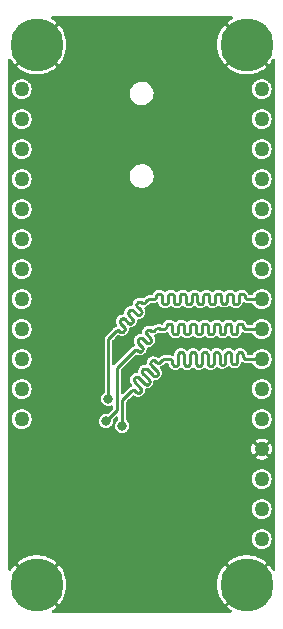
<source format=gbr>
%TF.GenerationSoftware,KiCad,Pcbnew,5.99.0-unknown-fc7f1d1d86~106~ubuntu20.04.1*%
%TF.CreationDate,2021-01-14T14:57:37+11:00*%
%TF.ProjectId,dac-featherwing,6461632d-6665-4617-9468-657277696e67,rev?*%
%TF.SameCoordinates,Original*%
%TF.FileFunction,Copper,L2,Bot*%
%TF.FilePolarity,Positive*%
%FSLAX46Y46*%
G04 Gerber Fmt 4.6, Leading zero omitted, Abs format (unit mm)*
G04 Created by KiCad (PCBNEW 5.99.0-unknown-fc7f1d1d86~106~ubuntu20.04.1) date 2021-01-14 14:57:37*
%MOMM*%
%LPD*%
G01*
G04 APERTURE LIST*
%TA.AperFunction,ComponentPad*%
%ADD10C,1.270000*%
%TD*%
%TA.AperFunction,ComponentPad*%
%ADD11C,4.500000*%
%TD*%
%TA.AperFunction,ViaPad*%
%ADD12C,0.800000*%
%TD*%
%TA.AperFunction,Conductor*%
%ADD13C,0.250000*%
%TD*%
G04 APERTURE END LIST*
D10*
%TO.P,J1,1,Pin_1*%
%TO.N,+3.3VA*%
X176530000Y-78939992D03*
%TO.P,J1,2,Pin_2*%
%TO.N,/U1TXD*%
X176530000Y-81479992D03*
%TO.P,J1,3,Pin_3*%
%TO.N,/U1RXD{slash}CLK_OUT3*%
X176530000Y-84019992D03*
%TO.P,J1,4,Pin_4*%
%TO.N,/SPI_SDI*%
X176530000Y-86559992D03*
%TO.P,J1,5,Pin_5*%
%TO.N,/SPI_SDO*%
X176530000Y-89099992D03*
%TO.P,J1,6,Pin_6*%
%TO.N,/SPI_SCK*%
X176530000Y-91639992D03*
%TO.P,J1,7,Pin_7*%
%TO.N,/I2S_DI*%
X176530000Y-94179992D03*
%TO.P,J1,8,Pin_8*%
%TO.N,/I2S_DO*%
X176530000Y-96719992D03*
%TO.P,J1,9,Pin_9*%
%TO.N,/I2S_WS*%
X176530000Y-99259992D03*
%TO.P,J1,10,Pin_10*%
%TO.N,/I2S_BCK*%
X176530000Y-101799992D03*
%TO.P,J1,11,Pin_11*%
%TO.N,/IO14*%
X176530000Y-104339992D03*
%TO.P,J1,12,Pin_12*%
%TO.N,/IO12*%
X176530000Y-106879992D03*
%TO.P,J1,13,Pin_13*%
%TO.N,GND*%
X176530000Y-109419992D03*
%TO.P,J1,14,Pin_14*%
%TO.N,/ESP32-IO0*%
X176530000Y-111959992D03*
%TO.P,J1,15,Pin_15*%
%TO.N,+3V3*%
X176530000Y-114499992D03*
%TO.P,J1,16,Pin_16*%
%TO.N,/ESP32-EN*%
X176530000Y-117039992D03*
%TD*%
D11*
%TO.P,,*%
%TO.N,GND*%
X157480000Y-75184000D03*
%TD*%
%TO.P,,*%
%TO.N,GND*%
X175260000Y-120904000D03*
%TD*%
%TO.P,,*%
%TO.N,GND*%
X175260000Y-75184000D03*
%TD*%
%TO.P,REF\u002A\u002A,*%
%TO.N,GND*%
X157480000Y-120904000D03*
%TD*%
D10*
%TO.P,J2,1,Pin_1*%
%TO.N,+BATT*%
X156210000Y-106879992D03*
%TO.P,J2,2,Pin_2*%
%TO.N,/3v3A_EN*%
X156210000Y-104339992D03*
%TO.P,J2,3,Pin_3*%
%TO.N,VBUS*%
X156210000Y-101799992D03*
%TO.P,J2,4,Pin_4*%
%TO.N,/~MUTE*%
X156210000Y-99259992D03*
%TO.P,J2,5,Pin_5*%
%TO.N,/IO6*%
X156210000Y-96719992D03*
%TO.P,J2,6,Pin_6*%
%TO.N,/IO5*%
X156210000Y-94179992D03*
%TO.P,J2,7,Pin_7*%
%TO.N,/IO4*%
X156210000Y-91639992D03*
%TO.P,J2,8,Pin_8*%
%TO.N,/IO3*%
X156210000Y-89099992D03*
%TO.P,J2,9,Pin_9*%
%TO.N,/IO2*%
X156210000Y-86559992D03*
%TO.P,J2,10,Pin_10*%
%TO.N,/IO1*%
X156210000Y-84019992D03*
%TO.P,J2,11,Pin_11*%
%TO.N,SCL*%
X156210000Y-81479992D03*
%TO.P,J2,12,Pin_12*%
%TO.N,SDA*%
X156210000Y-78939992D03*
%TD*%
D12*
%TO.N,/I2S_DO*%
X163543979Y-105159860D03*
%TO.N,/I2S_WS*%
X163322000Y-107061000D03*
%TO.N,/I2S_BCK*%
X164719000Y-107442000D03*
%TO.N,GND*%
X173355000Y-111125000D03*
X175260000Y-105410000D03*
X173736000Y-107950000D03*
X173736000Y-95250000D03*
X175260000Y-100330000D03*
X166370000Y-109855000D03*
X173736000Y-105410000D03*
X174244000Y-85217000D03*
X173736000Y-87630000D03*
X175260000Y-92710000D03*
X173736000Y-90170000D03*
X175260000Y-102870000D03*
X167005000Y-108585000D03*
X175260000Y-95250000D03*
X175260000Y-87630000D03*
X175260000Y-97790000D03*
X167640000Y-111125000D03*
X173736000Y-102870000D03*
X170434000Y-109855000D03*
X170434000Y-111252000D03*
X168275000Y-109855000D03*
X173736000Y-100330000D03*
X174625000Y-109855000D03*
X172466000Y-109855000D03*
X175260000Y-107950000D03*
X175260000Y-90170000D03*
X173736000Y-92710000D03*
X173736000Y-97790000D03*
%TD*%
D13*
%TO.N,/I2S_DO*%
X171368689Y-97160630D02*
X171309327Y-97160630D01*
X170083484Y-96450647D02*
X170067189Y-96404080D01*
X165270213Y-98762700D02*
X165231641Y-98731940D01*
X169637074Y-96362306D02*
X169610826Y-96404080D01*
X171213734Y-97138812D02*
X171171960Y-97112564D01*
X175088165Y-96450647D02*
X175071870Y-96404080D01*
X165273615Y-97755226D02*
X165242855Y-97793798D01*
X164566506Y-98773913D02*
X164878086Y-99085494D01*
X165210471Y-97886347D02*
X165210471Y-97935683D01*
X168040941Y-96362306D02*
X168006055Y-96327420D01*
X169089008Y-96499673D02*
X169083484Y-96450647D01*
X168809327Y-96279354D02*
X168760301Y-96284877D01*
X170506055Y-97112564D02*
X170464281Y-97138812D01*
X171868689Y-96279354D02*
X171809327Y-96279354D01*
X170006055Y-96327420D02*
X169964281Y-96301172D01*
X165627169Y-97713251D02*
X165588597Y-97682491D01*
X170260301Y-97155107D02*
X170213734Y-97138812D01*
X172610826Y-96404080D02*
X172594531Y-96450647D01*
X166254566Y-96950665D02*
X166206467Y-96939687D01*
X165585195Y-98378385D02*
X165615955Y-98416957D01*
X166323064Y-97709848D02*
X166344470Y-97754298D01*
X167567189Y-96595265D02*
X167540941Y-96637039D01*
X165221449Y-97983782D02*
X165242855Y-98028232D01*
X166292304Y-97671276D02*
X166323064Y-97709848D01*
X173589008Y-96499673D02*
X173589008Y-96915311D01*
X170089008Y-96499673D02*
X170083484Y-96450647D01*
X170809327Y-96279354D02*
X170760301Y-96284877D01*
X176530000Y-96719992D02*
X175314008Y-96719992D01*
X165648338Y-98509507D02*
X165648338Y-98558843D01*
X171671960Y-96327420D02*
X171637074Y-96362306D01*
X167506055Y-96671925D02*
X167464281Y-96698173D01*
X174593689Y-96499673D02*
X174593689Y-96719992D01*
X165273615Y-98066804D02*
X165585195Y-98378385D01*
X174213734Y-97138812D02*
X174171960Y-97112564D01*
X169583484Y-96989337D02*
X169567189Y-97035904D01*
X171637074Y-96362306D02*
X171610826Y-96404080D01*
X172713734Y-96301172D02*
X172671960Y-96327420D01*
X174089008Y-96940311D02*
X174089008Y-96499673D01*
X172089008Y-96940311D02*
X172089008Y-96499673D01*
X166566145Y-97054998D02*
X166518046Y-97065976D01*
X164753088Y-99491215D02*
X164704990Y-99502192D01*
X166299016Y-96972071D02*
X166254566Y-96950665D01*
X171006055Y-96327420D02*
X170964281Y-96301172D01*
X171171960Y-97112564D02*
X171137074Y-97077678D01*
X171067189Y-96404080D02*
X171040941Y-96362306D01*
X164691505Y-98368194D02*
X164647055Y-98389600D01*
X164704990Y-99502192D02*
X164655654Y-99502192D01*
X170589008Y-96940311D02*
X170583484Y-96989337D01*
X172368689Y-97160630D02*
X172309327Y-97160630D01*
X172594531Y-96450647D02*
X172589008Y-96499673D01*
X164941229Y-99265952D02*
X164930251Y-99314050D01*
X174171960Y-97112564D02*
X174137074Y-97077678D01*
X172671960Y-96327420D02*
X172637074Y-96362306D01*
X166323063Y-97944282D02*
X166292304Y-97982854D01*
X172171960Y-97112564D02*
X172137074Y-97077678D01*
X165953274Y-97317813D02*
X165984034Y-97356385D01*
X170309327Y-97160630D02*
X170260301Y-97155107D01*
X165938750Y-98024831D02*
X165627169Y-97713251D01*
X168260301Y-97155107D02*
X168213734Y-97138812D01*
X164739603Y-98357216D02*
X164691505Y-98368194D01*
X172583484Y-96989337D02*
X172567189Y-97035904D01*
X169567189Y-97035904D02*
X169540941Y-97077678D01*
X165460197Y-98784106D02*
X165412099Y-98795083D01*
X173809327Y-96279354D02*
X173760301Y-96284877D01*
X165648338Y-98558843D02*
X165637360Y-98606941D01*
X171417714Y-97155107D02*
X171368689Y-97160630D01*
X174040941Y-96362306D02*
X174006055Y-96327420D01*
X174676641Y-96327420D02*
X174641755Y-96362306D01*
X169417714Y-97155107D02*
X169368689Y-97160630D01*
X165221449Y-97838248D02*
X165210471Y-97886347D01*
X165210471Y-97935683D02*
X165221449Y-97983782D01*
X174137074Y-97077678D02*
X174110826Y-97035904D01*
X174873370Y-96279354D02*
X174814008Y-96279354D01*
X170917714Y-96284877D02*
X170868689Y-96279354D01*
X174506055Y-97112564D02*
X174464281Y-97138812D01*
X173917714Y-96284877D02*
X173868689Y-96279354D01*
X165920890Y-97175928D02*
X165920890Y-97225264D01*
X166157132Y-96939687D02*
X166109033Y-96950665D01*
X166468711Y-97065976D02*
X166420612Y-97054998D01*
X173868689Y-96279354D02*
X173809327Y-96279354D01*
X170110826Y-97035904D02*
X170094531Y-96989337D01*
X164212954Y-99439049D02*
X163543979Y-100108021D01*
X173089008Y-96915311D02*
X173089008Y-96499673D01*
X171760301Y-96284877D02*
X171713734Y-96301172D01*
X171583484Y-96989337D02*
X171567189Y-97035904D01*
X170713734Y-96301172D02*
X170671960Y-96327420D01*
X172067189Y-96404080D02*
X172040941Y-96362306D01*
X171040941Y-96362306D02*
X171006055Y-96327420D01*
X171610826Y-96404080D02*
X171594531Y-96450647D01*
X173589008Y-96915311D02*
X173584110Y-96958774D01*
X164607554Y-99491215D02*
X164563104Y-99469809D01*
X169137074Y-97077678D02*
X169110826Y-97035904D01*
X175045622Y-96362306D02*
X175010736Y-96327420D01*
X174006055Y-96327420D02*
X173964281Y-96301172D01*
X169171960Y-97112564D02*
X169137074Y-97077678D01*
X166109033Y-96950665D02*
X166064583Y-96972071D01*
X171506055Y-97112564D02*
X171464281Y-97138812D01*
X172809327Y-96279354D02*
X172760301Y-96284877D01*
X171094531Y-96989337D02*
X171089008Y-96940311D01*
X165931868Y-97273363D02*
X165953274Y-97317813D01*
X166355447Y-97851734D02*
X166344469Y-97899832D01*
X166021772Y-98076997D02*
X165977322Y-98055591D01*
X172417714Y-97155107D02*
X172368689Y-97160630D01*
X171809327Y-96279354D02*
X171760301Y-96284877D01*
X175264982Y-96714468D02*
X175218415Y-96698173D01*
X173067189Y-96404080D02*
X173040941Y-96362306D01*
X174764982Y-96284877D02*
X174718415Y-96301172D01*
X170594531Y-96450647D02*
X170589008Y-96499673D01*
X168083484Y-96450647D02*
X168067189Y-96404080D01*
X170760301Y-96284877D02*
X170713734Y-96301172D01*
X174718415Y-96301172D02*
X174676641Y-96327420D01*
X168213734Y-97138812D02*
X168171960Y-97112564D01*
X166026010Y-97002832D02*
X165984034Y-97044807D01*
X173284327Y-97110630D02*
X173240864Y-97105733D01*
X169594531Y-96450647D02*
X169589008Y-96499673D01*
X172137074Y-97077678D02*
X172110826Y-97035904D01*
X173478434Y-97091288D02*
X173437151Y-97105733D01*
X169110826Y-97035904D02*
X169094531Y-96989337D01*
X168917714Y-96284877D02*
X168868689Y-96279354D01*
X175314008Y-96719992D02*
X175264982Y-96714468D01*
X173437151Y-97105733D02*
X173393689Y-97110630D01*
X172110826Y-97035904D02*
X172094531Y-96989337D01*
X166785561Y-96866439D02*
X166649168Y-97002832D01*
X167917714Y-96284877D02*
X167868689Y-96279354D01*
X165984034Y-97044807D02*
X165953274Y-97083379D01*
X173240864Y-97105733D02*
X173199581Y-97091288D01*
X173006055Y-96327420D02*
X172964281Y-96301172D01*
X168067189Y-96404080D02*
X168040941Y-96362306D01*
X164535746Y-98735341D02*
X164566506Y-98773913D01*
X163543979Y-101970162D02*
X163543979Y-105159860D01*
X165920890Y-97225264D02*
X165931868Y-97273363D01*
X168417714Y-97155107D02*
X168368689Y-97160630D01*
X164503362Y-98642792D02*
X164514340Y-98690891D01*
X172006055Y-96327420D02*
X171964281Y-96301172D01*
X167464281Y-96698173D02*
X167417714Y-96714468D01*
X165931868Y-97127829D02*
X165920890Y-97175928D01*
X171083484Y-96450647D02*
X171067189Y-96404080D01*
X168368689Y-97160630D02*
X168309327Y-97160630D01*
X174464281Y-97138812D02*
X174417714Y-97155107D01*
X173713734Y-96301172D02*
X173671960Y-96327420D01*
X175176641Y-96671925D02*
X175141755Y-96637039D01*
X171089008Y-96940311D02*
X171089008Y-96499673D01*
X164566506Y-98462335D02*
X164535746Y-98500907D01*
X167594531Y-96450647D02*
X167583484Y-96548698D01*
X174593689Y-96719992D02*
X174589008Y-96719992D01*
X168089008Y-96940311D02*
X168089008Y-96499673D01*
X169067189Y-96404080D02*
X169040941Y-96362306D01*
X169506055Y-97112564D02*
X169464281Y-97138812D01*
X169540941Y-97077678D02*
X169506055Y-97112564D01*
X166136514Y-97515486D02*
X166292304Y-97671276D01*
X169713734Y-96301172D02*
X169671960Y-96327420D01*
X164930251Y-99314050D02*
X164908845Y-99358500D01*
X174309327Y-97160630D02*
X174260301Y-97155107D01*
X166610595Y-97033592D02*
X166566145Y-97054998D01*
X168464281Y-97138812D02*
X168417714Y-97155107D01*
X173594531Y-96450647D02*
X173589008Y-96499673D01*
X173515468Y-97068018D02*
X173478434Y-97091288D01*
X166649168Y-97002832D02*
X166610595Y-97033592D01*
X173040941Y-96362306D02*
X173006055Y-96327420D01*
X174540941Y-97077678D02*
X174506055Y-97112564D01*
X171260301Y-97155107D02*
X171213734Y-97138812D01*
X171309327Y-97160630D02*
X171260301Y-97155107D01*
X169309327Y-97160630D02*
X169260301Y-97155107D01*
X170464281Y-97138812D02*
X170417714Y-97155107D01*
X170671960Y-96327420D02*
X170637074Y-96362306D01*
X174589008Y-96940311D02*
X174583484Y-96989337D01*
X167964281Y-96301172D02*
X167917714Y-96284877D01*
X168610826Y-96404080D02*
X168594531Y-96450647D01*
X174615507Y-96404080D02*
X174599212Y-96450647D01*
X168583484Y-96989337D02*
X168567189Y-97035904D01*
X175218415Y-96698173D02*
X175176641Y-96671925D01*
X165637360Y-98606941D02*
X165615954Y-98651391D01*
X166069872Y-98087974D02*
X166021772Y-98076997D01*
X170137074Y-97077678D02*
X170110826Y-97035904D01*
X171567189Y-97035904D02*
X171540941Y-97077678D01*
X164930252Y-99168516D02*
X164941229Y-99216616D01*
X167583484Y-96548698D02*
X167567189Y-96595265D01*
X165242855Y-98028232D02*
X165273615Y-98066804D01*
X170094531Y-96989337D02*
X170089008Y-96940311D01*
X166064583Y-96972071D02*
X166026010Y-97002832D01*
X171589008Y-96940311D02*
X171583484Y-96989337D01*
X169964281Y-96301172D02*
X169917714Y-96284877D01*
X172260301Y-97155107D02*
X172213734Y-97138812D01*
X172964281Y-96301172D02*
X172917714Y-96284877D01*
X172589008Y-96499673D02*
X172589008Y-96940311D01*
X171089008Y-96499673D02*
X171083484Y-96450647D01*
X168110826Y-97035904D02*
X168094531Y-96989337D01*
X170567189Y-97035904D02*
X170540941Y-97077678D01*
X170417714Y-97155107D02*
X170368689Y-97160630D01*
X175071870Y-96404080D02*
X175045622Y-96362306D01*
X171540941Y-97077678D02*
X171506055Y-97112564D01*
X169094531Y-96989337D02*
X169089008Y-96940311D01*
X165953274Y-97083379D02*
X165931868Y-97127829D01*
X164514340Y-98545357D02*
X164503362Y-98593456D01*
X172589008Y-96940311D02*
X172583484Y-96989337D01*
X170089008Y-96940311D02*
X170089008Y-96499673D01*
X174368689Y-97160630D02*
X174309327Y-97160630D01*
X166139823Y-97512174D02*
X166136514Y-97515486D01*
X165412099Y-98795083D02*
X165362763Y-98795083D01*
X174110826Y-97035904D02*
X174094531Y-96989337D01*
X173093905Y-96958774D02*
X173089008Y-96915311D01*
X166211756Y-98055591D02*
X166167306Y-98076997D01*
X174417714Y-97155107D02*
X174368689Y-97160630D01*
X168171960Y-97112564D02*
X168137074Y-97077678D01*
X165543219Y-98731940D02*
X165504647Y-98762700D01*
X168006055Y-96327420D02*
X167964281Y-96301172D01*
X175141755Y-96637039D02*
X175115507Y-96595265D01*
X166206467Y-96939687D02*
X166157132Y-96939687D01*
X165315591Y-97713251D02*
X165273615Y-97755226D01*
X174814008Y-96279354D02*
X174764982Y-96284877D01*
X167671960Y-96327420D02*
X167637074Y-96362306D01*
X172083484Y-96450647D02*
X172067189Y-96404080D01*
X164441510Y-99386883D02*
X164393412Y-99375904D01*
X165231641Y-98731940D02*
X164920060Y-98420360D01*
X172506055Y-97112564D02*
X172464281Y-97138812D01*
X174094531Y-96989337D02*
X174089008Y-96940311D01*
X172567189Y-97035904D02*
X172540941Y-97077678D01*
X164608482Y-98420360D02*
X164566506Y-98462335D01*
X164941229Y-99216616D02*
X164941229Y-99265952D01*
X172760301Y-96284877D02*
X172713734Y-96301172D01*
X169368689Y-97160630D02*
X169309327Y-97160630D01*
X169589008Y-96940311D02*
X169583484Y-96989337D01*
X172868689Y-96279354D02*
X172809327Y-96279354D01*
X173083484Y-96450647D02*
X173067189Y-96404080D01*
X164881488Y-98389600D02*
X164837038Y-98368194D01*
X166167306Y-98076997D02*
X166119208Y-98087974D01*
X169006055Y-96327420D02*
X168964281Y-96301172D01*
X164836110Y-99439049D02*
X164797538Y-99469809D01*
X170213734Y-97138812D02*
X170171960Y-97112564D01*
X175099212Y-96548698D02*
X175088165Y-96450647D01*
X166376162Y-97033592D02*
X166299016Y-96972071D01*
X171110826Y-97035904D02*
X171094531Y-96989337D01*
X164788939Y-98357216D02*
X164739603Y-98357216D01*
X166292304Y-97982854D02*
X166250328Y-98024831D01*
X164837038Y-98368194D02*
X164788939Y-98357216D01*
X172089008Y-96499673D02*
X172083484Y-96450647D01*
X171137074Y-97077678D02*
X171110826Y-97035904D01*
X171917714Y-96284877D02*
X171868689Y-96279354D01*
X165314663Y-98784106D02*
X165270213Y-98762700D01*
X164485960Y-99408289D02*
X164441510Y-99386883D01*
X168671960Y-96327420D02*
X168637074Y-96362306D01*
X169589008Y-96499673D02*
X169589008Y-96940311D01*
X173546395Y-97037091D02*
X173515468Y-97068018D01*
X175115507Y-96595265D02*
X175099212Y-96548698D01*
X165354164Y-97682491D02*
X165315591Y-97713251D01*
X164647055Y-98389600D02*
X164608482Y-98420360D01*
X170583484Y-96989337D02*
X170567189Y-97035904D01*
X168713734Y-96301172D02*
X168671960Y-96327420D01*
X168589008Y-96499673D02*
X168589008Y-96940311D01*
X164878086Y-99397072D02*
X164836110Y-99439049D01*
X173089008Y-96499673D02*
X173083484Y-96450647D01*
X164503362Y-98593456D02*
X164503362Y-98642792D01*
X165446712Y-97650107D02*
X165398614Y-97661085D01*
X174599212Y-96450647D02*
X174593689Y-96499673D01*
X164920060Y-98420360D02*
X164881488Y-98389600D01*
X165398614Y-97661085D02*
X165354164Y-97682491D01*
X169089008Y-96940311D02*
X169089008Y-96499673D01*
X167610826Y-96404080D02*
X167594531Y-96450647D01*
X169760301Y-96284877D02*
X169713734Y-96301172D01*
X170610826Y-96404080D02*
X170594531Y-96450647D01*
X173199581Y-97091288D02*
X173162547Y-97068018D01*
X164514340Y-98690891D02*
X164535746Y-98735341D01*
X170964281Y-96301172D02*
X170917714Y-96284877D01*
X168089008Y-96499673D02*
X168083484Y-96450647D01*
X173584110Y-96958774D02*
X173569665Y-97000057D01*
X170637074Y-96362306D02*
X170610826Y-96404080D01*
X171594531Y-96450647D02*
X171589008Y-96499673D01*
X174968962Y-96301172D02*
X174922395Y-96284877D01*
X165242855Y-97793798D02*
X165221449Y-97838248D01*
X165977322Y-98055591D02*
X165938750Y-98024831D01*
X174641755Y-96362306D02*
X174615507Y-96404080D01*
X165615954Y-98651391D02*
X165585195Y-98689963D01*
X170040941Y-96362306D02*
X170006055Y-96327420D01*
X173162547Y-97068018D02*
X173131620Y-97037091D01*
X167868689Y-96279354D02*
X167809327Y-96279354D01*
X169464281Y-97138812D02*
X169417714Y-97155107D01*
X173569665Y-97000057D02*
X173546395Y-97037091D01*
X167417714Y-96714468D02*
X167368689Y-96719992D01*
X174067189Y-96404080D02*
X174040941Y-96362306D01*
X173610826Y-96404080D02*
X173594531Y-96450647D01*
X168760301Y-96284877D02*
X168713734Y-96301172D01*
X172540941Y-97077678D02*
X172506055Y-97112564D01*
X172040941Y-96362306D02*
X172006055Y-96327420D01*
X172464281Y-97138812D02*
X172417714Y-97155107D01*
X170067189Y-96404080D02*
X170040941Y-96362306D01*
X172917714Y-96284877D02*
X172868689Y-96279354D01*
X174083484Y-96450647D02*
X174067189Y-96404080D01*
X173760301Y-96284877D02*
X173713734Y-96301172D01*
X168964281Y-96301172D02*
X168917714Y-96284877D01*
X164908846Y-99124066D02*
X164930252Y-99168516D01*
X164344076Y-99375905D02*
X164295978Y-99386882D01*
X166344469Y-97899832D02*
X166323063Y-97944282D01*
X173131620Y-97037091D02*
X173108350Y-97000057D01*
X165637361Y-98461407D02*
X165648338Y-98509507D01*
X166250328Y-98024831D02*
X166211756Y-98055591D01*
X164563104Y-99469809D02*
X164485960Y-99408289D01*
X165588597Y-97682491D02*
X165544147Y-97661085D01*
X174567189Y-97035904D02*
X174540941Y-97077678D01*
X167637074Y-96362306D02*
X167610826Y-96404080D01*
X168589008Y-96940311D02*
X168583484Y-96989337D01*
X168540941Y-97077678D02*
X168506055Y-97112564D01*
X171464281Y-97138812D02*
X171417714Y-97155107D01*
X172637074Y-96362306D02*
X172610826Y-96404080D01*
X173108350Y-97000057D02*
X173093905Y-96958774D01*
X164393412Y-99375904D02*
X164344076Y-99375905D01*
X167760301Y-96284877D02*
X167713734Y-96301172D01*
X164878086Y-99085494D02*
X164908846Y-99124066D01*
X164295978Y-99386882D02*
X164251528Y-99408288D01*
X168594531Y-96450647D02*
X168589008Y-96499673D01*
X165496048Y-97650107D02*
X165446712Y-97650107D01*
X171713734Y-96301172D02*
X171671960Y-96327420D01*
X170368689Y-97160630D02*
X170309327Y-97160630D01*
X166518046Y-97065976D02*
X166468711Y-97065976D01*
X168637074Y-96362306D02*
X168610826Y-96404080D01*
X169083484Y-96450647D02*
X169067189Y-96404080D01*
X173671960Y-96327420D02*
X173637074Y-96362306D01*
X164251528Y-99408288D02*
X164212954Y-99439049D01*
X165504647Y-98762700D02*
X165460197Y-98784106D01*
X175010736Y-96327420D02*
X174968962Y-96301172D01*
X171964281Y-96301172D02*
X171917714Y-96284877D01*
X174260301Y-97155107D02*
X174213734Y-97138812D01*
X164535746Y-98500907D02*
X164514340Y-98545357D01*
X170171960Y-97112564D02*
X170137074Y-97077678D01*
X174589008Y-96719992D02*
X174589008Y-96940311D01*
X169917714Y-96284877D02*
X169868689Y-96279354D01*
X169610826Y-96404080D02*
X169594531Y-96450647D01*
X168506055Y-97112564D02*
X168464281Y-97138812D01*
X166355447Y-97802398D02*
X166355447Y-97851734D01*
X165984034Y-97356385D02*
X166139823Y-97512174D01*
X166344470Y-97754298D02*
X166355447Y-97802398D01*
X167713734Y-96301172D02*
X167671960Y-96327420D01*
X164797538Y-99469809D02*
X164753088Y-99491215D01*
X171589008Y-96499673D02*
X171589008Y-96940311D01*
X169868689Y-96279354D02*
X169809327Y-96279354D01*
X165615955Y-98416957D02*
X165637361Y-98461407D01*
X170540941Y-97077678D02*
X170506055Y-97112564D01*
X173637074Y-96362306D02*
X173610826Y-96404080D01*
X169213734Y-97138812D02*
X169171960Y-97112564D01*
X168094531Y-96989337D02*
X168089008Y-96940311D01*
X164655654Y-99502192D02*
X164607554Y-99491215D01*
X168309327Y-97160630D02*
X168260301Y-97155107D01*
X172213734Y-97138812D02*
X172171960Y-97112564D01*
X164908845Y-99358500D02*
X164878086Y-99397072D01*
X170868689Y-96279354D02*
X170809327Y-96279354D01*
X168567189Y-97035904D02*
X168540941Y-97077678D01*
X172094531Y-96989337D02*
X172089008Y-96940311D01*
X169671960Y-96327420D02*
X169637074Y-96362306D01*
X168137074Y-97077678D02*
X168110826Y-97035904D01*
X173393689Y-97110630D02*
X173284327Y-97110630D01*
X170589008Y-96499673D02*
X170589008Y-96940311D01*
X172309327Y-97160630D02*
X172260301Y-97155107D01*
X168868689Y-96279354D02*
X168809327Y-96279354D01*
X174583484Y-96989337D02*
X174567189Y-97035904D01*
X169809327Y-96279354D02*
X169760301Y-96284877D01*
X174089008Y-96499673D02*
X174083484Y-96450647D01*
X169040941Y-96362306D02*
X169006055Y-96327420D01*
X165544147Y-97661085D02*
X165496048Y-97650107D01*
X163543979Y-100108021D02*
X163543979Y-101970162D01*
X167368689Y-96719992D02*
X167139115Y-96719992D01*
X166420612Y-97054998D02*
X166376162Y-97033592D01*
X165585195Y-98689963D02*
X165543219Y-98731940D01*
X169260301Y-97155107D02*
X169213734Y-97138812D01*
X165362763Y-98795083D02*
X165314663Y-98784106D01*
X167809327Y-96279354D02*
X167760301Y-96284877D01*
X166119208Y-98087974D02*
X166069872Y-98087974D01*
X167540941Y-96637039D02*
X167506055Y-96671925D01*
X173964281Y-96301172D02*
X173917714Y-96284877D01*
X174922395Y-96284877D02*
X174873370Y-96279354D01*
X167139115Y-96719992D02*
G75*
G03*
X166785561Y-96866439I-1J-499997D01*
G01*
%TO.N,/I2S_WS*%
X166887743Y-100455851D02*
X166838622Y-100444640D01*
X165862436Y-101033988D02*
X165813316Y-101045200D01*
X166453554Y-100829706D02*
X166464765Y-100878828D01*
X174636940Y-98815633D02*
X174589384Y-98832274D01*
X173334631Y-99687710D02*
X173287075Y-99704351D01*
X168877293Y-98859079D02*
X168834631Y-98832274D01*
X169511095Y-98894706D02*
X169484290Y-98937368D01*
X166435634Y-100073166D02*
X166396243Y-100041753D01*
X170589384Y-98832274D02*
X170546722Y-98859079D01*
X172187008Y-99709992D02*
X172136940Y-99704351D01*
X169956366Y-98984924D02*
X169939725Y-98937368D01*
X174511095Y-98894706D02*
X174484290Y-98937368D01*
X166863937Y-99334643D02*
X166824545Y-99366057D01*
X166251343Y-100008680D02*
X166202223Y-100019892D01*
X172687008Y-98809992D02*
X172636940Y-98815633D01*
X170962008Y-99034992D02*
X170956366Y-98984924D01*
X172511095Y-98894706D02*
X172484290Y-98937368D01*
X168956366Y-98984924D02*
X168939725Y-98937368D01*
X171484290Y-98937368D02*
X171467649Y-98984924D01*
X170287075Y-99704351D02*
X170237008Y-99709992D01*
X173956366Y-98984924D02*
X173939725Y-98937368D01*
X169962008Y-99034992D02*
X169956366Y-98984924D01*
X171834631Y-98832274D02*
X171787075Y-98815633D01*
X167138802Y-100077202D02*
X167160663Y-100122597D01*
X167421551Y-99397470D02*
X167376156Y-99419331D01*
X175136940Y-99254350D02*
X175089384Y-99237709D01*
X175187008Y-99259992D02*
X175136940Y-99254350D01*
X166958452Y-99301570D02*
X166909332Y-99312782D01*
X174484290Y-98937368D02*
X174467649Y-98984924D01*
X171439725Y-99582616D02*
X171412920Y-99625278D01*
X166231018Y-101162960D02*
X166180634Y-101162960D01*
X166028805Y-100341933D02*
X166050666Y-100387327D01*
X173962008Y-99034992D02*
X173956366Y-98984924D01*
X171912920Y-98894706D02*
X171877293Y-98859079D01*
X172834631Y-98832274D02*
X172787075Y-98815633D01*
X167107389Y-100356009D02*
X167072033Y-100391366D01*
X174967649Y-99085059D02*
X174956366Y-98984924D01*
X166757775Y-99680218D02*
X166789189Y-99719610D01*
X167171874Y-100222103D02*
X167160662Y-100271223D01*
X168912920Y-98894706D02*
X168877293Y-98859079D01*
X166793227Y-100422780D02*
X166753835Y-100391366D01*
X173511095Y-98894706D02*
X173484290Y-98937368D01*
X173136940Y-99704351D02*
X173089384Y-99687710D01*
X174412920Y-99625278D02*
X174377293Y-99660905D01*
X174546722Y-98859079D02*
X174511095Y-98894706D01*
X168687008Y-98809992D02*
X168636940Y-98815633D01*
X172011095Y-99625278D02*
X171984290Y-99582616D01*
X169089384Y-99687710D02*
X169046722Y-99660905D01*
X171737008Y-98809992D02*
X171687008Y-98809992D01*
X170187008Y-99709992D02*
X170136940Y-99704351D01*
X166824545Y-99366057D02*
X166789189Y-99401412D01*
X165813316Y-101045200D02*
X165767921Y-101067061D01*
X174687008Y-98809992D02*
X174636940Y-98815633D01*
X169589384Y-98832274D02*
X169546722Y-98859079D01*
X169467649Y-98984924D02*
X169462008Y-99034992D01*
X171589384Y-98832274D02*
X171546722Y-98859079D01*
X166301727Y-100008680D02*
X166251343Y-100008680D01*
X172439725Y-99582616D02*
X172412920Y-99625278D01*
X166350848Y-100019892D02*
X166301727Y-100008680D01*
X167032641Y-100422780D02*
X166987248Y-100444640D01*
X174912920Y-98894706D02*
X174877293Y-98859079D01*
X170956366Y-98984924D02*
X170939725Y-98937368D01*
X173984290Y-99582616D02*
X173967649Y-99535060D01*
X166050666Y-100147913D02*
X166028805Y-100193307D01*
X171046722Y-99660905D02*
X171011095Y-99625278D01*
X166017594Y-100242428D02*
X166017594Y-100292812D01*
X175089384Y-99237709D02*
X175046722Y-99210904D01*
X170439725Y-99582616D02*
X170412920Y-99625278D01*
X173967649Y-99535060D02*
X173962008Y-99484992D01*
X173546722Y-98859079D02*
X173511095Y-98894706D01*
X172237008Y-99709992D02*
X172187008Y-99709992D01*
X168962008Y-99484992D02*
X168962008Y-99034992D01*
X172136940Y-99704351D02*
X172089384Y-99687710D01*
X168439725Y-99132615D02*
X168412920Y-99175277D01*
X172046722Y-99660905D02*
X172011095Y-99625278D01*
X166464765Y-100929212D02*
X166453553Y-100978332D01*
X170237008Y-99709992D02*
X170187008Y-99709992D01*
X168484290Y-98937368D02*
X168467649Y-98984924D01*
X166838622Y-100444640D02*
X166793227Y-100422780D01*
X171377293Y-99660905D02*
X171334631Y-99687710D01*
X170939725Y-98937368D02*
X170912920Y-98894706D01*
X170834631Y-98832274D02*
X170787075Y-98815633D01*
X170011095Y-99625278D02*
X169984290Y-99582616D01*
X174334631Y-99687710D02*
X174287075Y-99704351D01*
X173462008Y-99034992D02*
X173462008Y-99484992D01*
X172636940Y-98815633D02*
X172589384Y-98832274D01*
X173687008Y-98809992D02*
X173636940Y-98815633D01*
X171939725Y-98937368D02*
X171912920Y-98894706D01*
X172462008Y-99034992D02*
X172462008Y-99484992D01*
X168287075Y-99254350D02*
X168237008Y-99259992D01*
X172546722Y-98859079D02*
X172511095Y-98894706D01*
X170787075Y-98815633D02*
X170737008Y-98809992D01*
X168546722Y-98859079D02*
X168511095Y-98894706D01*
X170984290Y-99582616D02*
X170967649Y-99535060D01*
X169636940Y-98815633D02*
X169589384Y-98832274D01*
X171136940Y-99704351D02*
X171089384Y-99687710D01*
X170912920Y-98894706D02*
X170877293Y-98859079D01*
X173467649Y-98984924D02*
X173462008Y-99034992D01*
X166453553Y-100978332D02*
X166431692Y-101023727D01*
X172962008Y-99484992D02*
X172962008Y-99034992D01*
X166789189Y-99401412D02*
X166757775Y-99440804D01*
X166028805Y-100193307D02*
X166017594Y-100242428D01*
X170089384Y-99687710D02*
X170046722Y-99660905D01*
X174787075Y-98815633D02*
X174737008Y-98809992D01*
X173962008Y-99484992D02*
X173962008Y-99034992D01*
X170462008Y-99034992D02*
X170462008Y-99484992D01*
X166724703Y-99585703D02*
X166735914Y-99634824D01*
X168589384Y-98832274D02*
X168546722Y-98859079D01*
X172962008Y-99034992D02*
X172956366Y-98984924D01*
X172412920Y-99625278D02*
X172377293Y-99660905D01*
X174187008Y-99709992D02*
X174136940Y-99704351D01*
X167460943Y-99366057D02*
X167421551Y-99397470D01*
X169456366Y-99535060D02*
X169439725Y-99582616D01*
X166938127Y-100455851D02*
X166887743Y-100455851D01*
X168787075Y-98815633D02*
X168737008Y-98809992D01*
X172334631Y-99687710D02*
X172287075Y-99704351D01*
X166396243Y-100041753D02*
X166350848Y-100019892D01*
X170412920Y-99625278D02*
X170377293Y-99660905D01*
X171237008Y-99709992D02*
X171187008Y-99709992D01*
X169046722Y-99660905D02*
X169011095Y-99625278D01*
X170967649Y-99535060D02*
X170962008Y-99484992D01*
X171984290Y-99582616D02*
X171967649Y-99535060D01*
X166400280Y-101063118D02*
X166364924Y-101098475D01*
X164268989Y-106114011D02*
X163322000Y-107061000D01*
X166325532Y-101129889D02*
X166280139Y-101151749D01*
X174984290Y-99132615D02*
X174967649Y-99085059D01*
X166017594Y-100292812D02*
X166028805Y-100341933D01*
X165912820Y-101033988D02*
X165862436Y-101033988D01*
X174877293Y-98859079D02*
X174834631Y-98832274D01*
X173187008Y-99709992D02*
X173136940Y-99704351D01*
X169687008Y-98809992D02*
X169636940Y-98815633D01*
X173412920Y-99625278D02*
X173377293Y-99660905D01*
X169737008Y-98809992D02*
X169687008Y-98809992D01*
X173237008Y-99709992D02*
X173187008Y-99709992D01*
X174377293Y-99660905D02*
X174334631Y-99687710D01*
X170636940Y-98815633D02*
X170589384Y-98832274D01*
X174589384Y-98832274D02*
X174546722Y-98859079D01*
X169462008Y-99484992D02*
X169456366Y-99535060D01*
X167072033Y-100391366D02*
X167032641Y-100422780D01*
X167160662Y-100271223D02*
X167138801Y-100316618D01*
X172912920Y-98894706D02*
X172877293Y-98859079D01*
X165767921Y-101067061D02*
X165728528Y-101098475D01*
X168962008Y-99034992D02*
X168956366Y-98984924D01*
X171187008Y-99709992D02*
X171136940Y-99704351D01*
X173939725Y-98937368D02*
X173912920Y-98894706D01*
X169377293Y-99660905D02*
X169334631Y-99687710D01*
X171787075Y-98815633D02*
X171737008Y-98809992D01*
X173011095Y-99625278D02*
X172984290Y-99582616D01*
X168636940Y-98815633D02*
X168589384Y-98832274D01*
X166431692Y-101023727D02*
X166400280Y-101063118D01*
X174456366Y-99535060D02*
X174439725Y-99582616D01*
X167920099Y-99259992D02*
X167847107Y-99187000D01*
X168237008Y-99259992D02*
X167920099Y-99259992D01*
X173439725Y-99582616D02*
X173412920Y-99625278D01*
X167160663Y-100122597D02*
X167171874Y-100171719D01*
X165961940Y-101045201D02*
X165912820Y-101033988D01*
X173287075Y-99704351D02*
X173237008Y-99709992D01*
X172589384Y-98832274D02*
X172546722Y-98859079D01*
X171089384Y-99687710D02*
X171046722Y-99660905D01*
X174089384Y-99687710D02*
X174046722Y-99660905D01*
X168939725Y-98937368D02*
X168912920Y-98894706D01*
X172737008Y-98809992D02*
X172687008Y-98809992D01*
X167227531Y-99419331D02*
X167182136Y-99397470D01*
X173456366Y-99535060D02*
X173439725Y-99582616D01*
X170962008Y-99484992D02*
X170962008Y-99034992D01*
X167103352Y-99334643D02*
X167057957Y-99312782D01*
X174834631Y-98832274D02*
X174787075Y-98815633D01*
X170046722Y-99660905D02*
X170011095Y-99625278D01*
X168967649Y-99535060D02*
X168962008Y-99484992D01*
X166280139Y-101151749D02*
X166231018Y-101162960D01*
X167182136Y-99397470D02*
X167103352Y-99334643D01*
X169136940Y-99704351D02*
X169089384Y-99687710D01*
X169984290Y-99582616D02*
X169967649Y-99535060D01*
X168334631Y-99237709D02*
X168287075Y-99254350D01*
X174956366Y-98984924D02*
X174939725Y-98937368D01*
X174287075Y-99704351D02*
X174237008Y-99709992D01*
X169912920Y-98894706D02*
X169877293Y-98859079D01*
X170546722Y-98859079D02*
X170511095Y-98894706D01*
X168511095Y-98894706D02*
X168484290Y-98937368D01*
X171687008Y-98809992D02*
X171636940Y-98815633D01*
X166082080Y-100108521D02*
X166050666Y-100147913D01*
X166464765Y-100878828D02*
X166464765Y-100929212D01*
X170877293Y-98859079D02*
X170834631Y-98832274D01*
X173589384Y-98832274D02*
X173546722Y-98859079D01*
X171334631Y-99687710D02*
X171287075Y-99704351D01*
X172462008Y-99484992D02*
X172456366Y-99535060D01*
X169237008Y-99709992D02*
X169187008Y-99709992D01*
X173636940Y-98815633D02*
X173589384Y-98832274D01*
X171877293Y-98859079D02*
X171834631Y-98832274D01*
X169546722Y-98859079D02*
X169511095Y-98894706D01*
X169334631Y-99687710D02*
X169287075Y-99704351D01*
X171462008Y-99484992D02*
X171456366Y-99535060D01*
X166180634Y-101162960D02*
X166131513Y-101151749D01*
X165728528Y-101098475D02*
X164268989Y-102558011D01*
X169439725Y-99582616D02*
X169412920Y-99625278D01*
X170737008Y-98809992D02*
X170687008Y-98809992D01*
X166082080Y-100426719D02*
X166400280Y-100744920D01*
X166364924Y-101098475D02*
X166325532Y-101129889D01*
X170511095Y-98894706D02*
X170484290Y-98937368D01*
X174046722Y-99660905D02*
X174011095Y-99625278D01*
X171636940Y-98815633D02*
X171589384Y-98832274D01*
X169939725Y-98937368D02*
X169912920Y-98894706D01*
X169877293Y-98859079D02*
X169834631Y-98832274D01*
X171467649Y-98984924D02*
X171462008Y-99034992D01*
X174439725Y-99582616D02*
X174412920Y-99625278D01*
X173046722Y-99660905D02*
X173011095Y-99625278D01*
X170484290Y-98937368D02*
X170467649Y-98984924D01*
X167057957Y-99312782D02*
X167008836Y-99301570D01*
X166735914Y-99486198D02*
X166724703Y-99535319D01*
X174136940Y-99704351D02*
X174089384Y-99687710D01*
X172287075Y-99704351D02*
X172237008Y-99709992D01*
X166117436Y-100073166D02*
X166082080Y-100108521D01*
X168412920Y-99175277D02*
X168377293Y-99210904D01*
X173877293Y-98859079D02*
X173834631Y-98832274D01*
X166757775Y-99440804D02*
X166735914Y-99486198D01*
X171511095Y-98894706D02*
X171484290Y-98937368D01*
X173912920Y-98894706D02*
X173877293Y-98859079D01*
X167276651Y-99430543D02*
X167227531Y-99419331D01*
X168737008Y-98809992D02*
X168687008Y-98809992D01*
X172877293Y-98859079D02*
X172834631Y-98832274D01*
X170462008Y-99484992D02*
X170456366Y-99535060D01*
X167460943Y-99366057D02*
X167493554Y-99333446D01*
X171412920Y-99625278D02*
X171377293Y-99660905D01*
X172089384Y-99687710D02*
X172046722Y-99660905D01*
X172956366Y-98984924D02*
X172939725Y-98937368D01*
X170456366Y-99535060D02*
X170439725Y-99582616D01*
X167138801Y-100316618D02*
X167107389Y-100356009D01*
X173089384Y-99687710D02*
X173046722Y-99660905D01*
X169962008Y-99484992D02*
X169962008Y-99034992D01*
X166987248Y-100444640D02*
X166938127Y-100455851D01*
X171456366Y-99535060D02*
X171439725Y-99582616D01*
X172939725Y-98937368D02*
X172912920Y-98894706D01*
X172787075Y-98815633D02*
X172737008Y-98809992D01*
X166050666Y-100387327D02*
X166082080Y-100426719D01*
X167376156Y-99419331D02*
X167327035Y-99430543D01*
X170467649Y-98984924D02*
X170462008Y-99034992D01*
X172484290Y-98937368D02*
X172467649Y-98984924D01*
X166202223Y-100019892D02*
X166156828Y-100041753D01*
X166400280Y-100744920D02*
X166431693Y-100784311D01*
X166735914Y-99634824D02*
X166757775Y-99680218D01*
X171956366Y-98984924D02*
X171939725Y-98937368D01*
X168984290Y-99582616D02*
X168967649Y-99535060D01*
X172377293Y-99660905D02*
X172334631Y-99687710D01*
X173484290Y-98937368D02*
X173467649Y-98984924D01*
X173834631Y-98832274D02*
X173787075Y-98815633D01*
X172984290Y-99582616D02*
X172967649Y-99535060D01*
X171546722Y-98859079D02*
X171511095Y-98894706D01*
X175046722Y-99210904D02*
X175011095Y-99175277D01*
X166156828Y-100041753D02*
X166117436Y-100073166D01*
X172456366Y-99535060D02*
X172439725Y-99582616D01*
X174237008Y-99709992D02*
X174187008Y-99709992D01*
X166909332Y-99312782D02*
X166863937Y-99334643D01*
X174737008Y-98809992D02*
X174687008Y-98809992D01*
X171287075Y-99704351D02*
X171237008Y-99709992D01*
X169834631Y-98832274D02*
X169787075Y-98815633D01*
X166086118Y-101129889D02*
X166007335Y-101067062D01*
X174462008Y-99034992D02*
X174462008Y-99484992D01*
X168377293Y-99210904D02*
X168334631Y-99237709D01*
X167171874Y-100171719D02*
X167171874Y-100222103D01*
X173377293Y-99660905D02*
X173334631Y-99687710D01*
X169011095Y-99625278D02*
X168984290Y-99582616D01*
X169462008Y-99034992D02*
X169462008Y-99484992D01*
X170136940Y-99704351D02*
X170089384Y-99687710D01*
X176530000Y-99259992D02*
X175187008Y-99259992D01*
X166789189Y-99719610D02*
X167107389Y-100037811D01*
X169967649Y-99535060D02*
X169962008Y-99484992D01*
X166431693Y-100784311D02*
X166453554Y-100829706D01*
X166753835Y-100391366D02*
X166435634Y-100073166D01*
X169484290Y-98937368D02*
X169467649Y-98984924D01*
X168467649Y-98984924D02*
X168456366Y-99085059D01*
X169412920Y-99625278D02*
X169377293Y-99660905D01*
X166131513Y-101151749D02*
X166086118Y-101129889D01*
X174939725Y-98937368D02*
X174912920Y-98894706D01*
X166724703Y-99535319D02*
X166724703Y-99585703D01*
X168834631Y-98832274D02*
X168787075Y-98815633D01*
X173462008Y-99484992D02*
X173456366Y-99535060D01*
X170334631Y-99687710D02*
X170287075Y-99704351D01*
X167107389Y-100037811D02*
X167138802Y-100077202D01*
X164268989Y-102558011D02*
X164268989Y-106114011D01*
X172467649Y-98984924D02*
X172462008Y-99034992D01*
X172967649Y-99535060D02*
X172962008Y-99484992D01*
X171962008Y-99034992D02*
X171956366Y-98984924D01*
X171011095Y-99625278D02*
X170984290Y-99582616D01*
X174467649Y-98984924D02*
X174462008Y-99034992D01*
X169787075Y-98815633D02*
X169737008Y-98809992D01*
X170377293Y-99660905D02*
X170334631Y-99687710D01*
X168456366Y-99085059D02*
X168439725Y-99132615D01*
X173787075Y-98815633D02*
X173737008Y-98809992D01*
X167008836Y-99301570D02*
X166958452Y-99301570D01*
X174011095Y-99625278D02*
X173984290Y-99582616D01*
X174462008Y-99484992D02*
X174456366Y-99535060D01*
X171962008Y-99484992D02*
X171962008Y-99034992D01*
X167327035Y-99430543D02*
X167276651Y-99430543D01*
X169287075Y-99704351D02*
X169237008Y-99709992D01*
X175011095Y-99175277D02*
X174984290Y-99132615D01*
X166007335Y-101067062D02*
X165961940Y-101045201D01*
X169187008Y-99709992D02*
X169136940Y-99704351D01*
X170687008Y-98809992D02*
X170636940Y-98815633D01*
X171462008Y-99034992D02*
X171462008Y-99484992D01*
X173737008Y-98809992D02*
X173687008Y-98809992D01*
X171967649Y-99535060D02*
X171962008Y-99484992D01*
X167847107Y-99187001D02*
G75*
G03*
X167493554Y-99333446I0J-500001D01*
G01*
%TO.N,/I2S_BCK*%
X173455992Y-101449992D02*
X173455992Y-102049992D01*
X170431234Y-102258463D02*
X170401449Y-102305865D01*
X169955992Y-101449992D02*
X169949723Y-101394361D01*
X172901449Y-101294119D02*
X172861864Y-101254534D01*
X166410403Y-102778079D02*
X166397946Y-102832658D01*
X173314462Y-102275235D02*
X173261622Y-102293724D01*
X169401449Y-102305865D02*
X169361864Y-102345450D01*
X166999477Y-103842188D02*
X166964573Y-103885956D01*
X165703297Y-103650325D02*
X165727587Y-103700763D01*
X165690840Y-103595746D02*
X165703297Y-103650325D01*
X171050119Y-102345450D02*
X171010534Y-102305865D01*
X167743331Y-102974081D02*
X167743330Y-103030065D01*
X171097521Y-102375235D02*
X171050119Y-102345450D01*
X166654790Y-103920860D02*
X166611021Y-103885955D01*
X169550119Y-101254534D02*
X169510534Y-101294119D01*
X174901449Y-101294119D02*
X174861864Y-101254534D01*
X170050119Y-102345450D02*
X170010534Y-102305865D01*
X169761622Y-101206260D02*
X169705992Y-101199992D01*
X169814462Y-101224749D02*
X169761622Y-101206260D01*
X174005079Y-102165278D02*
X173978274Y-102122616D01*
X165903915Y-104593061D02*
X165833205Y-104522351D01*
X171010534Y-102305865D02*
X170980749Y-102258463D01*
X166513366Y-102648969D02*
X166469598Y-102683873D01*
X175050119Y-101745449D02*
X175010534Y-101705864D01*
X168901449Y-101894120D02*
X168861864Y-101854535D01*
X174130924Y-102244351D02*
X174083368Y-102227710D01*
X173705992Y-101199992D02*
X173650361Y-101206260D01*
X167023768Y-103791748D02*
X166999477Y-103842188D01*
X171205992Y-102399992D02*
X171150361Y-102393724D01*
X167141799Y-102020534D02*
X167117509Y-102070972D01*
X173431234Y-102158463D02*
X173401449Y-102205865D01*
X171597521Y-101224749D02*
X171550119Y-101254534D01*
X166257468Y-104239508D02*
X166292371Y-104283278D01*
X171901449Y-101294119D02*
X171861864Y-101254534D01*
X169361864Y-102345450D02*
X169314462Y-102375235D01*
X174040706Y-102200905D02*
X174005079Y-102165278D01*
X167036224Y-103737171D02*
X167023768Y-103791748D01*
X174083368Y-102227710D02*
X174040706Y-102200905D01*
X171955992Y-102149992D02*
X171955992Y-101449992D01*
X168761622Y-101806261D02*
X168705992Y-101799992D01*
X175150361Y-101793723D02*
X175097521Y-101775234D01*
X169431234Y-102258463D02*
X169401449Y-102305865D01*
X169010534Y-102305865D02*
X168980749Y-102258463D01*
X167730874Y-103084642D02*
X167706583Y-103135082D01*
X166257467Y-104593062D02*
X166213700Y-104627966D01*
X166397946Y-102832658D02*
X166397946Y-102888640D01*
X172861864Y-101254534D02*
X172814462Y-101224749D01*
X172980749Y-102158463D02*
X172962260Y-102105623D01*
X167695176Y-102106671D02*
X167644738Y-102082381D01*
X167436051Y-101917572D02*
X167381472Y-101905114D01*
X167318127Y-103178849D02*
X166823151Y-102683873D01*
X166316662Y-104498854D02*
X166292371Y-104549294D01*
X171949723Y-101394361D02*
X171931234Y-101341521D01*
X173814462Y-101224749D02*
X173761622Y-101206260D01*
X166759807Y-103957607D02*
X166705228Y-103945150D01*
X167600969Y-102047477D02*
X167530258Y-101976766D01*
X167176704Y-101976766D02*
X167141799Y-102020534D01*
X166823151Y-102683873D02*
X166779382Y-102648969D01*
X174406904Y-102165278D02*
X174371277Y-102200905D01*
X170097521Y-102375235D02*
X170050119Y-102345450D01*
X174230992Y-102249992D02*
X174180992Y-102249992D01*
X167220473Y-101941861D02*
X167176704Y-101976766D01*
X168861864Y-101854535D02*
X168814462Y-101824750D01*
X169050119Y-102345450D02*
X169010534Y-102305865D01*
X173480749Y-101341521D02*
X173462260Y-101394361D01*
X169150361Y-102393724D02*
X169097521Y-102375235D01*
X166815789Y-103957607D02*
X166759807Y-103957607D01*
X174962260Y-101605622D02*
X174955992Y-101549992D01*
X172814462Y-101224749D02*
X172761622Y-101206260D01*
X165806260Y-103356075D02*
X165762492Y-103390979D01*
X166999477Y-103576172D02*
X167023767Y-103626610D01*
X167954523Y-102047477D02*
X167910754Y-102082381D01*
X173050119Y-102245450D02*
X173010534Y-102205865D01*
X170861864Y-101254534D02*
X170814462Y-101224749D01*
X172650361Y-101206260D02*
X172597521Y-101224749D01*
X167105052Y-102125551D02*
X167105052Y-102181533D01*
X170449723Y-102205623D02*
X170431234Y-102258463D01*
X172480749Y-101341521D02*
X172462260Y-101394361D01*
X164719000Y-105283000D02*
X164719000Y-105919284D01*
X166563805Y-102624679D02*
X166513366Y-102648969D01*
X173462260Y-101394361D02*
X173455992Y-101449992D01*
X167644738Y-102082381D02*
X167600969Y-102047477D01*
X166072276Y-103356075D02*
X166021838Y-103331785D01*
X173361864Y-102245450D02*
X173314462Y-102275235D01*
X166434693Y-102993657D02*
X166469598Y-103037426D01*
X174433709Y-102122616D02*
X174406904Y-102165278D01*
X167706583Y-102869066D02*
X167730873Y-102919504D01*
X171962260Y-102205623D02*
X171955992Y-102149992D01*
X167671680Y-102825296D02*
X167706583Y-102869066D01*
X165762492Y-103390979D02*
X165727587Y-103434747D01*
X170314462Y-102375235D02*
X170261622Y-102393724D01*
X166611021Y-103885955D02*
X166116045Y-103390979D01*
X173597521Y-101224749D02*
X173550119Y-101254534D01*
X173010534Y-102205865D02*
X172980749Y-102158463D01*
X167743330Y-103030065D02*
X167730874Y-103084642D01*
X169980749Y-102258463D02*
X169962260Y-102205623D01*
X166728944Y-102624679D02*
X166674366Y-102612222D01*
X167036225Y-103681187D02*
X167036224Y-103737171D01*
X167381472Y-101905114D02*
X167325490Y-101905114D01*
X167749755Y-102119128D02*
X167695176Y-102106671D01*
X172401449Y-102305865D02*
X172361864Y-102345450D01*
X171449723Y-102205623D02*
X171431234Y-102258463D01*
X167577474Y-103238044D02*
X167522895Y-103250501D01*
X172455992Y-102149992D02*
X172449723Y-102205623D01*
X169097521Y-102375235D02*
X169050119Y-102345450D01*
X168705992Y-101799992D02*
X168409115Y-101799992D01*
X166108683Y-104664713D02*
X166052701Y-104664713D01*
X173949723Y-101394361D02*
X173931234Y-101341521D01*
X169480749Y-101341521D02*
X169462260Y-101394361D01*
X166052701Y-104664713D02*
X165998122Y-104652256D01*
X166116045Y-103390979D02*
X166072276Y-103356075D01*
X174705992Y-101199992D02*
X174650361Y-101206260D01*
X172097521Y-102375235D02*
X172050119Y-102345450D01*
X171462260Y-101394361D02*
X171455992Y-101449992D01*
X168931234Y-101941522D02*
X168901449Y-101894120D01*
X170455992Y-102149992D02*
X170449723Y-102205623D01*
X172510534Y-101294119D02*
X172480749Y-101341521D01*
X173961633Y-102075060D02*
X173955992Y-102024992D01*
X173550119Y-101254534D02*
X173510534Y-101294119D01*
X167627912Y-103213754D02*
X167577474Y-103238044D01*
X174597521Y-101224749D02*
X174550119Y-101254534D01*
X166213700Y-104627966D02*
X166163262Y-104652256D01*
X166469598Y-102683873D02*
X166434693Y-102727641D01*
X169705992Y-101199992D02*
X169650361Y-101206260D01*
X171401449Y-102305865D02*
X171361864Y-102345450D01*
X166292371Y-104549294D02*
X166257467Y-104593062D01*
X171455992Y-102149992D02*
X171449723Y-102205623D01*
X170955992Y-102149992D02*
X170955992Y-101449992D01*
X171150361Y-102393724D02*
X171097521Y-102375235D01*
X170455992Y-101449992D02*
X170455992Y-102149992D01*
X174180992Y-102249992D02*
X174130924Y-102244351D01*
X172050119Y-102345450D02*
X172010534Y-102305865D01*
X170650361Y-101206260D02*
X170597521Y-101224749D01*
X173761622Y-101206260D02*
X173705992Y-101199992D01*
X170462260Y-101394361D02*
X170455992Y-101449992D01*
X165998122Y-104652256D02*
X165947684Y-104627966D01*
X169901449Y-101294119D02*
X169861864Y-101254534D01*
X171361864Y-102345450D02*
X171314462Y-102375235D01*
X171705992Y-101199992D02*
X171650361Y-101206260D01*
X167910754Y-102082381D02*
X167860316Y-102106671D01*
X170949723Y-101394361D02*
X170931234Y-101341521D01*
X172261622Y-102393724D02*
X172205992Y-102399992D01*
X172955992Y-102049992D02*
X172955992Y-101449992D01*
X167486489Y-101941861D02*
X167436051Y-101917572D01*
X172949723Y-101394361D02*
X172931234Y-101341521D01*
X172462260Y-101394361D02*
X172455992Y-101449992D01*
X167270911Y-101917572D02*
X167220473Y-101941861D01*
X172931234Y-101341521D02*
X172901449Y-101294119D01*
X166870368Y-103945150D02*
X166815789Y-103957607D01*
X167706583Y-103135082D02*
X167671679Y-103178850D01*
X170705992Y-101199992D02*
X170650361Y-101206260D01*
X169955992Y-102149992D02*
X169955992Y-101449992D01*
X167805737Y-102119128D02*
X167749755Y-102119128D01*
X170401449Y-102305865D02*
X170361864Y-102345450D01*
X171455992Y-101449992D02*
X171455992Y-102149992D01*
X167522895Y-103250501D02*
X167466913Y-103250501D01*
X167023767Y-103626610D02*
X167036225Y-103681187D01*
X168955992Y-102149992D02*
X168955992Y-102049992D01*
X174371277Y-102200905D02*
X174328615Y-102227710D01*
X167325490Y-101905114D02*
X167270911Y-101917572D01*
X165479651Y-104522351D02*
X164719000Y-105283000D01*
X166316661Y-104333716D02*
X166329119Y-104388293D01*
X170480749Y-101341521D02*
X170462260Y-101394361D01*
X167671679Y-103178850D02*
X167627912Y-103213754D01*
X174281059Y-102244351D02*
X174230992Y-102249992D01*
X174510534Y-101294119D02*
X174480749Y-101341521D01*
X166469598Y-103037426D02*
X166964574Y-103532402D01*
X170550119Y-101254534D02*
X170510534Y-101294119D01*
X167361896Y-103213754D02*
X167318127Y-103178849D01*
X174328615Y-102227710D02*
X174281059Y-102244351D01*
X165856699Y-103331785D02*
X165806260Y-103356075D01*
X173205992Y-102299992D02*
X173150361Y-102293724D01*
X173955992Y-101449992D02*
X173949723Y-101394361D01*
X165967260Y-103319328D02*
X165911277Y-103319328D01*
X171650361Y-101206260D02*
X171597521Y-101224749D01*
X171431234Y-102258463D02*
X171401449Y-102305865D01*
X170814462Y-101224749D02*
X170761622Y-101206260D01*
X169949723Y-101394361D02*
X169931234Y-101341521D01*
X174650361Y-101206260D02*
X174597521Y-101224749D01*
X170150361Y-102393724D02*
X170097521Y-102375235D01*
X174761622Y-101206260D02*
X174705992Y-101199992D01*
X173261622Y-102293724D02*
X173205992Y-102299992D01*
X169205992Y-102399992D02*
X169150361Y-102393724D01*
X173510534Y-101294119D02*
X173480749Y-101341521D01*
X172361864Y-102345450D02*
X172314462Y-102375235D01*
X165947684Y-104627966D02*
X165903915Y-104593061D01*
X170361864Y-102345450D02*
X170314462Y-102375235D01*
X166329118Y-104444277D02*
X166316662Y-104498854D01*
X165684419Y-104450699D02*
X165628437Y-104450699D01*
X172597521Y-101224749D02*
X172550119Y-101254534D01*
X167117509Y-102236112D02*
X167141799Y-102286550D01*
X173978274Y-102122616D02*
X173961633Y-102075060D01*
X176530000Y-101799992D02*
X175205992Y-101799992D01*
X168955992Y-102049992D02*
X168949723Y-101994362D01*
X165628437Y-104450699D02*
X165573857Y-104463158D01*
X172010534Y-102305865D02*
X171980749Y-102258463D01*
X167105052Y-102181533D02*
X167117509Y-102236112D01*
X167730873Y-102919504D02*
X167743331Y-102974081D01*
X173955992Y-102024992D02*
X173955992Y-101449992D01*
X166618383Y-102612222D02*
X166563805Y-102624679D01*
X173901449Y-101294119D02*
X173861864Y-101254534D01*
X169510534Y-101294119D02*
X169480749Y-101341521D01*
X169261622Y-102393724D02*
X169205992Y-102399992D01*
X170510534Y-101294119D02*
X170480749Y-101341521D01*
X167530258Y-101976766D02*
X167486489Y-101941861D01*
X169650361Y-101206260D02*
X169597521Y-101224749D01*
X171314462Y-102375235D02*
X171261622Y-102393724D01*
X165833205Y-104522351D02*
X165789436Y-104487446D01*
X166779382Y-102648969D02*
X166728944Y-102624679D01*
X166163262Y-104652256D02*
X166108683Y-104664713D01*
X168980749Y-102258463D02*
X168962260Y-102205623D01*
X171955992Y-101449992D02*
X171949723Y-101394361D01*
X175010534Y-101705864D02*
X174980749Y-101658462D01*
X170010534Y-102305865D02*
X169980749Y-102258463D01*
X167412334Y-103238044D02*
X167361896Y-103213754D01*
X168949723Y-101994362D02*
X168931234Y-101941522D01*
X175097521Y-101775234D02*
X175050119Y-101745449D01*
X166021838Y-103331785D02*
X165967260Y-103319328D01*
X173861864Y-101254534D02*
X173814462Y-101224749D01*
X173401449Y-102205865D02*
X173361864Y-102245450D01*
X168055561Y-101946439D02*
X167954523Y-102047477D01*
X173449723Y-102105623D02*
X173431234Y-102158463D01*
X166964574Y-103532402D02*
X166999477Y-103576172D01*
X165762492Y-103744532D02*
X166257468Y-104239508D01*
X171550119Y-101254534D02*
X171510534Y-101294119D01*
X171814462Y-101224749D02*
X171761622Y-101206260D01*
X172314462Y-102375235D02*
X172261622Y-102393724D01*
X169597521Y-101224749D02*
X169550119Y-101254534D01*
X167860316Y-102106671D02*
X167805737Y-102119128D01*
X170980749Y-102258463D02*
X170962260Y-102205623D01*
X167176704Y-102330319D02*
X167671680Y-102825296D01*
X169449723Y-102205623D02*
X169431234Y-102258463D01*
X171861864Y-101254534D02*
X171814462Y-101224749D01*
X174955992Y-101549992D02*
X174955992Y-101449992D01*
X172955992Y-101449992D02*
X172949723Y-101394361D01*
X166705228Y-103945150D02*
X166654790Y-103920860D01*
X170931234Y-101341521D02*
X170901449Y-101294119D01*
X174980749Y-101658462D02*
X174962260Y-101605622D01*
X172455992Y-101449992D02*
X172455992Y-102149992D01*
X169455992Y-101449992D02*
X169455992Y-102149992D01*
X171480749Y-101341521D02*
X171462260Y-101394361D01*
X170955992Y-101449992D02*
X170949723Y-101394361D01*
X165523420Y-104487446D02*
X165479651Y-104522351D01*
X171980749Y-102258463D02*
X171962260Y-102205623D01*
X173931234Y-101341521D02*
X173901449Y-101294119D01*
X171510534Y-101294119D02*
X171480749Y-101341521D01*
X165573857Y-104463158D02*
X165523420Y-104487446D01*
X173650361Y-101206260D02*
X173597521Y-101224749D01*
X174450350Y-102075060D02*
X174433709Y-102122616D01*
X166397946Y-102888640D02*
X166410403Y-102943219D01*
X169962260Y-102205623D02*
X169955992Y-102149992D01*
X169931234Y-101341521D02*
X169901449Y-101294119D01*
X165789436Y-104487446D02*
X165738997Y-104463158D01*
X175205992Y-101799992D02*
X175150361Y-101793723D01*
X169462260Y-101394361D02*
X169455992Y-101449992D01*
X165738997Y-104463158D02*
X165684419Y-104450699D01*
X174931234Y-101341521D02*
X174901449Y-101294119D01*
X170597521Y-101224749D02*
X170550119Y-101254534D01*
X167141799Y-102286550D02*
X167176704Y-102330319D01*
X168962260Y-102205623D02*
X168955992Y-102149992D01*
X165703297Y-103485185D02*
X165690840Y-103539764D01*
X174814462Y-101224749D02*
X174761622Y-101206260D01*
X171761622Y-101206260D02*
X171705992Y-101199992D01*
X168814462Y-101824750D02*
X168761622Y-101806261D01*
X173455992Y-102049992D02*
X173449723Y-102105623D01*
X165727587Y-103700763D02*
X165762492Y-103744532D01*
X174955992Y-101449992D02*
X174949723Y-101394361D01*
X166292371Y-104283278D02*
X166316661Y-104333716D01*
X165690840Y-103539764D02*
X165690840Y-103595746D01*
X169455992Y-102149992D02*
X169449723Y-102205623D01*
X169861864Y-101254534D02*
X169814462Y-101224749D01*
X171261622Y-102393724D02*
X171205992Y-102399992D01*
X166920806Y-103920860D02*
X166870368Y-103945150D01*
X174550119Y-101254534D02*
X174510534Y-101294119D01*
X173150361Y-102293724D02*
X173097521Y-102275235D01*
X169314462Y-102375235D02*
X169261622Y-102393724D01*
X166674366Y-102612222D02*
X166618383Y-102612222D01*
X173097521Y-102275235D02*
X173050119Y-102245450D01*
X172962260Y-102105623D02*
X172955992Y-102049992D01*
X174455992Y-102024992D02*
X174450350Y-102075060D01*
X166964573Y-103885956D02*
X166920806Y-103920860D01*
X172431234Y-102258463D02*
X172401449Y-102305865D01*
X170205992Y-102399992D02*
X170150361Y-102393724D01*
X166410403Y-102943219D02*
X166434693Y-102993657D01*
X167117509Y-102070972D02*
X167105052Y-102125551D01*
X170901449Y-101294119D02*
X170861864Y-101254534D01*
X174462260Y-101394361D02*
X174455992Y-101449992D01*
X172205992Y-102399992D02*
X172150361Y-102393724D01*
X166434693Y-102727641D02*
X166410403Y-102778079D01*
X174480749Y-101341521D02*
X174462260Y-101394361D01*
X174861864Y-101254534D02*
X174814462Y-101224749D01*
X167466913Y-103250501D02*
X167412334Y-103238044D01*
X170761622Y-101206260D02*
X170705992Y-101199992D01*
X172150361Y-102393724D02*
X172097521Y-102375235D01*
X174455992Y-101449992D02*
X174455992Y-102024992D01*
X171931234Y-101341521D02*
X171901449Y-101294119D01*
X174949723Y-101394361D02*
X174931234Y-101341521D01*
X172449723Y-102205623D02*
X172431234Y-102258463D01*
X165727587Y-103434747D02*
X165703297Y-103485185D01*
X172705992Y-101199992D02*
X172650361Y-101206260D01*
X165911277Y-103319328D02*
X165856699Y-103331785D01*
X172550119Y-101254534D02*
X172510534Y-101294119D01*
X170962260Y-102205623D02*
X170955992Y-102149992D01*
X164719000Y-105919284D02*
X164719000Y-107442000D01*
X170261622Y-102393724D02*
X170205992Y-102399992D01*
X172761622Y-101206260D02*
X172705992Y-101199992D01*
X166329119Y-104388293D02*
X166329118Y-104444277D01*
X168409115Y-101799992D02*
G75*
G03*
X168055561Y-101946439I-1J-499997D01*
G01*
%TD*%
%TA.AperFunction,Conductor*%
%TO.N,GND*%
G36*
X174028835Y-72791002D02*
G01*
X174075328Y-72844658D01*
X174085432Y-72914932D01*
X174055938Y-72979512D01*
X174021415Y-73007415D01*
X173919083Y-73063672D01*
X173912402Y-73067912D01*
X173663907Y-73248454D01*
X173657816Y-73253493D01*
X173594325Y-73313115D01*
X173586279Y-73326808D01*
X173586311Y-73327590D01*
X173591409Y-73335804D01*
X177107025Y-76851420D01*
X177120287Y-76858662D01*
X177130392Y-76851473D01*
X177287302Y-76661802D01*
X177291946Y-76655409D01*
X177440615Y-76421143D01*
X177494004Y-76374344D01*
X177564219Y-76363839D01*
X177628967Y-76392963D01*
X177667691Y-76452468D01*
X177673000Y-76488657D01*
X177673000Y-109384843D01*
X177663408Y-109417509D01*
X177670944Y-109432474D01*
X177673000Y-109455141D01*
X177673000Y-119599343D01*
X177652998Y-119667464D01*
X177599342Y-119713957D01*
X177529068Y-119724061D01*
X177464488Y-119694567D01*
X177440615Y-119666857D01*
X177291946Y-119432591D01*
X177287302Y-119426198D01*
X177131383Y-119237725D01*
X177118866Y-119229270D01*
X177108128Y-119235477D01*
X173593932Y-122749673D01*
X173586318Y-122763617D01*
X173586373Y-122764397D01*
X173591725Y-122772444D01*
X173657816Y-122834507D01*
X173663907Y-122839546D01*
X173912402Y-123020088D01*
X173919095Y-123024335D01*
X173923176Y-123026579D01*
X173973234Y-123076925D01*
X173988126Y-123146342D01*
X173963124Y-123212791D01*
X173906166Y-123255174D01*
X173862473Y-123262992D01*
X158877527Y-123262992D01*
X158809406Y-123242990D01*
X158762913Y-123189334D01*
X158752809Y-123119060D01*
X158782303Y-123054480D01*
X158816824Y-123026579D01*
X158820905Y-123024335D01*
X158827598Y-123020088D01*
X159076093Y-122839546D01*
X159082184Y-122834507D01*
X159145675Y-122774885D01*
X159153721Y-122761192D01*
X159153689Y-122760410D01*
X159148591Y-122752196D01*
X157301527Y-120905132D01*
X157664803Y-120905132D01*
X157664934Y-120906965D01*
X157669185Y-120913580D01*
X159327025Y-122571420D01*
X159340287Y-122578662D01*
X159350392Y-122571473D01*
X159507302Y-122381802D01*
X159511946Y-122375409D01*
X159676529Y-122116067D01*
X159680341Y-122109134D01*
X159811120Y-121831215D01*
X159814035Y-121823852D01*
X159908948Y-121531739D01*
X159910919Y-121524062D01*
X159968472Y-121222361D01*
X159969465Y-121214498D01*
X159988751Y-120907958D01*
X159988751Y-120900042D01*
X172751249Y-120900042D01*
X172751249Y-120907958D01*
X172770535Y-121214498D01*
X172771528Y-121222361D01*
X172829081Y-121524062D01*
X172831052Y-121531739D01*
X172925965Y-121823852D01*
X172928880Y-121831215D01*
X173059659Y-122109134D01*
X173063471Y-122116067D01*
X173228054Y-122375409D01*
X173232698Y-122381802D01*
X173388617Y-122570275D01*
X173401134Y-122578730D01*
X173411872Y-122572523D01*
X175067583Y-120916812D01*
X175075197Y-120902868D01*
X175075066Y-120901035D01*
X175070815Y-120894420D01*
X173412975Y-119236580D01*
X173399713Y-119229338D01*
X173389608Y-119236527D01*
X173232698Y-119426198D01*
X173228054Y-119432591D01*
X173063471Y-119691933D01*
X173059659Y-119698866D01*
X172928880Y-119976785D01*
X172925965Y-119984148D01*
X172831052Y-120276261D01*
X172829081Y-120283938D01*
X172771528Y-120585639D01*
X172770535Y-120593502D01*
X172751249Y-120900042D01*
X159988751Y-120900042D01*
X159969465Y-120593502D01*
X159968472Y-120585639D01*
X159910919Y-120283938D01*
X159908948Y-120276261D01*
X159814035Y-119984148D01*
X159811120Y-119976785D01*
X159680341Y-119698866D01*
X159676529Y-119691933D01*
X159511946Y-119432591D01*
X159507302Y-119426198D01*
X159351383Y-119237725D01*
X159338866Y-119229270D01*
X159328128Y-119235477D01*
X157672417Y-120891188D01*
X157664803Y-120905132D01*
X157301527Y-120905132D01*
X155632975Y-119236580D01*
X155619713Y-119229338D01*
X155609608Y-119236527D01*
X155452698Y-119426198D01*
X155448054Y-119432591D01*
X155299385Y-119666857D01*
X155245996Y-119713656D01*
X155175781Y-119724161D01*
X155111033Y-119695037D01*
X155072309Y-119635532D01*
X155067000Y-119599343D01*
X155067000Y-119046808D01*
X155806279Y-119046808D01*
X155806311Y-119047590D01*
X155811409Y-119055804D01*
X157467188Y-120711583D01*
X157481132Y-120719197D01*
X157482965Y-120719066D01*
X157489580Y-120714815D01*
X159146068Y-119058327D01*
X159152358Y-119046808D01*
X173586279Y-119046808D01*
X173586311Y-119047590D01*
X173591409Y-119055804D01*
X175247188Y-120711583D01*
X175261132Y-120719197D01*
X175262965Y-120719066D01*
X175269580Y-120714815D01*
X176926068Y-119058327D01*
X176933682Y-119044383D01*
X176933627Y-119043603D01*
X176928275Y-119035556D01*
X176862184Y-118973493D01*
X176856093Y-118968454D01*
X176607598Y-118787912D01*
X176600917Y-118783672D01*
X176331742Y-118635692D01*
X176324607Y-118632335D01*
X176039007Y-118519257D01*
X176031482Y-118516812D01*
X175733979Y-118440427D01*
X175726208Y-118438944D01*
X175421472Y-118400448D01*
X175413582Y-118399951D01*
X175106418Y-118399951D01*
X175098528Y-118400448D01*
X174793792Y-118438944D01*
X174786021Y-118440427D01*
X174488518Y-118516812D01*
X174480993Y-118519257D01*
X174195393Y-118632335D01*
X174188258Y-118635692D01*
X173919083Y-118783672D01*
X173912402Y-118787912D01*
X173663907Y-118968454D01*
X173657816Y-118973493D01*
X173594325Y-119033115D01*
X173586279Y-119046808D01*
X159152358Y-119046808D01*
X159153682Y-119044383D01*
X159153627Y-119043603D01*
X159148275Y-119035556D01*
X159082184Y-118973493D01*
X159076093Y-118968454D01*
X158827598Y-118787912D01*
X158820917Y-118783672D01*
X158551742Y-118635692D01*
X158544607Y-118632335D01*
X158259007Y-118519257D01*
X158251482Y-118516812D01*
X157953979Y-118440427D01*
X157946208Y-118438944D01*
X157641472Y-118400448D01*
X157633582Y-118399951D01*
X157326418Y-118399951D01*
X157318528Y-118400448D01*
X157013792Y-118438944D01*
X157006021Y-118440427D01*
X156708518Y-118516812D01*
X156700993Y-118519257D01*
X156415393Y-118632335D01*
X156408258Y-118635692D01*
X156139083Y-118783672D01*
X156132402Y-118787912D01*
X155883907Y-118968454D01*
X155877816Y-118973493D01*
X155814325Y-119033115D01*
X155806279Y-119046808D01*
X155067000Y-119046808D01*
X155067000Y-117127848D01*
X175694104Y-117127848D01*
X175695547Y-117134521D01*
X175695547Y-117134523D01*
X175716766Y-117232661D01*
X175732470Y-117305295D01*
X175808044Y-117470364D01*
X175917302Y-117615354D01*
X176055145Y-117733500D01*
X176215143Y-117819290D01*
X176221707Y-117821148D01*
X176221711Y-117821149D01*
X176327514Y-117851088D01*
X176389831Y-117868722D01*
X176396642Y-117869127D01*
X176396644Y-117869127D01*
X176534120Y-117877294D01*
X176571058Y-117879489D01*
X176650773Y-117866863D01*
X176743636Y-117852155D01*
X176743640Y-117852154D01*
X176750370Y-117851088D01*
X176756716Y-117848601D01*
X176756720Y-117848600D01*
X176859690Y-117808246D01*
X176919400Y-117784846D01*
X177070263Y-117683852D01*
X177195919Y-117552819D01*
X177290507Y-117397859D01*
X177349613Y-117226204D01*
X177370480Y-117045860D01*
X177370500Y-117039992D01*
X177350893Y-116859507D01*
X177292987Y-116687443D01*
X177199483Y-116531826D01*
X177074745Y-116399919D01*
X176991265Y-116343186D01*
X176930234Y-116301710D01*
X176924591Y-116297875D01*
X176918261Y-116295343D01*
X176918257Y-116295341D01*
X176762364Y-116232988D01*
X176762359Y-116232987D01*
X176756027Y-116230454D01*
X176665872Y-116215529D01*
X176583656Y-116201918D01*
X176583652Y-116201918D01*
X176576918Y-116200803D01*
X176570101Y-116201160D01*
X176570097Y-116201160D01*
X176415357Y-116209270D01*
X176395620Y-116210304D01*
X176389047Y-116212115D01*
X176389044Y-116212115D01*
X176313266Y-116232988D01*
X176220591Y-116258515D01*
X176059998Y-116343186D01*
X176054785Y-116347591D01*
X176054781Y-116347594D01*
X175968420Y-116420576D01*
X175921334Y-116460367D01*
X175917190Y-116465786D01*
X175917189Y-116465788D01*
X175815212Y-116599167D01*
X175811066Y-116604590D01*
X175734341Y-116769128D01*
X175694738Y-116946302D01*
X175694104Y-117127848D01*
X155067000Y-117127848D01*
X155067000Y-114587848D01*
X175694104Y-114587848D01*
X175695547Y-114594521D01*
X175695547Y-114594523D01*
X175716766Y-114692661D01*
X175732470Y-114765295D01*
X175808044Y-114930364D01*
X175917302Y-115075354D01*
X176055145Y-115193500D01*
X176215143Y-115279290D01*
X176221707Y-115281148D01*
X176221711Y-115281149D01*
X176327514Y-115311088D01*
X176389831Y-115328722D01*
X176396642Y-115329127D01*
X176396644Y-115329127D01*
X176534120Y-115337294D01*
X176571058Y-115339489D01*
X176650773Y-115326863D01*
X176743636Y-115312155D01*
X176743640Y-115312154D01*
X176750370Y-115311088D01*
X176756716Y-115308601D01*
X176756720Y-115308600D01*
X176859690Y-115268246D01*
X176919400Y-115244846D01*
X177070263Y-115143852D01*
X177195919Y-115012819D01*
X177290507Y-114857859D01*
X177349613Y-114686204D01*
X177370480Y-114505860D01*
X177370500Y-114499992D01*
X177350893Y-114319507D01*
X177292987Y-114147443D01*
X177199483Y-113991826D01*
X177074745Y-113859919D01*
X176991265Y-113803186D01*
X176930234Y-113761710D01*
X176924591Y-113757875D01*
X176918261Y-113755343D01*
X176918257Y-113755341D01*
X176762364Y-113692988D01*
X176762359Y-113692987D01*
X176756027Y-113690454D01*
X176665872Y-113675529D01*
X176583656Y-113661918D01*
X176583652Y-113661918D01*
X176576918Y-113660803D01*
X176570101Y-113661160D01*
X176570097Y-113661160D01*
X176415357Y-113669270D01*
X176395620Y-113670304D01*
X176389047Y-113672115D01*
X176389044Y-113672115D01*
X176313266Y-113692988D01*
X176220591Y-113718515D01*
X176059998Y-113803186D01*
X176054785Y-113807591D01*
X176054781Y-113807594D01*
X175968420Y-113880576D01*
X175921334Y-113920367D01*
X175917190Y-113925786D01*
X175917189Y-113925788D01*
X175815212Y-114059167D01*
X175811066Y-114064590D01*
X175734341Y-114229128D01*
X175694738Y-114406302D01*
X175694104Y-114587848D01*
X155067000Y-114587848D01*
X155067000Y-112047848D01*
X175694104Y-112047848D01*
X175695547Y-112054521D01*
X175695547Y-112054523D01*
X175716766Y-112152661D01*
X175732470Y-112225295D01*
X175808044Y-112390364D01*
X175917302Y-112535354D01*
X176055145Y-112653500D01*
X176215143Y-112739290D01*
X176221707Y-112741148D01*
X176221711Y-112741149D01*
X176327514Y-112771088D01*
X176389831Y-112788722D01*
X176396642Y-112789127D01*
X176396644Y-112789127D01*
X176534120Y-112797294D01*
X176571058Y-112799489D01*
X176650773Y-112786863D01*
X176743636Y-112772155D01*
X176743640Y-112772154D01*
X176750370Y-112771088D01*
X176756716Y-112768601D01*
X176756720Y-112768600D01*
X176859690Y-112728246D01*
X176919400Y-112704846D01*
X177070263Y-112603852D01*
X177195919Y-112472819D01*
X177290507Y-112317859D01*
X177349613Y-112146204D01*
X177370480Y-111965860D01*
X177370500Y-111959992D01*
X177350893Y-111779507D01*
X177292987Y-111607443D01*
X177199483Y-111451826D01*
X177074745Y-111319919D01*
X176991265Y-111263186D01*
X176930234Y-111221710D01*
X176924591Y-111217875D01*
X176918261Y-111215343D01*
X176918257Y-111215341D01*
X176762364Y-111152988D01*
X176762359Y-111152987D01*
X176756027Y-111150454D01*
X176665872Y-111135529D01*
X176583656Y-111121918D01*
X176583652Y-111121918D01*
X176576918Y-111120803D01*
X176570101Y-111121160D01*
X176570097Y-111121160D01*
X176415357Y-111129270D01*
X176395620Y-111130304D01*
X176389047Y-111132115D01*
X176389044Y-111132115D01*
X176313266Y-111152988D01*
X176220591Y-111178515D01*
X176059998Y-111263186D01*
X176054785Y-111267591D01*
X176054781Y-111267594D01*
X175968420Y-111340576D01*
X175921334Y-111380367D01*
X175917190Y-111385786D01*
X175917189Y-111385788D01*
X175815212Y-111519167D01*
X175811066Y-111524590D01*
X175734341Y-111689128D01*
X175694738Y-111866302D01*
X175694104Y-112047848D01*
X155067000Y-112047848D01*
X155067000Y-110131397D01*
X176003698Y-110131397D01*
X176012525Y-110143015D01*
X176077662Y-110190341D01*
X176089028Y-110196903D01*
X176247708Y-110267552D01*
X176260196Y-110271609D01*
X176430095Y-110307723D01*
X176443155Y-110309095D01*
X176616845Y-110309095D01*
X176629905Y-110307723D01*
X176799804Y-110271609D01*
X176812292Y-110267552D01*
X176970972Y-110196903D01*
X176982338Y-110190341D01*
X177047846Y-110142746D01*
X177056269Y-110131822D01*
X177049366Y-110118963D01*
X176542812Y-109612409D01*
X176528868Y-109604795D01*
X176527035Y-109604926D01*
X176520420Y-109609177D01*
X176010311Y-110119286D01*
X176003698Y-110131397D01*
X155067000Y-110131397D01*
X155067000Y-109413427D01*
X175636690Y-109413427D01*
X175636690Y-109426557D01*
X175654846Y-109599301D01*
X175657576Y-109612144D01*
X175711248Y-109777330D01*
X175716594Y-109789338D01*
X175803434Y-109939747D01*
X175806001Y-109943281D01*
X175816753Y-109949904D01*
X175816830Y-109949903D01*
X175826111Y-109944276D01*
X176337583Y-109432804D01*
X176343961Y-109421124D01*
X176714803Y-109421124D01*
X176714934Y-109422957D01*
X176719185Y-109429572D01*
X177231837Y-109942224D01*
X177245781Y-109949838D01*
X177245857Y-109949833D01*
X177252542Y-109945285D01*
X177256566Y-109939747D01*
X177343406Y-109789338D01*
X177348752Y-109777330D01*
X177402424Y-109612144D01*
X177405154Y-109599301D01*
X177421690Y-109441970D01*
X177428838Y-109424596D01*
X177426104Y-109420341D01*
X177421690Y-109398014D01*
X177405154Y-109240683D01*
X177402424Y-109227840D01*
X177348752Y-109062654D01*
X177343406Y-109050646D01*
X177256566Y-108900237D01*
X177253999Y-108896703D01*
X177243247Y-108890080D01*
X177243170Y-108890081D01*
X177233889Y-108895708D01*
X176722417Y-109407180D01*
X176714803Y-109421124D01*
X176343961Y-109421124D01*
X176345197Y-109418860D01*
X176345066Y-109417027D01*
X176340815Y-109410412D01*
X175828163Y-108897760D01*
X175814219Y-108890146D01*
X175814143Y-108890151D01*
X175807458Y-108894699D01*
X175803434Y-108900237D01*
X175716594Y-109050646D01*
X175711248Y-109062654D01*
X175657576Y-109227840D01*
X175654846Y-109240683D01*
X175636690Y-109413427D01*
X155067000Y-109413427D01*
X155067000Y-108708162D01*
X176003731Y-108708162D01*
X176010634Y-108721021D01*
X176517188Y-109227575D01*
X176531132Y-109235189D01*
X176532965Y-109235058D01*
X176539580Y-109230807D01*
X177049689Y-108720698D01*
X177056302Y-108708587D01*
X177047475Y-108696969D01*
X176982338Y-108649643D01*
X176970972Y-108643081D01*
X176812292Y-108572432D01*
X176799804Y-108568375D01*
X176629905Y-108532261D01*
X176616845Y-108530889D01*
X176443155Y-108530889D01*
X176430095Y-108532261D01*
X176260196Y-108568375D01*
X176247708Y-108572432D01*
X176089028Y-108643081D01*
X176077662Y-108649643D01*
X176012154Y-108697238D01*
X176003731Y-108708162D01*
X155067000Y-108708162D01*
X155067000Y-106967848D01*
X155374104Y-106967848D01*
X155375547Y-106974521D01*
X155375547Y-106974523D01*
X155409747Y-107132699D01*
X155412470Y-107145295D01*
X155488044Y-107310364D01*
X155492148Y-107315810D01*
X155492149Y-107315812D01*
X155522525Y-107356122D01*
X155597302Y-107455354D01*
X155602481Y-107459793D01*
X155602482Y-107459794D01*
X155629099Y-107482607D01*
X155735145Y-107573500D01*
X155782171Y-107598715D01*
X155864218Y-107642708D01*
X155895143Y-107659290D01*
X155901707Y-107661148D01*
X155901711Y-107661149D01*
X156007514Y-107691088D01*
X156069831Y-107708722D01*
X156076642Y-107709127D01*
X156076644Y-107709127D01*
X156214120Y-107717294D01*
X156251058Y-107719489D01*
X156330773Y-107706863D01*
X156423636Y-107692155D01*
X156423640Y-107692154D01*
X156430370Y-107691088D01*
X156436716Y-107688601D01*
X156436720Y-107688600D01*
X156553821Y-107642708D01*
X156599400Y-107624846D01*
X156750263Y-107523852D01*
X156875919Y-107392819D01*
X156913770Y-107330810D01*
X156966947Y-107243691D01*
X156970507Y-107237859D01*
X157029613Y-107066204D01*
X157030215Y-107061000D01*
X162716500Y-107061000D01*
X162737132Y-107217715D01*
X162740292Y-107225344D01*
X162745476Y-107237859D01*
X162797622Y-107363750D01*
X162893847Y-107489153D01*
X163019250Y-107585378D01*
X163165285Y-107645868D01*
X163322000Y-107666500D01*
X163330188Y-107665422D01*
X163470527Y-107646946D01*
X163478715Y-107645868D01*
X163624750Y-107585378D01*
X163750153Y-107489153D01*
X163846378Y-107363750D01*
X163886808Y-107266144D01*
X163921434Y-107223177D01*
X163912861Y-107172192D01*
X163927500Y-107061000D01*
X163918721Y-106994319D01*
X163929660Y-106924172D01*
X163954548Y-106888779D01*
X164178405Y-106664922D01*
X164240717Y-106630896D01*
X164311532Y-106635961D01*
X164368368Y-106678508D01*
X164393179Y-106745028D01*
X164393500Y-106754017D01*
X164393500Y-106872942D01*
X164373498Y-106941063D01*
X164344204Y-106972905D01*
X164290847Y-107013847D01*
X164194622Y-107139250D01*
X164191462Y-107146880D01*
X164154192Y-107236856D01*
X164119566Y-107279823D01*
X164128139Y-107330808D01*
X164113500Y-107442000D01*
X164134132Y-107598715D01*
X164194622Y-107744750D01*
X164290847Y-107870153D01*
X164416250Y-107966378D01*
X164562285Y-108026868D01*
X164719000Y-108047500D01*
X164727188Y-108046422D01*
X164867527Y-108027946D01*
X164875715Y-108026868D01*
X165021750Y-107966378D01*
X165147153Y-107870153D01*
X165243378Y-107744750D01*
X165303868Y-107598715D01*
X165324500Y-107442000D01*
X165303868Y-107285285D01*
X165295940Y-107266144D01*
X165246538Y-107146880D01*
X165243378Y-107139250D01*
X165147153Y-107013847D01*
X165093796Y-106972905D01*
X165090103Y-106967848D01*
X175694104Y-106967848D01*
X175695547Y-106974521D01*
X175695547Y-106974523D01*
X175729747Y-107132699D01*
X175732470Y-107145295D01*
X175808044Y-107310364D01*
X175812148Y-107315810D01*
X175812149Y-107315812D01*
X175842525Y-107356122D01*
X175917302Y-107455354D01*
X175922481Y-107459793D01*
X175922482Y-107459794D01*
X175949099Y-107482607D01*
X176055145Y-107573500D01*
X176102171Y-107598715D01*
X176184218Y-107642708D01*
X176215143Y-107659290D01*
X176221707Y-107661148D01*
X176221711Y-107661149D01*
X176327514Y-107691088D01*
X176389831Y-107708722D01*
X176396642Y-107709127D01*
X176396644Y-107709127D01*
X176534120Y-107717294D01*
X176571058Y-107719489D01*
X176650773Y-107706863D01*
X176743636Y-107692155D01*
X176743640Y-107692154D01*
X176750370Y-107691088D01*
X176756716Y-107688601D01*
X176756720Y-107688600D01*
X176873821Y-107642708D01*
X176919400Y-107624846D01*
X177070263Y-107523852D01*
X177195919Y-107392819D01*
X177233770Y-107330810D01*
X177286947Y-107243691D01*
X177290507Y-107237859D01*
X177349613Y-107066204D01*
X177351163Y-107052813D01*
X177360993Y-106967848D01*
X177370480Y-106885860D01*
X177370500Y-106879992D01*
X177350893Y-106699507D01*
X177292987Y-106527443D01*
X177199483Y-106371826D01*
X177074745Y-106239919D01*
X176991265Y-106183186D01*
X176930234Y-106141710D01*
X176924591Y-106137875D01*
X176918261Y-106135343D01*
X176918257Y-106135341D01*
X176762364Y-106072988D01*
X176762359Y-106072987D01*
X176756027Y-106070454D01*
X176665872Y-106055529D01*
X176583656Y-106041918D01*
X176583652Y-106041918D01*
X176576918Y-106040803D01*
X176570101Y-106041160D01*
X176570097Y-106041160D01*
X176415357Y-106049270D01*
X176395620Y-106050304D01*
X176389047Y-106052115D01*
X176389044Y-106052115D01*
X176313266Y-106072988D01*
X176220591Y-106098515D01*
X176059998Y-106183186D01*
X176054785Y-106187591D01*
X176054781Y-106187594D01*
X175968420Y-106260576D01*
X175921334Y-106300367D01*
X175917190Y-106305786D01*
X175917189Y-106305788D01*
X175815212Y-106439167D01*
X175811066Y-106444590D01*
X175808183Y-106450773D01*
X175808181Y-106450776D01*
X175737221Y-106602951D01*
X175734341Y-106609128D01*
X175732855Y-106615776D01*
X175732854Y-106615779D01*
X175718833Y-106678508D01*
X175694738Y-106786302D01*
X175694104Y-106967848D01*
X165090103Y-106967848D01*
X165051929Y-106915567D01*
X165044500Y-106872942D01*
X165044500Y-105470017D01*
X165064502Y-105401896D01*
X165081405Y-105380921D01*
X165153940Y-105308387D01*
X165313727Y-105148600D01*
X165572845Y-104889484D01*
X165635157Y-104855459D01*
X165705973Y-104860524D01*
X165735491Y-104876275D01*
X165748202Y-104885414D01*
X165753192Y-104889194D01*
X165766906Y-104900131D01*
X165771737Y-104902761D01*
X165774052Y-104904298D01*
X165776441Y-104905717D01*
X165780905Y-104908927D01*
X165796708Y-104916537D01*
X165802275Y-104919392D01*
X165814931Y-104926284D01*
X165814266Y-104927505D01*
X165817359Y-104928537D01*
X165818812Y-104929885D01*
X165828965Y-104934165D01*
X165830375Y-104935076D01*
X165831146Y-104935447D01*
X165832742Y-104935983D01*
X165842423Y-104941255D01*
X165843907Y-104941479D01*
X165846989Y-104943632D01*
X165847658Y-104942045D01*
X165860935Y-104947642D01*
X165866649Y-104950220D01*
X165882439Y-104957824D01*
X165887737Y-104959314D01*
X165890341Y-104960299D01*
X165892978Y-104961149D01*
X165898048Y-104963286D01*
X165913306Y-104966768D01*
X165915124Y-104967183D01*
X165921219Y-104968735D01*
X165935079Y-104972635D01*
X165934703Y-104973970D01*
X165937942Y-104974288D01*
X165939663Y-104975281D01*
X165950520Y-104977196D01*
X165952098Y-104977770D01*
X165952937Y-104977962D01*
X165954606Y-104978129D01*
X165965213Y-104981113D01*
X165966706Y-104981001D01*
X165970195Y-104982416D01*
X165970495Y-104980717D01*
X165984670Y-104983217D01*
X165990821Y-104984460D01*
X166002554Y-104987138D01*
X166002557Y-104987138D01*
X166007918Y-104988362D01*
X166013414Y-104988636D01*
X166016172Y-104989017D01*
X166018928Y-104989258D01*
X166024345Y-104990213D01*
X166041876Y-104990213D01*
X166048155Y-104990370D01*
X166062525Y-104991087D01*
X166062456Y-104992477D01*
X166065691Y-104992064D01*
X166067585Y-104992648D01*
X166078597Y-104992099D01*
X166080261Y-104992307D01*
X166081123Y-104992307D01*
X166082787Y-104992099D01*
X166093799Y-104992648D01*
X166095233Y-104992206D01*
X166098945Y-104992808D01*
X166098859Y-104991087D01*
X166113230Y-104990370D01*
X166119509Y-104990213D01*
X166137039Y-104990213D01*
X166142462Y-104989257D01*
X166145226Y-104989015D01*
X166147969Y-104988636D01*
X166153467Y-104988362D01*
X166170569Y-104984459D01*
X166176694Y-104983221D01*
X166190892Y-104980717D01*
X166190893Y-104980717D01*
X166191135Y-104982087D01*
X166194196Y-104980965D01*
X166196170Y-104981113D01*
X166206785Y-104978126D01*
X166208456Y-104977959D01*
X166209284Y-104977770D01*
X166210863Y-104977196D01*
X166221721Y-104975281D01*
X166223019Y-104974531D01*
X166226768Y-104974293D01*
X166226301Y-104972636D01*
X166226305Y-104972634D01*
X166240181Y-104968730D01*
X166246232Y-104967190D01*
X166263336Y-104963286D01*
X166268405Y-104961149D01*
X166271038Y-104960301D01*
X166273646Y-104959315D01*
X166278945Y-104957824D01*
X166294727Y-104950224D01*
X166300445Y-104947644D01*
X166313729Y-104942044D01*
X166314268Y-104943323D01*
X166317002Y-104941550D01*
X166318964Y-104941254D01*
X166328639Y-104935985D01*
X166330233Y-104935450D01*
X166331007Y-104935077D01*
X166332416Y-104934167D01*
X166342573Y-104929885D01*
X166343672Y-104928865D01*
X166347280Y-104927797D01*
X166346455Y-104926283D01*
X166346456Y-104926282D01*
X166359123Y-104919384D01*
X166364674Y-104916538D01*
X166380478Y-104908927D01*
X166384945Y-104905716D01*
X166387332Y-104904298D01*
X166389648Y-104902761D01*
X166394480Y-104900129D01*
X166408185Y-104889200D01*
X166413183Y-104885414D01*
X166424872Y-104877009D01*
X166425688Y-104878144D01*
X166427968Y-104875794D01*
X166429800Y-104875075D01*
X166438065Y-104867781D01*
X166439498Y-104866906D01*
X166440181Y-104866361D01*
X166441346Y-104865166D01*
X166450295Y-104858732D01*
X166451139Y-104857494D01*
X166454421Y-104855648D01*
X166453280Y-104854355D01*
X166464072Y-104844831D01*
X166468883Y-104840793D01*
X166469390Y-104840389D01*
X166482586Y-104829865D01*
X166486227Y-104825739D01*
X166488244Y-104823820D01*
X166490151Y-104821815D01*
X166494273Y-104818178D01*
X166497701Y-104813879D01*
X166497705Y-104813875D01*
X166505203Y-104804472D01*
X166509223Y-104799680D01*
X166518760Y-104788873D01*
X166518762Y-104788872D01*
X166519806Y-104789793D01*
X166521501Y-104787004D01*
X166523136Y-104785890D01*
X166529571Y-104776939D01*
X166530770Y-104775770D01*
X166531314Y-104775088D01*
X166532189Y-104773656D01*
X166539482Y-104765392D01*
X166540030Y-104763995D01*
X166542814Y-104761470D01*
X166541416Y-104760465D01*
X166549821Y-104748774D01*
X166553601Y-104743783D01*
X166564536Y-104730071D01*
X166567168Y-104725238D01*
X166568706Y-104722921D01*
X166570120Y-104720541D01*
X166573332Y-104716073D01*
X166575717Y-104711121D01*
X166575722Y-104711112D01*
X166580938Y-104700280D01*
X166583804Y-104694688D01*
X166585595Y-104691400D01*
X166590688Y-104682047D01*
X166591912Y-104682713D01*
X166592944Y-104679615D01*
X166594293Y-104678162D01*
X166598577Y-104668000D01*
X166599485Y-104666594D01*
X166599851Y-104665834D01*
X166600387Y-104664238D01*
X166605660Y-104654555D01*
X166605882Y-104653079D01*
X166608035Y-104649997D01*
X166606448Y-104649327D01*
X166606448Y-104649325D01*
X166612055Y-104636026D01*
X166614614Y-104630353D01*
X166622230Y-104614537D01*
X166623719Y-104609245D01*
X166624699Y-104606654D01*
X166625554Y-104603999D01*
X166627693Y-104598925D01*
X166631591Y-104581846D01*
X166633139Y-104575769D01*
X166637039Y-104561905D01*
X166638376Y-104562281D01*
X166638694Y-104559036D01*
X166639684Y-104557321D01*
X166641598Y-104546466D01*
X166642173Y-104544887D01*
X166642367Y-104544037D01*
X166642533Y-104542374D01*
X166645519Y-104531763D01*
X166645406Y-104530261D01*
X166646819Y-104526778D01*
X166645123Y-104526479D01*
X166647623Y-104512300D01*
X166648868Y-104506141D01*
X166651541Y-104494429D01*
X166652767Y-104489058D01*
X166653041Y-104483559D01*
X166653419Y-104480820D01*
X166653660Y-104478062D01*
X166654617Y-104472639D01*
X166654618Y-104455097D01*
X166654773Y-104448859D01*
X166655492Y-104434453D01*
X166656882Y-104434522D01*
X166656469Y-104431285D01*
X166657055Y-104429383D01*
X166656978Y-104427848D01*
X175694104Y-104427848D01*
X175695547Y-104434521D01*
X175695547Y-104434523D01*
X175729933Y-104593560D01*
X175732470Y-104605295D01*
X175808044Y-104770364D01*
X175812148Y-104775810D01*
X175812149Y-104775812D01*
X175879162Y-104864740D01*
X175917302Y-104915354D01*
X175922481Y-104919793D01*
X175922482Y-104919794D01*
X176007283Y-104992477D01*
X176055145Y-105033500D01*
X176215143Y-105119290D01*
X176221707Y-105121148D01*
X176221711Y-105121149D01*
X176327514Y-105151088D01*
X176389831Y-105168722D01*
X176396642Y-105169127D01*
X176396644Y-105169127D01*
X176534120Y-105177294D01*
X176571058Y-105179489D01*
X176650773Y-105166863D01*
X176743636Y-105152155D01*
X176743640Y-105152154D01*
X176750370Y-105151088D01*
X176756716Y-105148601D01*
X176756720Y-105148600D01*
X176859690Y-105108246D01*
X176919400Y-105084846D01*
X177070263Y-104983852D01*
X177195919Y-104852819D01*
X177202066Y-104842750D01*
X177286947Y-104703691D01*
X177290507Y-104697859D01*
X177298848Y-104673634D01*
X177347390Y-104532661D01*
X177347391Y-104532658D01*
X177349613Y-104526204D01*
X177351935Y-104506141D01*
X177356448Y-104467132D01*
X177370480Y-104345860D01*
X177370500Y-104339992D01*
X177350893Y-104159507D01*
X177292987Y-103987443D01*
X177199483Y-103831826D01*
X177185973Y-103817539D01*
X177106328Y-103733317D01*
X177074745Y-103699919D01*
X177068779Y-103695864D01*
X176930234Y-103601710D01*
X176924591Y-103597875D01*
X176918261Y-103595343D01*
X176918257Y-103595341D01*
X176762364Y-103532988D01*
X176762359Y-103532987D01*
X176756027Y-103530454D01*
X176654129Y-103513585D01*
X176583656Y-103501918D01*
X176583652Y-103501918D01*
X176576918Y-103500803D01*
X176570101Y-103501160D01*
X176570097Y-103501160D01*
X176415357Y-103509270D01*
X176395620Y-103510304D01*
X176389047Y-103512115D01*
X176389044Y-103512115D01*
X176274696Y-103543612D01*
X176220591Y-103558515D01*
X176059998Y-103643186D01*
X176054785Y-103647591D01*
X176054781Y-103647594D01*
X175971550Y-103717931D01*
X175921334Y-103760367D01*
X175917190Y-103765786D01*
X175917189Y-103765788D01*
X175815212Y-103899167D01*
X175811066Y-103904590D01*
X175808183Y-103910773D01*
X175808181Y-103910776D01*
X175738210Y-104060831D01*
X175734341Y-104069128D01*
X175732855Y-104075776D01*
X175732854Y-104075779D01*
X175715788Y-104152131D01*
X175694738Y-104246302D01*
X175694714Y-104253123D01*
X175694714Y-104253125D01*
X175694548Y-104300807D01*
X175694104Y-104427848D01*
X166656978Y-104427848D01*
X166656506Y-104418373D01*
X166656713Y-104416719D01*
X166656713Y-104410002D01*
X166656960Y-104405035D01*
X166680320Y-104337992D01*
X166736219Y-104294221D01*
X166776521Y-104285451D01*
X166781545Y-104285200D01*
X166788232Y-104285201D01*
X166789894Y-104284993D01*
X166800905Y-104285542D01*
X166802339Y-104285100D01*
X166806051Y-104285702D01*
X166805965Y-104283981D01*
X166820336Y-104283264D01*
X166826615Y-104283107D01*
X166844145Y-104283107D01*
X166849568Y-104282151D01*
X166852332Y-104281909D01*
X166855075Y-104281530D01*
X166860573Y-104281256D01*
X166877675Y-104277353D01*
X166883800Y-104276115D01*
X166897998Y-104273611D01*
X166897999Y-104273611D01*
X166898241Y-104274981D01*
X166901302Y-104273859D01*
X166903276Y-104274007D01*
X166913891Y-104271020D01*
X166915562Y-104270853D01*
X166916390Y-104270664D01*
X166917969Y-104270090D01*
X166928827Y-104268175D01*
X166930125Y-104267425D01*
X166933874Y-104267187D01*
X166933407Y-104265530D01*
X166933411Y-104265528D01*
X166947287Y-104261624D01*
X166953338Y-104260084D01*
X166970442Y-104256180D01*
X166975511Y-104254043D01*
X166978144Y-104253195D01*
X166980752Y-104252209D01*
X166986051Y-104250718D01*
X167001829Y-104243120D01*
X167007551Y-104240538D01*
X167020835Y-104234938D01*
X167021374Y-104236217D01*
X167024108Y-104234444D01*
X167026070Y-104234148D01*
X167035745Y-104228879D01*
X167037339Y-104228344D01*
X167038113Y-104227971D01*
X167039522Y-104227061D01*
X167049679Y-104222779D01*
X167050778Y-104221759D01*
X167054386Y-104220691D01*
X167053561Y-104219177D01*
X167053562Y-104219176D01*
X167066229Y-104212278D01*
X167071780Y-104209432D01*
X167087584Y-104201821D01*
X167092051Y-104198610D01*
X167094438Y-104197192D01*
X167096754Y-104195655D01*
X167101586Y-104193023D01*
X167115291Y-104182094D01*
X167120289Y-104178308D01*
X167131978Y-104169903D01*
X167132794Y-104171038D01*
X167135074Y-104168688D01*
X167136906Y-104167969D01*
X167145171Y-104160675D01*
X167146604Y-104159800D01*
X167147287Y-104159255D01*
X167148452Y-104158060D01*
X167157401Y-104151626D01*
X167158245Y-104150388D01*
X167161527Y-104148542D01*
X167160386Y-104147249D01*
X167171178Y-104137725D01*
X167175989Y-104133687D01*
X167178543Y-104131650D01*
X167189692Y-104122759D01*
X167193333Y-104118633D01*
X167195350Y-104116714D01*
X167197257Y-104114709D01*
X167201379Y-104111072D01*
X167204807Y-104106773D01*
X167204811Y-104106769D01*
X167212309Y-104097366D01*
X167216329Y-104092574D01*
X167225866Y-104081767D01*
X167225868Y-104081766D01*
X167226912Y-104082687D01*
X167228607Y-104079898D01*
X167230242Y-104078784D01*
X167236677Y-104069833D01*
X167237876Y-104068664D01*
X167238420Y-104067982D01*
X167239295Y-104066550D01*
X167246588Y-104058286D01*
X167247136Y-104056889D01*
X167249920Y-104054364D01*
X167248522Y-104053359D01*
X167256927Y-104041668D01*
X167260707Y-104036677D01*
X167271642Y-104022965D01*
X167274274Y-104018132D01*
X167275812Y-104015815D01*
X167277226Y-104013435D01*
X167280438Y-104008967D01*
X167282823Y-104004015D01*
X167282828Y-104004006D01*
X167288044Y-103993174D01*
X167290910Y-103987582D01*
X167290986Y-103987443D01*
X167297794Y-103974941D01*
X167299018Y-103975607D01*
X167300050Y-103972509D01*
X167301399Y-103971056D01*
X167305683Y-103960894D01*
X167306591Y-103959488D01*
X167306957Y-103958728D01*
X167307493Y-103957132D01*
X167312766Y-103947449D01*
X167312988Y-103945973D01*
X167315141Y-103942891D01*
X167313554Y-103942221D01*
X167313554Y-103942219D01*
X167319161Y-103928920D01*
X167321720Y-103923247D01*
X167329336Y-103907431D01*
X167330825Y-103902139D01*
X167331805Y-103899548D01*
X167332660Y-103896893D01*
X167334799Y-103891819D01*
X167338697Y-103874740D01*
X167340245Y-103868663D01*
X167344145Y-103854799D01*
X167345482Y-103855175D01*
X167345800Y-103851930D01*
X167346790Y-103850215D01*
X167348704Y-103839360D01*
X167349279Y-103837781D01*
X167349473Y-103836931D01*
X167349639Y-103835268D01*
X167352625Y-103824657D01*
X167352512Y-103823155D01*
X167353925Y-103819672D01*
X167352229Y-103819373D01*
X167354729Y-103805194D01*
X167355974Y-103799035D01*
X167358647Y-103787323D01*
X167359873Y-103781952D01*
X167360147Y-103776453D01*
X167360525Y-103773714D01*
X167360766Y-103770956D01*
X167361723Y-103765533D01*
X167361724Y-103747991D01*
X167361879Y-103741753D01*
X167362598Y-103727347D01*
X167363988Y-103727416D01*
X167363575Y-103724179D01*
X167364161Y-103722277D01*
X167363612Y-103711267D01*
X167363819Y-103709613D01*
X167363819Y-103702896D01*
X167364066Y-103697929D01*
X167387426Y-103630886D01*
X167443325Y-103587115D01*
X167483627Y-103578345D01*
X167488651Y-103578094D01*
X167495338Y-103578095D01*
X167497000Y-103577887D01*
X167508011Y-103578436D01*
X167509445Y-103577994D01*
X167513157Y-103578596D01*
X167513071Y-103576875D01*
X167527442Y-103576158D01*
X167533721Y-103576001D01*
X167551251Y-103576001D01*
X167556674Y-103575045D01*
X167559438Y-103574803D01*
X167562181Y-103574424D01*
X167567679Y-103574150D01*
X167584781Y-103570247D01*
X167590906Y-103569009D01*
X167605104Y-103566505D01*
X167605105Y-103566505D01*
X167605347Y-103567875D01*
X167608408Y-103566753D01*
X167610382Y-103566901D01*
X167620997Y-103563914D01*
X167622668Y-103563747D01*
X167623496Y-103563558D01*
X167625075Y-103562984D01*
X167635933Y-103561069D01*
X167637231Y-103560319D01*
X167640980Y-103560081D01*
X167640513Y-103558424D01*
X167640517Y-103558422D01*
X167654393Y-103554518D01*
X167660444Y-103552978D01*
X167677548Y-103549074D01*
X167682617Y-103546937D01*
X167685250Y-103546089D01*
X167687858Y-103545103D01*
X167693157Y-103543612D01*
X167708935Y-103536014D01*
X167714657Y-103533432D01*
X167727941Y-103527832D01*
X167728480Y-103529111D01*
X167731214Y-103527338D01*
X167733176Y-103527042D01*
X167742851Y-103521773D01*
X167744445Y-103521238D01*
X167745219Y-103520865D01*
X167746628Y-103519955D01*
X167756785Y-103515673D01*
X167757884Y-103514653D01*
X167761492Y-103513585D01*
X167760667Y-103512071D01*
X167760668Y-103512070D01*
X167773335Y-103505172D01*
X167778886Y-103502326D01*
X167794690Y-103494715D01*
X167799157Y-103491504D01*
X167801544Y-103490086D01*
X167803860Y-103488549D01*
X167808692Y-103485917D01*
X167822397Y-103474988D01*
X167827395Y-103471202D01*
X167837506Y-103463932D01*
X167839084Y-103462797D01*
X167839900Y-103463932D01*
X167842180Y-103461582D01*
X167844012Y-103460863D01*
X167852277Y-103453569D01*
X167853710Y-103452694D01*
X167854393Y-103452149D01*
X167855558Y-103450954D01*
X167864507Y-103444520D01*
X167865351Y-103443282D01*
X167868633Y-103441436D01*
X167867492Y-103440143D01*
X167878284Y-103430619D01*
X167883095Y-103426581D01*
X167889126Y-103421771D01*
X167896798Y-103415653D01*
X167900439Y-103411527D01*
X167902456Y-103409608D01*
X167904363Y-103407603D01*
X167908485Y-103403966D01*
X167911913Y-103399667D01*
X167911917Y-103399663D01*
X167919415Y-103390260D01*
X167923435Y-103385468D01*
X167932972Y-103374661D01*
X167932974Y-103374660D01*
X167934018Y-103375581D01*
X167935713Y-103372792D01*
X167937348Y-103371678D01*
X167943783Y-103362727D01*
X167944982Y-103361558D01*
X167945526Y-103360876D01*
X167946401Y-103359444D01*
X167953694Y-103351180D01*
X167954242Y-103349783D01*
X167957026Y-103347258D01*
X167955628Y-103346253D01*
X167964033Y-103334562D01*
X167967813Y-103329571D01*
X167978748Y-103315859D01*
X167981380Y-103311026D01*
X167982918Y-103308709D01*
X167984332Y-103306329D01*
X167987544Y-103301861D01*
X167989929Y-103296909D01*
X167989934Y-103296900D01*
X167995150Y-103286068D01*
X167998016Y-103280476D01*
X168002129Y-103272924D01*
X168004900Y-103267835D01*
X168006124Y-103268501D01*
X168007156Y-103265403D01*
X168008505Y-103263950D01*
X168012789Y-103253788D01*
X168013697Y-103252382D01*
X168014063Y-103251622D01*
X168014599Y-103250026D01*
X168019872Y-103240343D01*
X168020094Y-103238867D01*
X168022247Y-103235785D01*
X168020660Y-103235115D01*
X168020660Y-103235113D01*
X168026267Y-103221814D01*
X168028826Y-103216141D01*
X168036442Y-103200325D01*
X168037931Y-103195033D01*
X168038911Y-103192442D01*
X168039766Y-103189787D01*
X168041905Y-103184713D01*
X168045803Y-103167634D01*
X168047351Y-103161557D01*
X168051251Y-103147693D01*
X168052588Y-103148069D01*
X168052906Y-103144824D01*
X168053896Y-103143109D01*
X168055810Y-103132254D01*
X168056385Y-103130675D01*
X168056579Y-103129825D01*
X168056745Y-103128162D01*
X168059731Y-103117551D01*
X168059618Y-103116049D01*
X168061031Y-103112566D01*
X168059335Y-103112267D01*
X168061835Y-103098088D01*
X168063080Y-103091929D01*
X168065753Y-103080217D01*
X168066979Y-103074846D01*
X168067253Y-103069347D01*
X168067631Y-103066608D01*
X168067872Y-103063850D01*
X168068829Y-103058427D01*
X168068830Y-103040885D01*
X168068985Y-103034647D01*
X168069704Y-103020241D01*
X168071094Y-103020310D01*
X168070681Y-103017073D01*
X168071267Y-103015171D01*
X168070718Y-103004161D01*
X168070925Y-103002507D01*
X168070925Y-103001653D01*
X168070715Y-102999978D01*
X168071264Y-102988965D01*
X168070824Y-102987540D01*
X168071426Y-102983832D01*
X168069707Y-102983918D01*
X168069706Y-102983916D01*
X168068988Y-102969530D01*
X168068831Y-102963249D01*
X168068832Y-102951229D01*
X168068832Y-102945731D01*
X168067877Y-102940316D01*
X168067636Y-102937561D01*
X168067253Y-102934789D01*
X168066979Y-102929289D01*
X168063081Y-102912210D01*
X168061838Y-102906061D01*
X168059335Y-102891864D01*
X168060698Y-102891624D01*
X168059582Y-102888576D01*
X168059730Y-102886595D01*
X168056743Y-102875978D01*
X168056574Y-102874295D01*
X168056389Y-102873485D01*
X168055815Y-102871908D01*
X168053901Y-102861049D01*
X168053148Y-102859745D01*
X168052910Y-102855990D01*
X168051250Y-102856457D01*
X168049970Y-102851904D01*
X168047349Y-102842591D01*
X168045804Y-102836520D01*
X168043127Y-102824793D01*
X168043124Y-102824784D01*
X168041900Y-102819422D01*
X168039763Y-102814354D01*
X168038911Y-102811709D01*
X168037931Y-102809119D01*
X168036441Y-102803821D01*
X168028832Y-102788021D01*
X168026253Y-102782305D01*
X168020665Y-102769047D01*
X168021941Y-102768509D01*
X168020172Y-102765783D01*
X168019876Y-102763817D01*
X168014606Y-102754138D01*
X168014073Y-102752552D01*
X168013685Y-102751746D01*
X168012778Y-102750342D01*
X168008497Y-102740187D01*
X168007480Y-102739090D01*
X168006410Y-102735478D01*
X168004895Y-102736303D01*
X167998013Y-102723664D01*
X167995151Y-102718082D01*
X167989929Y-102707240D01*
X167987544Y-102702287D01*
X167984335Y-102697823D01*
X167982918Y-102695438D01*
X167981384Y-102693127D01*
X167978755Y-102688299D01*
X167973025Y-102681113D01*
X167967814Y-102674577D01*
X167964028Y-102669579D01*
X167947330Y-102646355D01*
X167937348Y-102632471D01*
X167933491Y-102629841D01*
X167925918Y-102620930D01*
X167925859Y-102620846D01*
X167921894Y-102615183D01*
X167918853Y-102612142D01*
X167890535Y-102547446D01*
X167901750Y-102477340D01*
X167949085Y-102424427D01*
X167970837Y-102413691D01*
X167975999Y-102412239D01*
X167985568Y-102407631D01*
X167991777Y-102404641D01*
X167997499Y-102402059D01*
X168010776Y-102396462D01*
X168011315Y-102397740D01*
X168014046Y-102395968D01*
X168016011Y-102395672D01*
X168025695Y-102390399D01*
X168027286Y-102389864D01*
X168028067Y-102389488D01*
X168029470Y-102388582D01*
X168039627Y-102384300D01*
X168040726Y-102383281D01*
X168044331Y-102382213D01*
X168043507Y-102380700D01*
X168043510Y-102380697D01*
X168056175Y-102373800D01*
X168061747Y-102370944D01*
X168072570Y-102365732D01*
X168072573Y-102365730D01*
X168077532Y-102363342D01*
X168082002Y-102360128D01*
X168084384Y-102358713D01*
X168086691Y-102357182D01*
X168091528Y-102354548D01*
X168105231Y-102343621D01*
X168110234Y-102339831D01*
X168117105Y-102334891D01*
X168147349Y-102313147D01*
X168149979Y-102309289D01*
X168158906Y-102301703D01*
X168160134Y-102300843D01*
X168164636Y-102297691D01*
X168168528Y-102293799D01*
X168171979Y-102290903D01*
X168172055Y-102290836D01*
X168175333Y-102287718D01*
X168179636Y-102284286D01*
X168189026Y-102273646D01*
X168194402Y-102267925D01*
X168236093Y-102226234D01*
X168255775Y-102210173D01*
X168257578Y-102208983D01*
X168257579Y-102208982D01*
X168262171Y-102205951D01*
X168291386Y-102178296D01*
X168315005Y-102160682D01*
X168330015Y-102152016D01*
X168360402Y-102139429D01*
X168377154Y-102134940D01*
X168406310Y-102130693D01*
X168425167Y-102130176D01*
X168441025Y-102129741D01*
X168441027Y-102129741D01*
X168446523Y-102129590D01*
X168451913Y-102128487D01*
X168451917Y-102128486D01*
X168454031Y-102128053D01*
X168479304Y-102125492D01*
X168512286Y-102125492D01*
X168580407Y-102145494D01*
X168626900Y-102199150D01*
X168636635Y-102231162D01*
X168639157Y-102246588D01*
X168640015Y-102252807D01*
X168641363Y-102264767D01*
X168641365Y-102264775D01*
X168641981Y-102270245D01*
X168643538Y-102275524D01*
X168644085Y-102278230D01*
X168644772Y-102280929D01*
X168645660Y-102286361D01*
X168647478Y-102291556D01*
X168647479Y-102291561D01*
X168651444Y-102302893D01*
X168653368Y-102308865D01*
X168657445Y-102322690D01*
X168656113Y-102323083D01*
X168657570Y-102325998D01*
X168657644Y-102327985D01*
X168661800Y-102338196D01*
X168662154Y-102339842D01*
X168662433Y-102340638D01*
X168663184Y-102342148D01*
X168666301Y-102352722D01*
X168667189Y-102353926D01*
X168667846Y-102357625D01*
X168669441Y-102356976D01*
X168674871Y-102370320D01*
X168677085Y-102376173D01*
X168682879Y-102392731D01*
X168685574Y-102397536D01*
X168686710Y-102400053D01*
X168687979Y-102402528D01*
X168690055Y-102407631D01*
X168692987Y-102412297D01*
X168699376Y-102422465D01*
X168702570Y-102427840D01*
X168709629Y-102440427D01*
X168708419Y-102441106D01*
X168710484Y-102443620D01*
X168710999Y-102445540D01*
X168717324Y-102454573D01*
X168718034Y-102456095D01*
X168718485Y-102456814D01*
X168719550Y-102458115D01*
X168724941Y-102467729D01*
X168726084Y-102468713D01*
X168727545Y-102472168D01*
X168728953Y-102471182D01*
X168737219Y-102482986D01*
X168740688Y-102488212D01*
X168750013Y-102503053D01*
X168753702Y-102507130D01*
X168755374Y-102509337D01*
X168757160Y-102511465D01*
X168760320Y-102515978D01*
X168772709Y-102528367D01*
X168777040Y-102532919D01*
X168786700Y-102543594D01*
X168785667Y-102544528D01*
X168788250Y-102546525D01*
X168789174Y-102548274D01*
X168797345Y-102555669D01*
X168798371Y-102556989D01*
X168798997Y-102557615D01*
X168800316Y-102558640D01*
X168807710Y-102566810D01*
X168809036Y-102567511D01*
X168811234Y-102570561D01*
X168812390Y-102569284D01*
X168823083Y-102578960D01*
X168827636Y-102583293D01*
X168840007Y-102595664D01*
X168844516Y-102598822D01*
X168846644Y-102600607D01*
X168848852Y-102602280D01*
X168852931Y-102605971D01*
X168857578Y-102608891D01*
X168857589Y-102608899D01*
X168867770Y-102615296D01*
X168873000Y-102618766D01*
X168884676Y-102626942D01*
X168884797Y-102627027D01*
X168883999Y-102628166D01*
X168886958Y-102629538D01*
X168888254Y-102631043D01*
X168897863Y-102636432D01*
X168899160Y-102637493D01*
X168899887Y-102637950D01*
X168901414Y-102638662D01*
X168910444Y-102644985D01*
X168911898Y-102645375D01*
X168914718Y-102647858D01*
X168915560Y-102646357D01*
X168928125Y-102653404D01*
X168933525Y-102656612D01*
X168934832Y-102657433D01*
X168948353Y-102665929D01*
X168953443Y-102668000D01*
X168955939Y-102669280D01*
X168958465Y-102670420D01*
X168963253Y-102673105D01*
X168968440Y-102674920D01*
X168979789Y-102678891D01*
X168985666Y-102681114D01*
X168999005Y-102686542D01*
X168998481Y-102687830D01*
X169001669Y-102688508D01*
X169003262Y-102689683D01*
X169013838Y-102692801D01*
X169015351Y-102693553D01*
X169016145Y-102693831D01*
X169017789Y-102694185D01*
X169027999Y-102698340D01*
X169029500Y-102698396D01*
X169032807Y-102700192D01*
X169033295Y-102698539D01*
X169047122Y-102702616D01*
X169053065Y-102704530D01*
X169069622Y-102710324D01*
X169075048Y-102711211D01*
X169077745Y-102711898D01*
X169080462Y-102712447D01*
X169085739Y-102714003D01*
X169091206Y-102714619D01*
X169091207Y-102714619D01*
X169103165Y-102715966D01*
X169109368Y-102716822D01*
X169123584Y-102719146D01*
X169123360Y-102720518D01*
X169126620Y-102720470D01*
X169128437Y-102721263D01*
X169139444Y-102721950D01*
X169141085Y-102722346D01*
X169141932Y-102722441D01*
X169143611Y-102722420D01*
X169154484Y-102724198D01*
X169155962Y-102723918D01*
X169159583Y-102724933D01*
X169159690Y-102723214D01*
X169166897Y-102723664D01*
X169174043Y-102724110D01*
X169180297Y-102724657D01*
X169192255Y-102726004D01*
X169192259Y-102726004D01*
X169197726Y-102726620D01*
X169203221Y-102726277D01*
X169205993Y-102726346D01*
X169208764Y-102726277D01*
X169214259Y-102726620D01*
X169219723Y-102726004D01*
X169219734Y-102726004D01*
X169231686Y-102724657D01*
X169237910Y-102724112D01*
X169252297Y-102723214D01*
X169252298Y-102723214D01*
X169252384Y-102724598D01*
X169255543Y-102723828D01*
X169257499Y-102724198D01*
X169268377Y-102722419D01*
X169270059Y-102722440D01*
X169270908Y-102722345D01*
X169272547Y-102721949D01*
X169283547Y-102721263D01*
X169284922Y-102720663D01*
X169288679Y-102720846D01*
X169288401Y-102719146D01*
X169302611Y-102716823D01*
X169308830Y-102715964D01*
X169320779Y-102714618D01*
X169320782Y-102714617D01*
X169326244Y-102714002D01*
X169331523Y-102712446D01*
X169334257Y-102711893D01*
X169336933Y-102711211D01*
X169342360Y-102710324D01*
X169358920Y-102704529D01*
X169364880Y-102702610D01*
X169373080Y-102700192D01*
X169378691Y-102698538D01*
X169378694Y-102698538D01*
X169379087Y-102699870D01*
X169381999Y-102698414D01*
X169383984Y-102698340D01*
X169394196Y-102694185D01*
X169395835Y-102693832D01*
X169396643Y-102693549D01*
X169398147Y-102692801D01*
X169408722Y-102689683D01*
X169409923Y-102688797D01*
X169413633Y-102688138D01*
X169412982Y-102686539D01*
X169426318Y-102681113D01*
X169432186Y-102678894D01*
X169434727Y-102678005D01*
X169448730Y-102673105D01*
X169453534Y-102670410D01*
X169456052Y-102669274D01*
X169458527Y-102668005D01*
X169463630Y-102665929D01*
X169477151Y-102657433D01*
X169478464Y-102656608D01*
X169483839Y-102653414D01*
X169496426Y-102646355D01*
X169497105Y-102647565D01*
X169499619Y-102645500D01*
X169501539Y-102644985D01*
X169510572Y-102638660D01*
X169512094Y-102637950D01*
X169512813Y-102637499D01*
X169514114Y-102636434D01*
X169523728Y-102631043D01*
X169524712Y-102629900D01*
X169528167Y-102628439D01*
X169527181Y-102627031D01*
X169538985Y-102618765D01*
X169544211Y-102615296D01*
X169559052Y-102605971D01*
X169563129Y-102602282D01*
X169565336Y-102600610D01*
X169567464Y-102598824D01*
X169571977Y-102595664D01*
X169584366Y-102583275D01*
X169588918Y-102578944D01*
X169599593Y-102569284D01*
X169600527Y-102570317D01*
X169602524Y-102567734D01*
X169604273Y-102566810D01*
X169611669Y-102558638D01*
X169612990Y-102557611D01*
X169617744Y-102552858D01*
X169620484Y-102550378D01*
X169621456Y-102549499D01*
X169685390Y-102518628D01*
X169755864Y-102527222D01*
X169790539Y-102549509D01*
X169794234Y-102552853D01*
X169794246Y-102552864D01*
X169798997Y-102557615D01*
X169800316Y-102558640D01*
X169807710Y-102566810D01*
X169809036Y-102567511D01*
X169811234Y-102570561D01*
X169812390Y-102569284D01*
X169823083Y-102578960D01*
X169827636Y-102583293D01*
X169840007Y-102595664D01*
X169844516Y-102598822D01*
X169846644Y-102600607D01*
X169848852Y-102602280D01*
X169852931Y-102605971D01*
X169857578Y-102608891D01*
X169857589Y-102608899D01*
X169867770Y-102615296D01*
X169873000Y-102618766D01*
X169884676Y-102626942D01*
X169884797Y-102627027D01*
X169883999Y-102628166D01*
X169886958Y-102629538D01*
X169888254Y-102631043D01*
X169897863Y-102636432D01*
X169899160Y-102637493D01*
X169899887Y-102637950D01*
X169901414Y-102638662D01*
X169910444Y-102644985D01*
X169911898Y-102645375D01*
X169914718Y-102647858D01*
X169915560Y-102646357D01*
X169928125Y-102653404D01*
X169933525Y-102656612D01*
X169934832Y-102657433D01*
X169948353Y-102665929D01*
X169953443Y-102668000D01*
X169955939Y-102669280D01*
X169958465Y-102670420D01*
X169963253Y-102673105D01*
X169968440Y-102674920D01*
X169979789Y-102678891D01*
X169985666Y-102681114D01*
X169999005Y-102686542D01*
X169998481Y-102687830D01*
X170001669Y-102688508D01*
X170003262Y-102689683D01*
X170013838Y-102692801D01*
X170015351Y-102693553D01*
X170016145Y-102693831D01*
X170017789Y-102694185D01*
X170027999Y-102698340D01*
X170029500Y-102698396D01*
X170032807Y-102700192D01*
X170033295Y-102698539D01*
X170047122Y-102702616D01*
X170053065Y-102704530D01*
X170069622Y-102710324D01*
X170075048Y-102711211D01*
X170077745Y-102711898D01*
X170080462Y-102712447D01*
X170085739Y-102714003D01*
X170091206Y-102714619D01*
X170091207Y-102714619D01*
X170103165Y-102715966D01*
X170109368Y-102716822D01*
X170123584Y-102719146D01*
X170123360Y-102720518D01*
X170126620Y-102720470D01*
X170128437Y-102721263D01*
X170139444Y-102721950D01*
X170141085Y-102722346D01*
X170141932Y-102722441D01*
X170143611Y-102722420D01*
X170154484Y-102724198D01*
X170155962Y-102723918D01*
X170159583Y-102724933D01*
X170159690Y-102723214D01*
X170166897Y-102723664D01*
X170174043Y-102724110D01*
X170180297Y-102724657D01*
X170192255Y-102726004D01*
X170192259Y-102726004D01*
X170197726Y-102726620D01*
X170203221Y-102726277D01*
X170205993Y-102726346D01*
X170208764Y-102726277D01*
X170214259Y-102726620D01*
X170219723Y-102726004D01*
X170219734Y-102726004D01*
X170231686Y-102724657D01*
X170237910Y-102724112D01*
X170252297Y-102723214D01*
X170252298Y-102723214D01*
X170252384Y-102724598D01*
X170255543Y-102723828D01*
X170257499Y-102724198D01*
X170268377Y-102722419D01*
X170270059Y-102722440D01*
X170270908Y-102722345D01*
X170272547Y-102721949D01*
X170283547Y-102721263D01*
X170284922Y-102720663D01*
X170288679Y-102720846D01*
X170288401Y-102719146D01*
X170302611Y-102716823D01*
X170308830Y-102715964D01*
X170320779Y-102714618D01*
X170320782Y-102714617D01*
X170326244Y-102714002D01*
X170331523Y-102712446D01*
X170334257Y-102711893D01*
X170336933Y-102711211D01*
X170342360Y-102710324D01*
X170358920Y-102704529D01*
X170364880Y-102702610D01*
X170373080Y-102700192D01*
X170378691Y-102698538D01*
X170378694Y-102698538D01*
X170379087Y-102699870D01*
X170381999Y-102698414D01*
X170383984Y-102698340D01*
X170394196Y-102694185D01*
X170395835Y-102693832D01*
X170396643Y-102693549D01*
X170398147Y-102692801D01*
X170408722Y-102689683D01*
X170409923Y-102688797D01*
X170413633Y-102688138D01*
X170412982Y-102686539D01*
X170426318Y-102681113D01*
X170432186Y-102678894D01*
X170434727Y-102678005D01*
X170448730Y-102673105D01*
X170453534Y-102670410D01*
X170456052Y-102669274D01*
X170458527Y-102668005D01*
X170463630Y-102665929D01*
X170477151Y-102657433D01*
X170478464Y-102656608D01*
X170483839Y-102653414D01*
X170496426Y-102646355D01*
X170497105Y-102647565D01*
X170499619Y-102645500D01*
X170501539Y-102644985D01*
X170510572Y-102638660D01*
X170512094Y-102637950D01*
X170512813Y-102637499D01*
X170514114Y-102636434D01*
X170523728Y-102631043D01*
X170524712Y-102629900D01*
X170528167Y-102628439D01*
X170527181Y-102627031D01*
X170538985Y-102618765D01*
X170544211Y-102615296D01*
X170559052Y-102605971D01*
X170563129Y-102602282D01*
X170565336Y-102600610D01*
X170567464Y-102598824D01*
X170571977Y-102595664D01*
X170584366Y-102583275D01*
X170588918Y-102578944D01*
X170599593Y-102569284D01*
X170600527Y-102570317D01*
X170602524Y-102567734D01*
X170604273Y-102566810D01*
X170611669Y-102558638D01*
X170612990Y-102557611D01*
X170617744Y-102552858D01*
X170620484Y-102550378D01*
X170621456Y-102549499D01*
X170685390Y-102518628D01*
X170755864Y-102527222D01*
X170790539Y-102549509D01*
X170794234Y-102552853D01*
X170794246Y-102552864D01*
X170798997Y-102557615D01*
X170800316Y-102558640D01*
X170807710Y-102566810D01*
X170809036Y-102567511D01*
X170811234Y-102570561D01*
X170812390Y-102569284D01*
X170823083Y-102578960D01*
X170827636Y-102583293D01*
X170840007Y-102595664D01*
X170844516Y-102598822D01*
X170846644Y-102600607D01*
X170848852Y-102602280D01*
X170852931Y-102605971D01*
X170857578Y-102608891D01*
X170857589Y-102608899D01*
X170867770Y-102615296D01*
X170873000Y-102618766D01*
X170884676Y-102626942D01*
X170884797Y-102627027D01*
X170883999Y-102628166D01*
X170886958Y-102629538D01*
X170888254Y-102631043D01*
X170897863Y-102636432D01*
X170899160Y-102637493D01*
X170899887Y-102637950D01*
X170901414Y-102638662D01*
X170910444Y-102644985D01*
X170911898Y-102645375D01*
X170914718Y-102647858D01*
X170915560Y-102646357D01*
X170928125Y-102653404D01*
X170933525Y-102656612D01*
X170934832Y-102657433D01*
X170948353Y-102665929D01*
X170953443Y-102668000D01*
X170955939Y-102669280D01*
X170958465Y-102670420D01*
X170963253Y-102673105D01*
X170968440Y-102674920D01*
X170979789Y-102678891D01*
X170985666Y-102681114D01*
X170999005Y-102686542D01*
X170998481Y-102687830D01*
X171001669Y-102688508D01*
X171003262Y-102689683D01*
X171013838Y-102692801D01*
X171015351Y-102693553D01*
X171016145Y-102693831D01*
X171017789Y-102694185D01*
X171027999Y-102698340D01*
X171029500Y-102698396D01*
X171032807Y-102700192D01*
X171033295Y-102698539D01*
X171047122Y-102702616D01*
X171053065Y-102704530D01*
X171069622Y-102710324D01*
X171075048Y-102711211D01*
X171077745Y-102711898D01*
X171080462Y-102712447D01*
X171085739Y-102714003D01*
X171091206Y-102714619D01*
X171091207Y-102714619D01*
X171103165Y-102715966D01*
X171109368Y-102716822D01*
X171123584Y-102719146D01*
X171123360Y-102720518D01*
X171126620Y-102720470D01*
X171128437Y-102721263D01*
X171139444Y-102721950D01*
X171141085Y-102722346D01*
X171141932Y-102722441D01*
X171143611Y-102722420D01*
X171154484Y-102724198D01*
X171155962Y-102723918D01*
X171159583Y-102724933D01*
X171159690Y-102723214D01*
X171166897Y-102723664D01*
X171174043Y-102724110D01*
X171180297Y-102724657D01*
X171192255Y-102726004D01*
X171192259Y-102726004D01*
X171197726Y-102726620D01*
X171203221Y-102726277D01*
X171205993Y-102726346D01*
X171208764Y-102726277D01*
X171214259Y-102726620D01*
X171219723Y-102726004D01*
X171219734Y-102726004D01*
X171231686Y-102724657D01*
X171237910Y-102724112D01*
X171252297Y-102723214D01*
X171252298Y-102723214D01*
X171252384Y-102724598D01*
X171255543Y-102723828D01*
X171257499Y-102724198D01*
X171268377Y-102722419D01*
X171270059Y-102722440D01*
X171270908Y-102722345D01*
X171272547Y-102721949D01*
X171283547Y-102721263D01*
X171284922Y-102720663D01*
X171288679Y-102720846D01*
X171288401Y-102719146D01*
X171302611Y-102716823D01*
X171308830Y-102715964D01*
X171320779Y-102714618D01*
X171320782Y-102714617D01*
X171326244Y-102714002D01*
X171331523Y-102712446D01*
X171334257Y-102711893D01*
X171336933Y-102711211D01*
X171342360Y-102710324D01*
X171358920Y-102704529D01*
X171364880Y-102702610D01*
X171373080Y-102700192D01*
X171378691Y-102698538D01*
X171378694Y-102698538D01*
X171379087Y-102699870D01*
X171381999Y-102698414D01*
X171383984Y-102698340D01*
X171394196Y-102694185D01*
X171395835Y-102693832D01*
X171396643Y-102693549D01*
X171398147Y-102692801D01*
X171408722Y-102689683D01*
X171409923Y-102688797D01*
X171413633Y-102688138D01*
X171412982Y-102686539D01*
X171426318Y-102681113D01*
X171432186Y-102678894D01*
X171434727Y-102678005D01*
X171448730Y-102673105D01*
X171453534Y-102670410D01*
X171456052Y-102669274D01*
X171458527Y-102668005D01*
X171463630Y-102665929D01*
X171477151Y-102657433D01*
X171478464Y-102656608D01*
X171483839Y-102653414D01*
X171496426Y-102646355D01*
X171497105Y-102647565D01*
X171499619Y-102645500D01*
X171501539Y-102644985D01*
X171510572Y-102638660D01*
X171512094Y-102637950D01*
X171512813Y-102637499D01*
X171514114Y-102636434D01*
X171523728Y-102631043D01*
X171524712Y-102629900D01*
X171528167Y-102628439D01*
X171527181Y-102627031D01*
X171538985Y-102618765D01*
X171544211Y-102615296D01*
X171559052Y-102605971D01*
X171563129Y-102602282D01*
X171565336Y-102600610D01*
X171567464Y-102598824D01*
X171571977Y-102595664D01*
X171584366Y-102583275D01*
X171588918Y-102578944D01*
X171599593Y-102569284D01*
X171600527Y-102570317D01*
X171602524Y-102567734D01*
X171604273Y-102566810D01*
X171611669Y-102558638D01*
X171612990Y-102557611D01*
X171617744Y-102552858D01*
X171620484Y-102550378D01*
X171621456Y-102549499D01*
X171685390Y-102518628D01*
X171755864Y-102527222D01*
X171790539Y-102549509D01*
X171794234Y-102552853D01*
X171794246Y-102552864D01*
X171798997Y-102557615D01*
X171800316Y-102558640D01*
X171807710Y-102566810D01*
X171809036Y-102567511D01*
X171811234Y-102570561D01*
X171812390Y-102569284D01*
X171823083Y-102578960D01*
X171827636Y-102583293D01*
X171840007Y-102595664D01*
X171844516Y-102598822D01*
X171846644Y-102600607D01*
X171848852Y-102602280D01*
X171852931Y-102605971D01*
X171857578Y-102608891D01*
X171857589Y-102608899D01*
X171867770Y-102615296D01*
X171873000Y-102618766D01*
X171884676Y-102626942D01*
X171884797Y-102627027D01*
X171883999Y-102628166D01*
X171886958Y-102629538D01*
X171888254Y-102631043D01*
X171897863Y-102636432D01*
X171899160Y-102637493D01*
X171899887Y-102637950D01*
X171901414Y-102638662D01*
X171910444Y-102644985D01*
X171911898Y-102645375D01*
X171914718Y-102647858D01*
X171915560Y-102646357D01*
X171928125Y-102653404D01*
X171933525Y-102656612D01*
X171934832Y-102657433D01*
X171948353Y-102665929D01*
X171953443Y-102668000D01*
X171955939Y-102669280D01*
X171958465Y-102670420D01*
X171963253Y-102673105D01*
X171968440Y-102674920D01*
X171979789Y-102678891D01*
X171985666Y-102681114D01*
X171999005Y-102686542D01*
X171998481Y-102687830D01*
X172001669Y-102688508D01*
X172003262Y-102689683D01*
X172013838Y-102692801D01*
X172015351Y-102693553D01*
X172016145Y-102693831D01*
X172017789Y-102694185D01*
X172027999Y-102698340D01*
X172029500Y-102698396D01*
X172032807Y-102700192D01*
X172033295Y-102698539D01*
X172047122Y-102702616D01*
X172053065Y-102704530D01*
X172069622Y-102710324D01*
X172075048Y-102711211D01*
X172077745Y-102711898D01*
X172080462Y-102712447D01*
X172085739Y-102714003D01*
X172091206Y-102714619D01*
X172091207Y-102714619D01*
X172103165Y-102715966D01*
X172109368Y-102716822D01*
X172123584Y-102719146D01*
X172123360Y-102720518D01*
X172126620Y-102720470D01*
X172128437Y-102721263D01*
X172139444Y-102721950D01*
X172141085Y-102722346D01*
X172141932Y-102722441D01*
X172143611Y-102722420D01*
X172154484Y-102724198D01*
X172155962Y-102723918D01*
X172159583Y-102724933D01*
X172159690Y-102723214D01*
X172166897Y-102723664D01*
X172174043Y-102724110D01*
X172180297Y-102724657D01*
X172192255Y-102726004D01*
X172192259Y-102726004D01*
X172197726Y-102726620D01*
X172203221Y-102726277D01*
X172205993Y-102726346D01*
X172208764Y-102726277D01*
X172214259Y-102726620D01*
X172219723Y-102726004D01*
X172219734Y-102726004D01*
X172231686Y-102724657D01*
X172237910Y-102724112D01*
X172252297Y-102723214D01*
X172252298Y-102723214D01*
X172252384Y-102724598D01*
X172255543Y-102723828D01*
X172257499Y-102724198D01*
X172268377Y-102722419D01*
X172270059Y-102722440D01*
X172270908Y-102722345D01*
X172272547Y-102721949D01*
X172283547Y-102721263D01*
X172284922Y-102720663D01*
X172288679Y-102720846D01*
X172288401Y-102719146D01*
X172302611Y-102716823D01*
X172308830Y-102715964D01*
X172320779Y-102714618D01*
X172320782Y-102714617D01*
X172326244Y-102714002D01*
X172331523Y-102712446D01*
X172334257Y-102711893D01*
X172336933Y-102711211D01*
X172342360Y-102710324D01*
X172358920Y-102704529D01*
X172364880Y-102702610D01*
X172373080Y-102700192D01*
X172378691Y-102698538D01*
X172378694Y-102698538D01*
X172379087Y-102699870D01*
X172381999Y-102698414D01*
X172383984Y-102698340D01*
X172394196Y-102694185D01*
X172395835Y-102693832D01*
X172396643Y-102693549D01*
X172398147Y-102692801D01*
X172408722Y-102689683D01*
X172409923Y-102688797D01*
X172413633Y-102688138D01*
X172412982Y-102686539D01*
X172426318Y-102681113D01*
X172432186Y-102678894D01*
X172434727Y-102678005D01*
X172448730Y-102673105D01*
X172453534Y-102670410D01*
X172456052Y-102669274D01*
X172458527Y-102668005D01*
X172463630Y-102665929D01*
X172477151Y-102657433D01*
X172478464Y-102656608D01*
X172483839Y-102653414D01*
X172496426Y-102646355D01*
X172497105Y-102647565D01*
X172499619Y-102645500D01*
X172501539Y-102644985D01*
X172510572Y-102638660D01*
X172512094Y-102637950D01*
X172512813Y-102637499D01*
X172514114Y-102636434D01*
X172523728Y-102631043D01*
X172524712Y-102629900D01*
X172528167Y-102628439D01*
X172527181Y-102627031D01*
X172538985Y-102618765D01*
X172544211Y-102615296D01*
X172559052Y-102605971D01*
X172563129Y-102602282D01*
X172565336Y-102600610D01*
X172567464Y-102598824D01*
X172571977Y-102595664D01*
X172584366Y-102583275D01*
X172588918Y-102578944D01*
X172599593Y-102569284D01*
X172600527Y-102570317D01*
X172602524Y-102567734D01*
X172604273Y-102566810D01*
X172611668Y-102558639D01*
X172612988Y-102557613D01*
X172613614Y-102556987D01*
X172614639Y-102555668D01*
X172622809Y-102548274D01*
X172623510Y-102546948D01*
X172626560Y-102544750D01*
X172625283Y-102543594D01*
X172634959Y-102532901D01*
X172639292Y-102528348D01*
X172651663Y-102515977D01*
X172654818Y-102511471D01*
X172658358Y-102507253D01*
X172660367Y-102508939D01*
X172707326Y-102471492D01*
X172777954Y-102464264D01*
X172835945Y-102491629D01*
X172836111Y-102491768D01*
X172840007Y-102495664D01*
X172844516Y-102498822D01*
X172846644Y-102500607D01*
X172848852Y-102502280D01*
X172852931Y-102505971D01*
X172857578Y-102508891D01*
X172857589Y-102508899D01*
X172867770Y-102515296D01*
X172873000Y-102518766D01*
X172882728Y-102525578D01*
X172884797Y-102527027D01*
X172883999Y-102528166D01*
X172886958Y-102529538D01*
X172888254Y-102531043D01*
X172897863Y-102536432D01*
X172899160Y-102537493D01*
X172899887Y-102537950D01*
X172901414Y-102538662D01*
X172910444Y-102544985D01*
X172911898Y-102545375D01*
X172914718Y-102547858D01*
X172915560Y-102546357D01*
X172917714Y-102547565D01*
X172928125Y-102553404D01*
X172933525Y-102556612D01*
X172937534Y-102559131D01*
X172948353Y-102565929D01*
X172953443Y-102568000D01*
X172955939Y-102569280D01*
X172958465Y-102570420D01*
X172963253Y-102573105D01*
X172968440Y-102574920D01*
X172979789Y-102578891D01*
X172985666Y-102581114D01*
X172999005Y-102586542D01*
X172998481Y-102587830D01*
X173001669Y-102588508D01*
X173003262Y-102589683D01*
X173013838Y-102592801D01*
X173015351Y-102593553D01*
X173016145Y-102593831D01*
X173017789Y-102594185D01*
X173027999Y-102598340D01*
X173029500Y-102598396D01*
X173032807Y-102600192D01*
X173033295Y-102598539D01*
X173047122Y-102602616D01*
X173053065Y-102604530D01*
X173069622Y-102610324D01*
X173075048Y-102611211D01*
X173077745Y-102611898D01*
X173080462Y-102612447D01*
X173085739Y-102614003D01*
X173091206Y-102614619D01*
X173091207Y-102614619D01*
X173103165Y-102615966D01*
X173109368Y-102616822D01*
X173123584Y-102619146D01*
X173123360Y-102620518D01*
X173126620Y-102620470D01*
X173128437Y-102621263D01*
X173139444Y-102621950D01*
X173141085Y-102622346D01*
X173141932Y-102622441D01*
X173143611Y-102622420D01*
X173154484Y-102624198D01*
X173155962Y-102623918D01*
X173159583Y-102624933D01*
X173159690Y-102623214D01*
X173166897Y-102623664D01*
X173174043Y-102624110D01*
X173180297Y-102624657D01*
X173192255Y-102626004D01*
X173192259Y-102626004D01*
X173197726Y-102626620D01*
X173203221Y-102626277D01*
X173205993Y-102626346D01*
X173208764Y-102626277D01*
X173214259Y-102626620D01*
X173219723Y-102626004D01*
X173219734Y-102626004D01*
X173231686Y-102624657D01*
X173237910Y-102624112D01*
X173252297Y-102623214D01*
X173252298Y-102623214D01*
X173252384Y-102624598D01*
X173255543Y-102623828D01*
X173257499Y-102624198D01*
X173268377Y-102622419D01*
X173270059Y-102622440D01*
X173270908Y-102622345D01*
X173272547Y-102621949D01*
X173283547Y-102621263D01*
X173284922Y-102620663D01*
X173288679Y-102620846D01*
X173288401Y-102619146D01*
X173302611Y-102616823D01*
X173308830Y-102615964D01*
X173320779Y-102614618D01*
X173320782Y-102614617D01*
X173326244Y-102614002D01*
X173331523Y-102612446D01*
X173334257Y-102611893D01*
X173336933Y-102611211D01*
X173342360Y-102610324D01*
X173358920Y-102604529D01*
X173364880Y-102602610D01*
X173373094Y-102600188D01*
X173378691Y-102598538D01*
X173378694Y-102598538D01*
X173379087Y-102599870D01*
X173381999Y-102598414D01*
X173383984Y-102598340D01*
X173394196Y-102594185D01*
X173395835Y-102593832D01*
X173396643Y-102593549D01*
X173398147Y-102592801D01*
X173408722Y-102589683D01*
X173409923Y-102588797D01*
X173413633Y-102588138D01*
X173412982Y-102586539D01*
X173426318Y-102581113D01*
X173432186Y-102578894D01*
X173432195Y-102578891D01*
X173448730Y-102573105D01*
X173453534Y-102570410D01*
X173456052Y-102569274D01*
X173458527Y-102568005D01*
X173463630Y-102565929D01*
X173471692Y-102560863D01*
X173478464Y-102556608D01*
X173483839Y-102553414D01*
X173496426Y-102546355D01*
X173497105Y-102547565D01*
X173499619Y-102545500D01*
X173501539Y-102544985D01*
X173510572Y-102538660D01*
X173512094Y-102537950D01*
X173512813Y-102537499D01*
X173514114Y-102536434D01*
X173523728Y-102531043D01*
X173524712Y-102529900D01*
X173528167Y-102528439D01*
X173527181Y-102527031D01*
X173538985Y-102518765D01*
X173544211Y-102515296D01*
X173559052Y-102505971D01*
X173563129Y-102502282D01*
X173565336Y-102500610D01*
X173567464Y-102498824D01*
X173571977Y-102495664D01*
X173584366Y-102483275D01*
X173588918Y-102478944D01*
X173599593Y-102469284D01*
X173600527Y-102470317D01*
X173602524Y-102467734D01*
X173604273Y-102466810D01*
X173611668Y-102458639D01*
X173612988Y-102457613D01*
X173613614Y-102456987D01*
X173614639Y-102455668D01*
X173622809Y-102448274D01*
X173623510Y-102446948D01*
X173626553Y-102444755D01*
X173625279Y-102443602D01*
X173625283Y-102443594D01*
X173626023Y-102442777D01*
X173630112Y-102438257D01*
X173666568Y-102415918D01*
X173676349Y-102408869D01*
X173678235Y-102408768D01*
X173690647Y-102401163D01*
X173761628Y-102402685D01*
X173801857Y-102425786D01*
X173802248Y-102426218D01*
X173806793Y-102428620D01*
X173808086Y-102429363D01*
X173813657Y-102434404D01*
X173818212Y-102438738D01*
X173830593Y-102451119D01*
X173835093Y-102454270D01*
X173837213Y-102456049D01*
X173839450Y-102457743D01*
X173843526Y-102461432D01*
X173848178Y-102464355D01*
X173848186Y-102464361D01*
X173858358Y-102470752D01*
X173863578Y-102474216D01*
X173869909Y-102478648D01*
X173868999Y-102479948D01*
X173872375Y-102481513D01*
X173874097Y-102483514D01*
X173883707Y-102488904D01*
X173884141Y-102489259D01*
X173891502Y-102493885D01*
X173892003Y-102494119D01*
X173901031Y-102500440D01*
X173903152Y-102501008D01*
X173906305Y-102503784D01*
X173907246Y-102502106D01*
X173913981Y-102505884D01*
X173919369Y-102509085D01*
X173923277Y-102511540D01*
X173934208Y-102518408D01*
X173939296Y-102520479D01*
X173941772Y-102521748D01*
X173944299Y-102522888D01*
X173949095Y-102525578D01*
X173954286Y-102527395D01*
X173954287Y-102527395D01*
X173965646Y-102531370D01*
X173971515Y-102533589D01*
X173978652Y-102536493D01*
X173978053Y-102537965D01*
X173981697Y-102538740D01*
X173983826Y-102540311D01*
X173994395Y-102543427D01*
X173994885Y-102543671D01*
X174003102Y-102546547D01*
X174003651Y-102546665D01*
X174013855Y-102550817D01*
X174016047Y-102550899D01*
X174019730Y-102552899D01*
X174020273Y-102551058D01*
X174027668Y-102553238D01*
X174033635Y-102555161D01*
X174044981Y-102559131D01*
X174044984Y-102559132D01*
X174050180Y-102560950D01*
X174055615Y-102561839D01*
X174058311Y-102562525D01*
X174061028Y-102563074D01*
X174066304Y-102564630D01*
X174071766Y-102565245D01*
X174071769Y-102565246D01*
X174077833Y-102565929D01*
X174083715Y-102566592D01*
X174089917Y-102567447D01*
X174117616Y-102571976D01*
X174124026Y-102573024D01*
X174135041Y-102574825D01*
X174138982Y-102574079D01*
X174141715Y-102574301D01*
X174141736Y-102574057D01*
X174147221Y-102574537D01*
X174152636Y-102575492D01*
X174158135Y-102575492D01*
X174162603Y-102575883D01*
X174162765Y-102575892D01*
X174167259Y-102576004D01*
X174172727Y-102576620D01*
X174186873Y-102575737D01*
X174194723Y-102575492D01*
X174217261Y-102575492D01*
X174225111Y-102575737D01*
X174239257Y-102576620D01*
X174244725Y-102576004D01*
X174249219Y-102575892D01*
X174249370Y-102575884D01*
X174253852Y-102575492D01*
X174259348Y-102575492D01*
X174264761Y-102574538D01*
X174270246Y-102574058D01*
X174270267Y-102574302D01*
X174273001Y-102574080D01*
X174276941Y-102574825D01*
X174287815Y-102573047D01*
X174287816Y-102573047D01*
X174298256Y-102571340D01*
X174322064Y-102567447D01*
X174328280Y-102566590D01*
X174329167Y-102566490D01*
X174345680Y-102564630D01*
X174350958Y-102563074D01*
X174353684Y-102562523D01*
X174356377Y-102561837D01*
X174361803Y-102560950D01*
X174378358Y-102555157D01*
X174384299Y-102553243D01*
X174391711Y-102551058D01*
X174392162Y-102552586D01*
X174395500Y-102550915D01*
X174398128Y-102550817D01*
X174408338Y-102546663D01*
X174408881Y-102546546D01*
X174417095Y-102543673D01*
X174417588Y-102543428D01*
X174428158Y-102540311D01*
X174429927Y-102539006D01*
X174434054Y-102538273D01*
X174433330Y-102536494D01*
X174433333Y-102536492D01*
X174440468Y-102533589D01*
X174446305Y-102531381D01*
X174462888Y-102525578D01*
X174467685Y-102522888D01*
X174470211Y-102521748D01*
X174472688Y-102520478D01*
X174477775Y-102518408D01*
X174482427Y-102515485D01*
X174482433Y-102515482D01*
X174492609Y-102509088D01*
X174498015Y-102505876D01*
X174504740Y-102502105D01*
X174504743Y-102502104D01*
X174505519Y-102503486D01*
X174508391Y-102501126D01*
X174510952Y-102500440D01*
X174519978Y-102494120D01*
X174520467Y-102493892D01*
X174527839Y-102489261D01*
X174528276Y-102488904D01*
X174537885Y-102483514D01*
X174539311Y-102481857D01*
X174543175Y-102480223D01*
X174542073Y-102478649D01*
X174548411Y-102474212D01*
X174553621Y-102470754D01*
X174555960Y-102469284D01*
X174568457Y-102461432D01*
X174572535Y-102457742D01*
X174574770Y-102456049D01*
X174576890Y-102454270D01*
X174581390Y-102451119D01*
X174593771Y-102438738D01*
X174598327Y-102434403D01*
X174604054Y-102429221D01*
X174605116Y-102430394D01*
X174607389Y-102427458D01*
X174609735Y-102426218D01*
X174617129Y-102418048D01*
X174617572Y-102417703D01*
X174623702Y-102411573D01*
X174624047Y-102411130D01*
X174632217Y-102403736D01*
X174633245Y-102401790D01*
X174636646Y-102399340D01*
X174635223Y-102398052D01*
X174640409Y-102392321D01*
X174644741Y-102387768D01*
X174657118Y-102375391D01*
X174660269Y-102370891D01*
X174662048Y-102368771D01*
X174663742Y-102366534D01*
X174667431Y-102362458D01*
X174670354Y-102357806D01*
X174670360Y-102357798D01*
X174676751Y-102347626D01*
X174680222Y-102342395D01*
X174680529Y-102341957D01*
X174684647Y-102336075D01*
X174685947Y-102336985D01*
X174687512Y-102333609D01*
X174689513Y-102331887D01*
X174694903Y-102322277D01*
X174695258Y-102321843D01*
X174699884Y-102314482D01*
X174700118Y-102313981D01*
X174706439Y-102304953D01*
X174707007Y-102302832D01*
X174709783Y-102299679D01*
X174708105Y-102298738D01*
X174711883Y-102292003D01*
X174715084Y-102286615D01*
X174721482Y-102276431D01*
X174724407Y-102271776D01*
X174726478Y-102266688D01*
X174727747Y-102264212D01*
X174728887Y-102261686D01*
X174731577Y-102256889D01*
X174737372Y-102240330D01*
X174739589Y-102234465D01*
X174740653Y-102231851D01*
X174742490Y-102227335D01*
X174742492Y-102227332D01*
X174743966Y-102227932D01*
X174744742Y-102224284D01*
X174746307Y-102222164D01*
X174749425Y-102211590D01*
X174749670Y-102211098D01*
X174752546Y-102202878D01*
X174752662Y-102202338D01*
X174756816Y-102192129D01*
X174756898Y-102189937D01*
X174758895Y-102186260D01*
X174757056Y-102185718D01*
X174757056Y-102185712D01*
X174759243Y-102178296D01*
X174761163Y-102172338D01*
X174765131Y-102160999D01*
X174766949Y-102155804D01*
X174767837Y-102150374D01*
X174768835Y-102146454D01*
X174805028Y-102085376D01*
X174868497Y-102053561D01*
X174939091Y-102061111D01*
X174945130Y-102063903D01*
X174948353Y-102065928D01*
X174953446Y-102068001D01*
X174955934Y-102069276D01*
X174958459Y-102070415D01*
X174963253Y-102073104D01*
X174973320Y-102076626D01*
X174979799Y-102078894D01*
X174985668Y-102081114D01*
X174998994Y-102086536D01*
X174998469Y-102087827D01*
X175001667Y-102088507D01*
X175003256Y-102089680D01*
X175013829Y-102092797D01*
X175015337Y-102093547D01*
X175016145Y-102093830D01*
X175017788Y-102094184D01*
X175027999Y-102098339D01*
X175029502Y-102098395D01*
X175032808Y-102100191D01*
X175033296Y-102098538D01*
X175047120Y-102102615D01*
X175053089Y-102104538D01*
X175069622Y-102110323D01*
X175075058Y-102111211D01*
X175077735Y-102111893D01*
X175080453Y-102112443D01*
X175085734Y-102114000D01*
X175103186Y-102115967D01*
X175109338Y-102116817D01*
X175154484Y-102124197D01*
X175159070Y-102123329D01*
X175170751Y-102124278D01*
X175171020Y-102124325D01*
X175172218Y-102124537D01*
X175172222Y-102124537D01*
X175177636Y-102125492D01*
X175183135Y-102125492D01*
X175187639Y-102125886D01*
X175187756Y-102125892D01*
X175192254Y-102126004D01*
X175197720Y-102126620D01*
X175211872Y-102125737D01*
X175219718Y-102125492D01*
X175679139Y-102125492D01*
X175747260Y-102145494D01*
X175793702Y-102199040D01*
X175805202Y-102224157D01*
X175808044Y-102230364D01*
X175812148Y-102235810D01*
X175812149Y-102235812D01*
X175877913Y-102323083D01*
X175917302Y-102375354D01*
X175922481Y-102379793D01*
X175922482Y-102379794D01*
X176048796Y-102488058D01*
X176055145Y-102493500D01*
X176141782Y-102539954D01*
X176208806Y-102575892D01*
X176215143Y-102579290D01*
X176221707Y-102581148D01*
X176221711Y-102581149D01*
X176331285Y-102612155D01*
X176389831Y-102628722D01*
X176396642Y-102629127D01*
X176396644Y-102629127D01*
X176534120Y-102637294D01*
X176571058Y-102639489D01*
X176649738Y-102627027D01*
X176743636Y-102612155D01*
X176743640Y-102612154D01*
X176750370Y-102611088D01*
X176756716Y-102608601D01*
X176756720Y-102608600D01*
X176874288Y-102562525D01*
X176919400Y-102544846D01*
X177070263Y-102443852D01*
X177195919Y-102312819D01*
X177199634Y-102306734D01*
X177269055Y-102193003D01*
X177290507Y-102157859D01*
X177305609Y-102114000D01*
X177347390Y-101992661D01*
X177347391Y-101992658D01*
X177349613Y-101986204D01*
X177359125Y-101904001D01*
X177370075Y-101809360D01*
X177370075Y-101809359D01*
X177370480Y-101805860D01*
X177370500Y-101799992D01*
X177350893Y-101619507D01*
X177292987Y-101447443D01*
X177199483Y-101291826D01*
X177185281Y-101276807D01*
X177112582Y-101199931D01*
X177074745Y-101159919D01*
X177062350Y-101151495D01*
X176930234Y-101061710D01*
X176924591Y-101057875D01*
X176918261Y-101055343D01*
X176918257Y-101055341D01*
X176762364Y-100992988D01*
X176762359Y-100992987D01*
X176756027Y-100990454D01*
X176656648Y-100974002D01*
X176583656Y-100961918D01*
X176583652Y-100961918D01*
X176576918Y-100960803D01*
X176570101Y-100961160D01*
X176570097Y-100961160D01*
X176415357Y-100969270D01*
X176395620Y-100970304D01*
X176389047Y-100972115D01*
X176389044Y-100972115D01*
X176257981Y-101008216D01*
X176220591Y-101018515D01*
X176059998Y-101103186D01*
X176054785Y-101107591D01*
X176054781Y-101107594D01*
X175985618Y-101166042D01*
X175921334Y-101220367D01*
X175917190Y-101225786D01*
X175917189Y-101225788D01*
X175819646Y-101353368D01*
X175811066Y-101364590D01*
X175808180Y-101370779D01*
X175793742Y-101401741D01*
X175746825Y-101455027D01*
X175679547Y-101474492D01*
X175399697Y-101474492D01*
X175331576Y-101454490D01*
X175285083Y-101400834D01*
X175275349Y-101368827D01*
X175273769Y-101359167D01*
X175272819Y-101353351D01*
X175271966Y-101347177D01*
X175270000Y-101329734D01*
X175268443Y-101324453D01*
X175267893Y-101321735D01*
X175267211Y-101319058D01*
X175266323Y-101313622D01*
X175260538Y-101297088D01*
X175258615Y-101291120D01*
X175254538Y-101277296D01*
X175255871Y-101276903D01*
X175254413Y-101273986D01*
X175254339Y-101271999D01*
X175250184Y-101261788D01*
X175249830Y-101260145D01*
X175249547Y-101259337D01*
X175248797Y-101257829D01*
X175245680Y-101247256D01*
X175244792Y-101246052D01*
X175244133Y-101242344D01*
X175242536Y-101242994D01*
X175237114Y-101229668D01*
X175234894Y-101223799D01*
X175230919Y-101212441D01*
X175229104Y-101207253D01*
X175226416Y-101202460D01*
X175225278Y-101199938D01*
X175224001Y-101197446D01*
X175221928Y-101192353D01*
X175212607Y-101177519D01*
X175209403Y-101172125D01*
X175203924Y-101162356D01*
X175202356Y-101159560D01*
X175203566Y-101158881D01*
X175201499Y-101156365D01*
X175200984Y-101154444D01*
X175194661Y-101145414D01*
X175193949Y-101143887D01*
X175193492Y-101143160D01*
X175192431Y-101141863D01*
X175187042Y-101132254D01*
X175185902Y-101131272D01*
X175184437Y-101127809D01*
X175183026Y-101128797D01*
X175174767Y-101117002D01*
X175171295Y-101111770D01*
X175164898Y-101101589D01*
X175164892Y-101101581D01*
X175161970Y-101096931D01*
X175158279Y-101092852D01*
X175156606Y-101090644D01*
X175154821Y-101088516D01*
X175151663Y-101084007D01*
X175139292Y-101071636D01*
X175134959Y-101067083D01*
X175125283Y-101056390D01*
X175126312Y-101055459D01*
X175123737Y-101053466D01*
X175122809Y-101051710D01*
X175114639Y-101044316D01*
X175113614Y-101042997D01*
X175112988Y-101042371D01*
X175111668Y-101041345D01*
X175104273Y-101033174D01*
X175102948Y-101032474D01*
X175100749Y-101029422D01*
X175099593Y-101030700D01*
X175088918Y-101021040D01*
X175084366Y-101016709D01*
X175071977Y-101004320D01*
X175067464Y-101001160D01*
X175065336Y-100999374D01*
X175063129Y-100997702D01*
X175059052Y-100994013D01*
X175044211Y-100984688D01*
X175038985Y-100981219D01*
X175027181Y-100972953D01*
X175027975Y-100971819D01*
X175025029Y-100970453D01*
X175023728Y-100968941D01*
X175014114Y-100963550D01*
X175012813Y-100962485D01*
X175012094Y-100962034D01*
X175010572Y-100961324D01*
X175001539Y-100954999D01*
X175000087Y-100954610D01*
X174997268Y-100952128D01*
X174996426Y-100953629D01*
X174983839Y-100946570D01*
X174978464Y-100943376D01*
X174968296Y-100936987D01*
X174963630Y-100934055D01*
X174958527Y-100931979D01*
X174956052Y-100930710D01*
X174953534Y-100929574D01*
X174948730Y-100926879D01*
X174932180Y-100921088D01*
X174926318Y-100918871D01*
X174912982Y-100913445D01*
X174913507Y-100912155D01*
X174910312Y-100911475D01*
X174908722Y-100910301D01*
X174898147Y-100907183D01*
X174896643Y-100906435D01*
X174895835Y-100906152D01*
X174894196Y-100905799D01*
X174883984Y-100901644D01*
X174882482Y-100901588D01*
X174879181Y-100899795D01*
X174878694Y-100901446D01*
X174878691Y-100901446D01*
X174868264Y-100898372D01*
X174864880Y-100897374D01*
X174858920Y-100895455D01*
X174842360Y-100889660D01*
X174836933Y-100888773D01*
X174834257Y-100888091D01*
X174831523Y-100887538D01*
X174826244Y-100885982D01*
X174820782Y-100885367D01*
X174820779Y-100885366D01*
X174808830Y-100884020D01*
X174802611Y-100883161D01*
X174788401Y-100880838D01*
X174788625Y-100879466D01*
X174785365Y-100879514D01*
X174783547Y-100878721D01*
X174772547Y-100878035D01*
X174770908Y-100877639D01*
X174770059Y-100877544D01*
X174768377Y-100877565D01*
X174757499Y-100875786D01*
X174756020Y-100876066D01*
X174752405Y-100875053D01*
X174752298Y-100876770D01*
X174752297Y-100876770D01*
X174737910Y-100875872D01*
X174731686Y-100875327D01*
X174719734Y-100873980D01*
X174719723Y-100873980D01*
X174714259Y-100873364D01*
X174708764Y-100873707D01*
X174705993Y-100873638D01*
X174703221Y-100873707D01*
X174697726Y-100873364D01*
X174692259Y-100873980D01*
X174692255Y-100873980D01*
X174680297Y-100875327D01*
X174674043Y-100875874D01*
X174666897Y-100876320D01*
X174659690Y-100876770D01*
X174659603Y-100875383D01*
X174656436Y-100876155D01*
X174654484Y-100875786D01*
X174643611Y-100877564D01*
X174641932Y-100877543D01*
X174641085Y-100877638D01*
X174639444Y-100878034D01*
X174628437Y-100878721D01*
X174627062Y-100879321D01*
X174623306Y-100879138D01*
X174623584Y-100880838D01*
X174609368Y-100883162D01*
X174603165Y-100884018D01*
X174585739Y-100885981D01*
X174580462Y-100887537D01*
X174577745Y-100888086D01*
X174575048Y-100888773D01*
X174569622Y-100889660D01*
X174553065Y-100895454D01*
X174547122Y-100897368D01*
X174533295Y-100901445D01*
X174532902Y-100900112D01*
X174529984Y-100901570D01*
X174527999Y-100901644D01*
X174517789Y-100905799D01*
X174516145Y-100906153D01*
X174515351Y-100906431D01*
X174513838Y-100907183D01*
X174503262Y-100910301D01*
X174502055Y-100911192D01*
X174498356Y-100911848D01*
X174499005Y-100913442D01*
X174485666Y-100918870D01*
X174479797Y-100921090D01*
X174463253Y-100926879D01*
X174458465Y-100929564D01*
X174455939Y-100930704D01*
X174453443Y-100931984D01*
X174448353Y-100934055D01*
X174443694Y-100936982D01*
X174443695Y-100936982D01*
X174433525Y-100943372D01*
X174428125Y-100946580D01*
X174415560Y-100953627D01*
X174414881Y-100952417D01*
X174412365Y-100954484D01*
X174410444Y-100954999D01*
X174401414Y-100961322D01*
X174399887Y-100962034D01*
X174399160Y-100962491D01*
X174397863Y-100963552D01*
X174388254Y-100968941D01*
X174387272Y-100970081D01*
X174383809Y-100971546D01*
X174384797Y-100972957D01*
X174375648Y-100979363D01*
X174373002Y-100981216D01*
X174367770Y-100984688D01*
X174357589Y-100991085D01*
X174357581Y-100991091D01*
X174352931Y-100994013D01*
X174348852Y-100997704D01*
X174346644Y-100999377D01*
X174344516Y-101001162D01*
X174340007Y-101004320D01*
X174327636Y-101016691D01*
X174323083Y-101021024D01*
X174312390Y-101030700D01*
X174311459Y-101029671D01*
X174309466Y-101032246D01*
X174307710Y-101033174D01*
X174300316Y-101041344D01*
X174298997Y-101042369D01*
X174294250Y-101047116D01*
X174293479Y-101047814D01*
X174290540Y-101050474D01*
X174226611Y-101081353D01*
X174156135Y-101072769D01*
X174121456Y-101050485D01*
X174118504Y-101047814D01*
X174117744Y-101047126D01*
X174112990Y-101042373D01*
X174111669Y-101041346D01*
X174104273Y-101033174D01*
X174102948Y-101032474D01*
X174100749Y-101029422D01*
X174099593Y-101030700D01*
X174088918Y-101021040D01*
X174084366Y-101016709D01*
X174071977Y-101004320D01*
X174067464Y-101001160D01*
X174065336Y-100999374D01*
X174063129Y-100997702D01*
X174059052Y-100994013D01*
X174044211Y-100984688D01*
X174038985Y-100981219D01*
X174027181Y-100972953D01*
X174027975Y-100971819D01*
X174025029Y-100970453D01*
X174023728Y-100968941D01*
X174014114Y-100963550D01*
X174012813Y-100962485D01*
X174012094Y-100962034D01*
X174010572Y-100961324D01*
X174001539Y-100954999D01*
X174000087Y-100954610D01*
X173997268Y-100952128D01*
X173996426Y-100953629D01*
X173983839Y-100946570D01*
X173978464Y-100943376D01*
X173968296Y-100936987D01*
X173963630Y-100934055D01*
X173958527Y-100931979D01*
X173956052Y-100930710D01*
X173953534Y-100929574D01*
X173948730Y-100926879D01*
X173932180Y-100921088D01*
X173926318Y-100918871D01*
X173912982Y-100913445D01*
X173913507Y-100912155D01*
X173910312Y-100911475D01*
X173908722Y-100910301D01*
X173898147Y-100907183D01*
X173896643Y-100906435D01*
X173895835Y-100906152D01*
X173894196Y-100905799D01*
X173883984Y-100901644D01*
X173882482Y-100901588D01*
X173879181Y-100899795D01*
X173878694Y-100901446D01*
X173878691Y-100901446D01*
X173868264Y-100898372D01*
X173864880Y-100897374D01*
X173858920Y-100895455D01*
X173842360Y-100889660D01*
X173836933Y-100888773D01*
X173834257Y-100888091D01*
X173831523Y-100887538D01*
X173826244Y-100885982D01*
X173820782Y-100885367D01*
X173820779Y-100885366D01*
X173808830Y-100884020D01*
X173802611Y-100883161D01*
X173788401Y-100880838D01*
X173788625Y-100879466D01*
X173785365Y-100879514D01*
X173783547Y-100878721D01*
X173772547Y-100878035D01*
X173770908Y-100877639D01*
X173770059Y-100877544D01*
X173768377Y-100877565D01*
X173757499Y-100875786D01*
X173756020Y-100876066D01*
X173752405Y-100875053D01*
X173752298Y-100876770D01*
X173752297Y-100876770D01*
X173737910Y-100875872D01*
X173731686Y-100875327D01*
X173719734Y-100873980D01*
X173719723Y-100873980D01*
X173714259Y-100873364D01*
X173708764Y-100873707D01*
X173705993Y-100873638D01*
X173703221Y-100873707D01*
X173697726Y-100873364D01*
X173692259Y-100873980D01*
X173692255Y-100873980D01*
X173680297Y-100875327D01*
X173674043Y-100875874D01*
X173666897Y-100876320D01*
X173659690Y-100876770D01*
X173659603Y-100875383D01*
X173656436Y-100876155D01*
X173654484Y-100875786D01*
X173643611Y-100877564D01*
X173641932Y-100877543D01*
X173641085Y-100877638D01*
X173639444Y-100878034D01*
X173628437Y-100878721D01*
X173627062Y-100879321D01*
X173623306Y-100879138D01*
X173623584Y-100880838D01*
X173609368Y-100883162D01*
X173603165Y-100884018D01*
X173585739Y-100885981D01*
X173580462Y-100887537D01*
X173577745Y-100888086D01*
X173575048Y-100888773D01*
X173569622Y-100889660D01*
X173553065Y-100895454D01*
X173547122Y-100897368D01*
X173533295Y-100901445D01*
X173532902Y-100900112D01*
X173529984Y-100901570D01*
X173527999Y-100901644D01*
X173517789Y-100905799D01*
X173516145Y-100906153D01*
X173515351Y-100906431D01*
X173513838Y-100907183D01*
X173503262Y-100910301D01*
X173502055Y-100911192D01*
X173498356Y-100911848D01*
X173499005Y-100913442D01*
X173485666Y-100918870D01*
X173479797Y-100921090D01*
X173463253Y-100926879D01*
X173458465Y-100929564D01*
X173455939Y-100930704D01*
X173453443Y-100931984D01*
X173448353Y-100934055D01*
X173443694Y-100936982D01*
X173443695Y-100936982D01*
X173433525Y-100943372D01*
X173428125Y-100946580D01*
X173415560Y-100953627D01*
X173414881Y-100952417D01*
X173412365Y-100954484D01*
X173410444Y-100954999D01*
X173401414Y-100961322D01*
X173399887Y-100962034D01*
X173399160Y-100962491D01*
X173397863Y-100963552D01*
X173388254Y-100968941D01*
X173387272Y-100970081D01*
X173383809Y-100971546D01*
X173384797Y-100972957D01*
X173375648Y-100979363D01*
X173373002Y-100981216D01*
X173367770Y-100984688D01*
X173357589Y-100991085D01*
X173357581Y-100991091D01*
X173352931Y-100994013D01*
X173348852Y-100997704D01*
X173346644Y-100999377D01*
X173344516Y-101001162D01*
X173340007Y-101004320D01*
X173327636Y-101016691D01*
X173323083Y-101021024D01*
X173312390Y-101030700D01*
X173311459Y-101029671D01*
X173309466Y-101032246D01*
X173307710Y-101033174D01*
X173300316Y-101041344D01*
X173298997Y-101042369D01*
X173294250Y-101047116D01*
X173293479Y-101047814D01*
X173290540Y-101050474D01*
X173226611Y-101081353D01*
X173156135Y-101072769D01*
X173121456Y-101050485D01*
X173118504Y-101047814D01*
X173117744Y-101047126D01*
X173112990Y-101042373D01*
X173111669Y-101041346D01*
X173104273Y-101033174D01*
X173102948Y-101032474D01*
X173100749Y-101029422D01*
X173099593Y-101030700D01*
X173088918Y-101021040D01*
X173084366Y-101016709D01*
X173071977Y-101004320D01*
X173067464Y-101001160D01*
X173065336Y-100999374D01*
X173063129Y-100997702D01*
X173059052Y-100994013D01*
X173044211Y-100984688D01*
X173038985Y-100981219D01*
X173027181Y-100972953D01*
X173027975Y-100971819D01*
X173025029Y-100970453D01*
X173023728Y-100968941D01*
X173014114Y-100963550D01*
X173012813Y-100962485D01*
X173012094Y-100962034D01*
X173010572Y-100961324D01*
X173001539Y-100954999D01*
X173000087Y-100954610D01*
X172997268Y-100952128D01*
X172996426Y-100953629D01*
X172983839Y-100946570D01*
X172978464Y-100943376D01*
X172968296Y-100936987D01*
X172963630Y-100934055D01*
X172958527Y-100931979D01*
X172956052Y-100930710D01*
X172953534Y-100929574D01*
X172948730Y-100926879D01*
X172932180Y-100921088D01*
X172926318Y-100918871D01*
X172912982Y-100913445D01*
X172913507Y-100912155D01*
X172910312Y-100911475D01*
X172908722Y-100910301D01*
X172898147Y-100907183D01*
X172896643Y-100906435D01*
X172895835Y-100906152D01*
X172894196Y-100905799D01*
X172883984Y-100901644D01*
X172882482Y-100901588D01*
X172879181Y-100899795D01*
X172878694Y-100901446D01*
X172878691Y-100901446D01*
X172868264Y-100898372D01*
X172864880Y-100897374D01*
X172858920Y-100895455D01*
X172842360Y-100889660D01*
X172836933Y-100888773D01*
X172834257Y-100888091D01*
X172831523Y-100887538D01*
X172826244Y-100885982D01*
X172820782Y-100885367D01*
X172820779Y-100885366D01*
X172808830Y-100884020D01*
X172802611Y-100883161D01*
X172788401Y-100880838D01*
X172788625Y-100879466D01*
X172785365Y-100879514D01*
X172783547Y-100878721D01*
X172772547Y-100878035D01*
X172770908Y-100877639D01*
X172770059Y-100877544D01*
X172768377Y-100877565D01*
X172757499Y-100875786D01*
X172756020Y-100876066D01*
X172752405Y-100875053D01*
X172752298Y-100876770D01*
X172752297Y-100876770D01*
X172737910Y-100875872D01*
X172731686Y-100875327D01*
X172719734Y-100873980D01*
X172719723Y-100873980D01*
X172714259Y-100873364D01*
X172708764Y-100873707D01*
X172705993Y-100873638D01*
X172703221Y-100873707D01*
X172697726Y-100873364D01*
X172692259Y-100873980D01*
X172692255Y-100873980D01*
X172680297Y-100875327D01*
X172674043Y-100875874D01*
X172666897Y-100876320D01*
X172659690Y-100876770D01*
X172659603Y-100875383D01*
X172656436Y-100876155D01*
X172654484Y-100875786D01*
X172643611Y-100877564D01*
X172641932Y-100877543D01*
X172641085Y-100877638D01*
X172639444Y-100878034D01*
X172628437Y-100878721D01*
X172627062Y-100879321D01*
X172623306Y-100879138D01*
X172623584Y-100880838D01*
X172609368Y-100883162D01*
X172603165Y-100884018D01*
X172585739Y-100885981D01*
X172580462Y-100887537D01*
X172577745Y-100888086D01*
X172575048Y-100888773D01*
X172569622Y-100889660D01*
X172553065Y-100895454D01*
X172547122Y-100897368D01*
X172533295Y-100901445D01*
X172532902Y-100900112D01*
X172529984Y-100901570D01*
X172527999Y-100901644D01*
X172517789Y-100905799D01*
X172516145Y-100906153D01*
X172515351Y-100906431D01*
X172513838Y-100907183D01*
X172503262Y-100910301D01*
X172502055Y-100911192D01*
X172498356Y-100911848D01*
X172499005Y-100913442D01*
X172485666Y-100918870D01*
X172479797Y-100921090D01*
X172463253Y-100926879D01*
X172458465Y-100929564D01*
X172455939Y-100930704D01*
X172453443Y-100931984D01*
X172448353Y-100934055D01*
X172443694Y-100936982D01*
X172443695Y-100936982D01*
X172433525Y-100943372D01*
X172428125Y-100946580D01*
X172415560Y-100953627D01*
X172414881Y-100952417D01*
X172412365Y-100954484D01*
X172410444Y-100954999D01*
X172401414Y-100961322D01*
X172399887Y-100962034D01*
X172399160Y-100962491D01*
X172397863Y-100963552D01*
X172388254Y-100968941D01*
X172387272Y-100970081D01*
X172383809Y-100971546D01*
X172384797Y-100972957D01*
X172375648Y-100979363D01*
X172373002Y-100981216D01*
X172367770Y-100984688D01*
X172357589Y-100991085D01*
X172357581Y-100991091D01*
X172352931Y-100994013D01*
X172348852Y-100997704D01*
X172346644Y-100999377D01*
X172344516Y-101001162D01*
X172340007Y-101004320D01*
X172327636Y-101016691D01*
X172323083Y-101021024D01*
X172312390Y-101030700D01*
X172311459Y-101029671D01*
X172309466Y-101032246D01*
X172307710Y-101033174D01*
X172300316Y-101041344D01*
X172298997Y-101042369D01*
X172294250Y-101047116D01*
X172293479Y-101047814D01*
X172290540Y-101050474D01*
X172226611Y-101081353D01*
X172156135Y-101072769D01*
X172121456Y-101050485D01*
X172118504Y-101047814D01*
X172117744Y-101047126D01*
X172112990Y-101042373D01*
X172111669Y-101041346D01*
X172104273Y-101033174D01*
X172102948Y-101032474D01*
X172100749Y-101029422D01*
X172099593Y-101030700D01*
X172088918Y-101021040D01*
X172084366Y-101016709D01*
X172071977Y-101004320D01*
X172067464Y-101001160D01*
X172065336Y-100999374D01*
X172063129Y-100997702D01*
X172059052Y-100994013D01*
X172044211Y-100984688D01*
X172038985Y-100981219D01*
X172027181Y-100972953D01*
X172027975Y-100971819D01*
X172025029Y-100970453D01*
X172023728Y-100968941D01*
X172014114Y-100963550D01*
X172012813Y-100962485D01*
X172012094Y-100962034D01*
X172010572Y-100961324D01*
X172001539Y-100954999D01*
X172000087Y-100954610D01*
X171997268Y-100952128D01*
X171996426Y-100953629D01*
X171983839Y-100946570D01*
X171978464Y-100943376D01*
X171968296Y-100936987D01*
X171963630Y-100934055D01*
X171958527Y-100931979D01*
X171956052Y-100930710D01*
X171953534Y-100929574D01*
X171948730Y-100926879D01*
X171932180Y-100921088D01*
X171926318Y-100918871D01*
X171912982Y-100913445D01*
X171913507Y-100912155D01*
X171910312Y-100911475D01*
X171908722Y-100910301D01*
X171898147Y-100907183D01*
X171896643Y-100906435D01*
X171895835Y-100906152D01*
X171894196Y-100905799D01*
X171883984Y-100901644D01*
X171882482Y-100901588D01*
X171879181Y-100899795D01*
X171878694Y-100901446D01*
X171878691Y-100901446D01*
X171868264Y-100898372D01*
X171864880Y-100897374D01*
X171858920Y-100895455D01*
X171842360Y-100889660D01*
X171836933Y-100888773D01*
X171834257Y-100888091D01*
X171831523Y-100887538D01*
X171826244Y-100885982D01*
X171820782Y-100885367D01*
X171820779Y-100885366D01*
X171808830Y-100884020D01*
X171802611Y-100883161D01*
X171788401Y-100880838D01*
X171788625Y-100879466D01*
X171785365Y-100879514D01*
X171783547Y-100878721D01*
X171772547Y-100878035D01*
X171770908Y-100877639D01*
X171770059Y-100877544D01*
X171768377Y-100877565D01*
X171757499Y-100875786D01*
X171756020Y-100876066D01*
X171752405Y-100875053D01*
X171752298Y-100876770D01*
X171752297Y-100876770D01*
X171737910Y-100875872D01*
X171731686Y-100875327D01*
X171719734Y-100873980D01*
X171719723Y-100873980D01*
X171714259Y-100873364D01*
X171708764Y-100873707D01*
X171705993Y-100873638D01*
X171703221Y-100873707D01*
X171697726Y-100873364D01*
X171692259Y-100873980D01*
X171692255Y-100873980D01*
X171680297Y-100875327D01*
X171674043Y-100875874D01*
X171666897Y-100876320D01*
X171659690Y-100876770D01*
X171659603Y-100875383D01*
X171656436Y-100876155D01*
X171654484Y-100875786D01*
X171643611Y-100877564D01*
X171641932Y-100877543D01*
X171641085Y-100877638D01*
X171639444Y-100878034D01*
X171628437Y-100878721D01*
X171627062Y-100879321D01*
X171623306Y-100879138D01*
X171623584Y-100880838D01*
X171609368Y-100883162D01*
X171603165Y-100884018D01*
X171585739Y-100885981D01*
X171580462Y-100887537D01*
X171577745Y-100888086D01*
X171575048Y-100888773D01*
X171569622Y-100889660D01*
X171553065Y-100895454D01*
X171547122Y-100897368D01*
X171533295Y-100901445D01*
X171532902Y-100900112D01*
X171529984Y-100901570D01*
X171527999Y-100901644D01*
X171517789Y-100905799D01*
X171516145Y-100906153D01*
X171515351Y-100906431D01*
X171513838Y-100907183D01*
X171503262Y-100910301D01*
X171502055Y-100911192D01*
X171498356Y-100911848D01*
X171499005Y-100913442D01*
X171485666Y-100918870D01*
X171479797Y-100921090D01*
X171463253Y-100926879D01*
X171458465Y-100929564D01*
X171455939Y-100930704D01*
X171453443Y-100931984D01*
X171448353Y-100934055D01*
X171443694Y-100936982D01*
X171443695Y-100936982D01*
X171433525Y-100943372D01*
X171428125Y-100946580D01*
X171415560Y-100953627D01*
X171414881Y-100952417D01*
X171412365Y-100954484D01*
X171410444Y-100954999D01*
X171401414Y-100961322D01*
X171399887Y-100962034D01*
X171399160Y-100962491D01*
X171397863Y-100963552D01*
X171388254Y-100968941D01*
X171387272Y-100970081D01*
X171383809Y-100971546D01*
X171384797Y-100972957D01*
X171375648Y-100979363D01*
X171373002Y-100981216D01*
X171367770Y-100984688D01*
X171357589Y-100991085D01*
X171357581Y-100991091D01*
X171352931Y-100994013D01*
X171348852Y-100997704D01*
X171346644Y-100999377D01*
X171344516Y-101001162D01*
X171340007Y-101004320D01*
X171327636Y-101016691D01*
X171323083Y-101021024D01*
X171312390Y-101030700D01*
X171311459Y-101029671D01*
X171309466Y-101032246D01*
X171307710Y-101033174D01*
X171300316Y-101041344D01*
X171298997Y-101042369D01*
X171294250Y-101047116D01*
X171293479Y-101047814D01*
X171290540Y-101050474D01*
X171226611Y-101081353D01*
X171156135Y-101072769D01*
X171121456Y-101050485D01*
X171118504Y-101047814D01*
X171117744Y-101047126D01*
X171112990Y-101042373D01*
X171111669Y-101041346D01*
X171104273Y-101033174D01*
X171102948Y-101032474D01*
X171100749Y-101029422D01*
X171099593Y-101030700D01*
X171088918Y-101021040D01*
X171084366Y-101016709D01*
X171071977Y-101004320D01*
X171067464Y-101001160D01*
X171065336Y-100999374D01*
X171063129Y-100997702D01*
X171059052Y-100994013D01*
X171044211Y-100984688D01*
X171038985Y-100981219D01*
X171027181Y-100972953D01*
X171027975Y-100971819D01*
X171025029Y-100970453D01*
X171023728Y-100968941D01*
X171014114Y-100963550D01*
X171012813Y-100962485D01*
X171012094Y-100962034D01*
X171010572Y-100961324D01*
X171001539Y-100954999D01*
X171000087Y-100954610D01*
X170997268Y-100952128D01*
X170996426Y-100953629D01*
X170983839Y-100946570D01*
X170978464Y-100943376D01*
X170968296Y-100936987D01*
X170963630Y-100934055D01*
X170958527Y-100931979D01*
X170956052Y-100930710D01*
X170953534Y-100929574D01*
X170948730Y-100926879D01*
X170932180Y-100921088D01*
X170926318Y-100918871D01*
X170912982Y-100913445D01*
X170913507Y-100912155D01*
X170910312Y-100911475D01*
X170908722Y-100910301D01*
X170898147Y-100907183D01*
X170896643Y-100906435D01*
X170895835Y-100906152D01*
X170894196Y-100905799D01*
X170883984Y-100901644D01*
X170882482Y-100901588D01*
X170879181Y-100899795D01*
X170878694Y-100901446D01*
X170878691Y-100901446D01*
X170868264Y-100898372D01*
X170864880Y-100897374D01*
X170858920Y-100895455D01*
X170842360Y-100889660D01*
X170836933Y-100888773D01*
X170834257Y-100888091D01*
X170831523Y-100887538D01*
X170826244Y-100885982D01*
X170820782Y-100885367D01*
X170820779Y-100885366D01*
X170808830Y-100884020D01*
X170802611Y-100883161D01*
X170788401Y-100880838D01*
X170788625Y-100879466D01*
X170785365Y-100879514D01*
X170783547Y-100878721D01*
X170772547Y-100878035D01*
X170770908Y-100877639D01*
X170770059Y-100877544D01*
X170768377Y-100877565D01*
X170757499Y-100875786D01*
X170756020Y-100876066D01*
X170752405Y-100875053D01*
X170752298Y-100876770D01*
X170752297Y-100876770D01*
X170737910Y-100875872D01*
X170731686Y-100875327D01*
X170719734Y-100873980D01*
X170719723Y-100873980D01*
X170714259Y-100873364D01*
X170708764Y-100873707D01*
X170705993Y-100873638D01*
X170703221Y-100873707D01*
X170697726Y-100873364D01*
X170692259Y-100873980D01*
X170692255Y-100873980D01*
X170680297Y-100875327D01*
X170674043Y-100875874D01*
X170666897Y-100876320D01*
X170659690Y-100876770D01*
X170659603Y-100875383D01*
X170656436Y-100876155D01*
X170654484Y-100875786D01*
X170643611Y-100877564D01*
X170641932Y-100877543D01*
X170641085Y-100877638D01*
X170639444Y-100878034D01*
X170628437Y-100878721D01*
X170627062Y-100879321D01*
X170623306Y-100879138D01*
X170623584Y-100880838D01*
X170609368Y-100883162D01*
X170603165Y-100884018D01*
X170585739Y-100885981D01*
X170580462Y-100887537D01*
X170577745Y-100888086D01*
X170575048Y-100888773D01*
X170569622Y-100889660D01*
X170553065Y-100895454D01*
X170547122Y-100897368D01*
X170533295Y-100901445D01*
X170532902Y-100900112D01*
X170529984Y-100901570D01*
X170527999Y-100901644D01*
X170517789Y-100905799D01*
X170516145Y-100906153D01*
X170515351Y-100906431D01*
X170513838Y-100907183D01*
X170503262Y-100910301D01*
X170502055Y-100911192D01*
X170498356Y-100911848D01*
X170499005Y-100913442D01*
X170485666Y-100918870D01*
X170479797Y-100921090D01*
X170463253Y-100926879D01*
X170458465Y-100929564D01*
X170455939Y-100930704D01*
X170453443Y-100931984D01*
X170448353Y-100934055D01*
X170443694Y-100936982D01*
X170443695Y-100936982D01*
X170433525Y-100943372D01*
X170428125Y-100946580D01*
X170415560Y-100953627D01*
X170414881Y-100952417D01*
X170412365Y-100954484D01*
X170410444Y-100954999D01*
X170401414Y-100961322D01*
X170399887Y-100962034D01*
X170399160Y-100962491D01*
X170397863Y-100963552D01*
X170388254Y-100968941D01*
X170387272Y-100970081D01*
X170383809Y-100971546D01*
X170384797Y-100972957D01*
X170375648Y-100979363D01*
X170373002Y-100981216D01*
X170367770Y-100984688D01*
X170357589Y-100991085D01*
X170357581Y-100991091D01*
X170352931Y-100994013D01*
X170348852Y-100997704D01*
X170346644Y-100999377D01*
X170344516Y-101001162D01*
X170340007Y-101004320D01*
X170327636Y-101016691D01*
X170323083Y-101021024D01*
X170312390Y-101030700D01*
X170311459Y-101029671D01*
X170309466Y-101032246D01*
X170307710Y-101033174D01*
X170300316Y-101041344D01*
X170298997Y-101042369D01*
X170294250Y-101047116D01*
X170293479Y-101047814D01*
X170290540Y-101050474D01*
X170226611Y-101081353D01*
X170156135Y-101072769D01*
X170121456Y-101050485D01*
X170118504Y-101047814D01*
X170117744Y-101047126D01*
X170112990Y-101042373D01*
X170111669Y-101041346D01*
X170104273Y-101033174D01*
X170102948Y-101032474D01*
X170100749Y-101029422D01*
X170099593Y-101030700D01*
X170088918Y-101021040D01*
X170084366Y-101016709D01*
X170071977Y-101004320D01*
X170067464Y-101001160D01*
X170065336Y-100999374D01*
X170063129Y-100997702D01*
X170059052Y-100994013D01*
X170044211Y-100984688D01*
X170038985Y-100981219D01*
X170027181Y-100972953D01*
X170027975Y-100971819D01*
X170025029Y-100970453D01*
X170023728Y-100968941D01*
X170014114Y-100963550D01*
X170012813Y-100962485D01*
X170012094Y-100962034D01*
X170010572Y-100961324D01*
X170001539Y-100954999D01*
X170000087Y-100954610D01*
X169997268Y-100952128D01*
X169996426Y-100953629D01*
X169983839Y-100946570D01*
X169978464Y-100943376D01*
X169968296Y-100936987D01*
X169963630Y-100934055D01*
X169958527Y-100931979D01*
X169956052Y-100930710D01*
X169953534Y-100929574D01*
X169948730Y-100926879D01*
X169932180Y-100921088D01*
X169926318Y-100918871D01*
X169912982Y-100913445D01*
X169913507Y-100912155D01*
X169910312Y-100911475D01*
X169908722Y-100910301D01*
X169898147Y-100907183D01*
X169896643Y-100906435D01*
X169895835Y-100906152D01*
X169894196Y-100905799D01*
X169883984Y-100901644D01*
X169882482Y-100901588D01*
X169879181Y-100899795D01*
X169878694Y-100901446D01*
X169878691Y-100901446D01*
X169868264Y-100898372D01*
X169864880Y-100897374D01*
X169858920Y-100895455D01*
X169842360Y-100889660D01*
X169836933Y-100888773D01*
X169834257Y-100888091D01*
X169831523Y-100887538D01*
X169826244Y-100885982D01*
X169820782Y-100885367D01*
X169820779Y-100885366D01*
X169808830Y-100884020D01*
X169802611Y-100883161D01*
X169788401Y-100880838D01*
X169788625Y-100879466D01*
X169785365Y-100879514D01*
X169783547Y-100878721D01*
X169772547Y-100878035D01*
X169770908Y-100877639D01*
X169770059Y-100877544D01*
X169768377Y-100877565D01*
X169757499Y-100875786D01*
X169756020Y-100876066D01*
X169752405Y-100875053D01*
X169752298Y-100876770D01*
X169752297Y-100876770D01*
X169737910Y-100875872D01*
X169731686Y-100875327D01*
X169719734Y-100873980D01*
X169719723Y-100873980D01*
X169714259Y-100873364D01*
X169708764Y-100873707D01*
X169705993Y-100873638D01*
X169703221Y-100873707D01*
X169697726Y-100873364D01*
X169692259Y-100873980D01*
X169692255Y-100873980D01*
X169680297Y-100875327D01*
X169674043Y-100875874D01*
X169666897Y-100876320D01*
X169659690Y-100876770D01*
X169659603Y-100875383D01*
X169656436Y-100876155D01*
X169654484Y-100875786D01*
X169643611Y-100877564D01*
X169641932Y-100877543D01*
X169641085Y-100877638D01*
X169639444Y-100878034D01*
X169628437Y-100878721D01*
X169627062Y-100879321D01*
X169623306Y-100879138D01*
X169623584Y-100880838D01*
X169609368Y-100883162D01*
X169603165Y-100884018D01*
X169585739Y-100885981D01*
X169580462Y-100887537D01*
X169577745Y-100888086D01*
X169575048Y-100888773D01*
X169569622Y-100889660D01*
X169553065Y-100895454D01*
X169547122Y-100897368D01*
X169533295Y-100901445D01*
X169532902Y-100900112D01*
X169529984Y-100901570D01*
X169527999Y-100901644D01*
X169517789Y-100905799D01*
X169516145Y-100906153D01*
X169515351Y-100906431D01*
X169513838Y-100907183D01*
X169503262Y-100910301D01*
X169502055Y-100911192D01*
X169498356Y-100911848D01*
X169499005Y-100913442D01*
X169485666Y-100918870D01*
X169479797Y-100921090D01*
X169463253Y-100926879D01*
X169458465Y-100929564D01*
X169455939Y-100930704D01*
X169453443Y-100931984D01*
X169448353Y-100934055D01*
X169443694Y-100936982D01*
X169443695Y-100936982D01*
X169433525Y-100943372D01*
X169428125Y-100946580D01*
X169415560Y-100953627D01*
X169414881Y-100952417D01*
X169412365Y-100954484D01*
X169410444Y-100954999D01*
X169401414Y-100961322D01*
X169399887Y-100962034D01*
X169399160Y-100962491D01*
X169397863Y-100963552D01*
X169388254Y-100968941D01*
X169387272Y-100970081D01*
X169383809Y-100971546D01*
X169384797Y-100972957D01*
X169375648Y-100979363D01*
X169373002Y-100981216D01*
X169367770Y-100984688D01*
X169357589Y-100991085D01*
X169357581Y-100991091D01*
X169352931Y-100994013D01*
X169348852Y-100997704D01*
X169346644Y-100999377D01*
X169344516Y-101001162D01*
X169340007Y-101004320D01*
X169327636Y-101016691D01*
X169323083Y-101021024D01*
X169312390Y-101030700D01*
X169311459Y-101029671D01*
X169309466Y-101032246D01*
X169307710Y-101033174D01*
X169300316Y-101041344D01*
X169298997Y-101042369D01*
X169298371Y-101042995D01*
X169297345Y-101044315D01*
X169289174Y-101051710D01*
X169288474Y-101053035D01*
X169285422Y-101055234D01*
X169286700Y-101056390D01*
X169277040Y-101067065D01*
X169272709Y-101071617D01*
X169260320Y-101084006D01*
X169257160Y-101088519D01*
X169255374Y-101090647D01*
X169253702Y-101092854D01*
X169250013Y-101096931D01*
X169240689Y-101111770D01*
X169237219Y-101116998D01*
X169229649Y-101127809D01*
X169228954Y-101128801D01*
X169228953Y-101128802D01*
X169227819Y-101128008D01*
X169226453Y-101130954D01*
X169224941Y-101132255D01*
X169219550Y-101141869D01*
X169218485Y-101143170D01*
X169218034Y-101143889D01*
X169217324Y-101145411D01*
X169210999Y-101154444D01*
X169210610Y-101155896D01*
X169208128Y-101158715D01*
X169209629Y-101159557D01*
X169202581Y-101172125D01*
X169199376Y-101177519D01*
X169194335Y-101185542D01*
X169190055Y-101192353D01*
X169187979Y-101197456D01*
X169186710Y-101199931D01*
X169185574Y-101202449D01*
X169182879Y-101207253D01*
X169179050Y-101218196D01*
X169177093Y-101223788D01*
X169174873Y-101229660D01*
X169169443Y-101243005D01*
X169168153Y-101242480D01*
X169167474Y-101245672D01*
X169166301Y-101247262D01*
X169163184Y-101257836D01*
X169162433Y-101259346D01*
X169162154Y-101260142D01*
X169161800Y-101261788D01*
X169157644Y-101271999D01*
X169157588Y-101273500D01*
X169155792Y-101276807D01*
X169157445Y-101277294D01*
X169153368Y-101291119D01*
X169151444Y-101297091D01*
X169147479Y-101308423D01*
X169145660Y-101313623D01*
X169144772Y-101319055D01*
X169144085Y-101321754D01*
X169143538Y-101324460D01*
X169141981Y-101329739D01*
X169141365Y-101335209D01*
X169141363Y-101335217D01*
X169140015Y-101347177D01*
X169139157Y-101353394D01*
X169136315Y-101370779D01*
X169131786Y-101398484D01*
X169132654Y-101403074D01*
X169131707Y-101414741D01*
X169131449Y-101416207D01*
X169130492Y-101421636D01*
X169130492Y-101425938D01*
X169104767Y-101491709D01*
X169047265Y-101533350D01*
X168976378Y-101537293D01*
X168953404Y-101529502D01*
X168948730Y-101526880D01*
X168943532Y-101525061D01*
X168932188Y-101521091D01*
X168926316Y-101518871D01*
X168912984Y-101513446D01*
X168913508Y-101512158D01*
X168910318Y-101511479D01*
X168908727Y-101510305D01*
X168898158Y-101507188D01*
X168896657Y-101506442D01*
X168895827Y-101506151D01*
X168894195Y-101505800D01*
X168883984Y-101501645D01*
X168882488Y-101501589D01*
X168879175Y-101499790D01*
X168878686Y-101501447D01*
X168864864Y-101497370D01*
X168858920Y-101495455D01*
X168842360Y-101489661D01*
X168836938Y-101488775D01*
X168834262Y-101488093D01*
X168831527Y-101487540D01*
X168826250Y-101485984D01*
X168820785Y-101485368D01*
X168820774Y-101485366D01*
X168808829Y-101484020D01*
X168802610Y-101483162D01*
X168768381Y-101477566D01*
X168768380Y-101477566D01*
X168757499Y-101475787D01*
X168752912Y-101476655D01*
X168741237Y-101475707D01*
X168734348Y-101474492D01*
X168728850Y-101474492D01*
X168724373Y-101474100D01*
X168724251Y-101474094D01*
X168719743Y-101473981D01*
X168714265Y-101473364D01*
X168708768Y-101473707D01*
X168708767Y-101473707D01*
X168704248Y-101473989D01*
X168702470Y-101474100D01*
X168700114Y-101474247D01*
X168692267Y-101474492D01*
X168475834Y-101474492D01*
X168457366Y-101473131D01*
X168448019Y-101471746D01*
X168428400Y-101468839D01*
X168409067Y-101469369D01*
X168387615Y-101469957D01*
X168380939Y-101469757D01*
X168372765Y-101467567D01*
X168345451Y-101469957D01*
X168329953Y-101471313D01*
X168322423Y-101471746D01*
X168311619Y-101472042D01*
X168311617Y-101472042D01*
X168306117Y-101472193D01*
X168300719Y-101473298D01*
X168296437Y-101473792D01*
X168295080Y-101473989D01*
X168290859Y-101474733D01*
X168285375Y-101475213D01*
X168269601Y-101479440D01*
X168262268Y-101481171D01*
X168254752Y-101482710D01*
X168220176Y-101489789D01*
X168212966Y-101494219D01*
X168206628Y-101496313D01*
X168196634Y-101498991D01*
X168184722Y-101502183D01*
X168173995Y-101504561D01*
X168169578Y-101505340D01*
X168158557Y-101505340D01*
X168136289Y-101513445D01*
X168123584Y-101518069D01*
X168113120Y-101521369D01*
X168103885Y-101523844D01*
X168098892Y-101526172D01*
X168098893Y-101526172D01*
X168095240Y-101527875D01*
X168085094Y-101532078D01*
X168081296Y-101533460D01*
X168081290Y-101533463D01*
X168076124Y-101535343D01*
X168067955Y-101540060D01*
X168067861Y-101540114D01*
X168058113Y-101545188D01*
X168024380Y-101560918D01*
X168016586Y-101568712D01*
X168012917Y-101571281D01*
X168003649Y-101577186D01*
X167993538Y-101583024D01*
X167985933Y-101587415D01*
X167984017Y-101588521D01*
X167978041Y-101591528D01*
X167969813Y-101593493D01*
X167945507Y-101609537D01*
X167933943Y-101617170D01*
X167927535Y-101621130D01*
X167919961Y-101625503D01*
X167913405Y-101629289D01*
X167909185Y-101632830D01*
X167905645Y-101635309D01*
X167904562Y-101636117D01*
X167901197Y-101638786D01*
X167896601Y-101641820D01*
X167892606Y-101645601D01*
X167892603Y-101645604D01*
X167884740Y-101653047D01*
X167879116Y-101658060D01*
X167848101Y-101684085D01*
X167783061Y-101712549D01*
X167712956Y-101701332D01*
X167693554Y-101689864D01*
X167685970Y-101684411D01*
X167680965Y-101680620D01*
X167671568Y-101673126D01*
X167667267Y-101669696D01*
X167662432Y-101667063D01*
X167660105Y-101665519D01*
X167657725Y-101664105D01*
X167653263Y-101660897D01*
X167642328Y-101655631D01*
X167637482Y-101653297D01*
X167631895Y-101650433D01*
X167619246Y-101643545D01*
X167619910Y-101642325D01*
X167616819Y-101641294D01*
X167615366Y-101639946D01*
X167605207Y-101635664D01*
X167603799Y-101634754D01*
X167603012Y-101634375D01*
X167601430Y-101633843D01*
X167591750Y-101628572D01*
X167590261Y-101628347D01*
X167587180Y-101626195D01*
X167586511Y-101627782D01*
X167573242Y-101622189D01*
X167567525Y-101619609D01*
X167556688Y-101614390D01*
X167556686Y-101614389D01*
X167551729Y-101612002D01*
X167546425Y-101610510D01*
X167543839Y-101609532D01*
X167541209Y-101608685D01*
X167536131Y-101606544D01*
X167519015Y-101602637D01*
X167512993Y-101601104D01*
X167499098Y-101597195D01*
X167499096Y-101597194D01*
X167499474Y-101595852D01*
X167496223Y-101595535D01*
X167494510Y-101594546D01*
X167483651Y-101592632D01*
X167482078Y-101592059D01*
X167481238Y-101591867D01*
X167479564Y-101591699D01*
X167468954Y-101588714D01*
X167467455Y-101588826D01*
X167463976Y-101587415D01*
X167463677Y-101589109D01*
X167449496Y-101586609D01*
X167443359Y-101585369D01*
X167426261Y-101581466D01*
X167420761Y-101581191D01*
X167417998Y-101580810D01*
X167415246Y-101580569D01*
X167409828Y-101579614D01*
X167392291Y-101579614D01*
X167386013Y-101579457D01*
X167371641Y-101578740D01*
X167371710Y-101577350D01*
X167368475Y-101577763D01*
X167366582Y-101577179D01*
X167355570Y-101577729D01*
X167353904Y-101577520D01*
X167353058Y-101577520D01*
X167351392Y-101577729D01*
X167340380Y-101577179D01*
X167338947Y-101577621D01*
X167335235Y-101577019D01*
X167335321Y-101578740D01*
X167320949Y-101579457D01*
X167314671Y-101579614D01*
X167297134Y-101579614D01*
X167291719Y-101580569D01*
X167288961Y-101580810D01*
X167286196Y-101581192D01*
X167280701Y-101581466D01*
X167275337Y-101582690D01*
X167275333Y-101582691D01*
X167263638Y-101585361D01*
X167257476Y-101586607D01*
X167243285Y-101589109D01*
X167243044Y-101587744D01*
X167239991Y-101588862D01*
X167238008Y-101588714D01*
X167227398Y-101591699D01*
X167225724Y-101591867D01*
X167224885Y-101592058D01*
X167223308Y-101592632D01*
X167212452Y-101594546D01*
X167211152Y-101595297D01*
X167207400Y-101595535D01*
X167207867Y-101597194D01*
X167207864Y-101597195D01*
X167193955Y-101601108D01*
X167187953Y-101602636D01*
X167170832Y-101606544D01*
X167165757Y-101608683D01*
X167163107Y-101609537D01*
X167160529Y-101610512D01*
X167155233Y-101612002D01*
X167139421Y-101619616D01*
X167133724Y-101622186D01*
X167120450Y-101627782D01*
X167120448Y-101627782D01*
X167119907Y-101626499D01*
X167117171Y-101628277D01*
X167115212Y-101628572D01*
X167105536Y-101633841D01*
X167103954Y-101634373D01*
X167103163Y-101634754D01*
X167101755Y-101635664D01*
X167091596Y-101639946D01*
X167090499Y-101640964D01*
X167086892Y-101642032D01*
X167087716Y-101643545D01*
X167075067Y-101650433D01*
X167069480Y-101653297D01*
X167064634Y-101655631D01*
X167053699Y-101660897D01*
X167049237Y-101664105D01*
X167046857Y-101665519D01*
X167044530Y-101667063D01*
X167039695Y-101669696D01*
X167035394Y-101673126D01*
X167025992Y-101680624D01*
X167020992Y-101684411D01*
X167009297Y-101692819D01*
X167008486Y-101691691D01*
X167006217Y-101694028D01*
X167004375Y-101694751D01*
X166996112Y-101702042D01*
X166994682Y-101702916D01*
X166993992Y-101703465D01*
X166992826Y-101704660D01*
X166983881Y-101711092D01*
X166983035Y-101712332D01*
X166979757Y-101714176D01*
X166980897Y-101715468D01*
X166980895Y-101715471D01*
X166970077Y-101725017D01*
X166965314Y-101729014D01*
X166951587Y-101739961D01*
X166947943Y-101744091D01*
X166945936Y-101746000D01*
X166944029Y-101748004D01*
X166939901Y-101751647D01*
X166930715Y-101763165D01*
X166928968Y-101765355D01*
X166924941Y-101770154D01*
X166915413Y-101780952D01*
X166914366Y-101780028D01*
X166912666Y-101782826D01*
X166911033Y-101783939D01*
X166904599Y-101792888D01*
X166903402Y-101794055D01*
X166902855Y-101794741D01*
X166901980Y-101796172D01*
X166894690Y-101804434D01*
X166894143Y-101805828D01*
X166891358Y-101808354D01*
X166892757Y-101809360D01*
X166884348Y-101821056D01*
X166880565Y-101826049D01*
X166869636Y-101839753D01*
X166867009Y-101844576D01*
X166865479Y-101846881D01*
X166864047Y-101849292D01*
X166860838Y-101853756D01*
X166853229Y-101869556D01*
X166850384Y-101875106D01*
X166843482Y-101887779D01*
X166843481Y-101887780D01*
X166842262Y-101887116D01*
X166841231Y-101890205D01*
X166839880Y-101891661D01*
X166835599Y-101901816D01*
X166834689Y-101903225D01*
X166834315Y-101904001D01*
X166833780Y-101905595D01*
X166828511Y-101915270D01*
X166828288Y-101916750D01*
X166826133Y-101919835D01*
X166827721Y-101920505D01*
X166822121Y-101933789D01*
X166819539Y-101939511D01*
X166811941Y-101955289D01*
X166810450Y-101960588D01*
X166809464Y-101963196D01*
X166808616Y-101965829D01*
X166806479Y-101970898D01*
X166802575Y-101988002D01*
X166801035Y-101994053D01*
X166797131Y-102007929D01*
X166797129Y-102007933D01*
X166795796Y-102007558D01*
X166795478Y-102010791D01*
X166794484Y-102012513D01*
X166792569Y-102023371D01*
X166791995Y-102024950D01*
X166791806Y-102025778D01*
X166791639Y-102027449D01*
X166788652Y-102038064D01*
X166788764Y-102039556D01*
X166787350Y-102043042D01*
X166789048Y-102043341D01*
X166786544Y-102057540D01*
X166785306Y-102063665D01*
X166781403Y-102080767D01*
X166781129Y-102086265D01*
X166780750Y-102089008D01*
X166780508Y-102091772D01*
X166779552Y-102097195D01*
X166779552Y-102114725D01*
X166779395Y-102121004D01*
X166778678Y-102135375D01*
X166777288Y-102135306D01*
X166777701Y-102138541D01*
X166777117Y-102140435D01*
X166777666Y-102151446D01*
X166777458Y-102153108D01*
X166777459Y-102159795D01*
X166777208Y-102164815D01*
X166753840Y-102231851D01*
X166697936Y-102275614D01*
X166657646Y-102284379D01*
X166652647Y-102284628D01*
X166645949Y-102284628D01*
X166644284Y-102284837D01*
X166633270Y-102284287D01*
X166631838Y-102284729D01*
X166628125Y-102284126D01*
X166628211Y-102285848D01*
X166613816Y-102286566D01*
X166607539Y-102286722D01*
X166590027Y-102286722D01*
X166584600Y-102287679D01*
X166581833Y-102287921D01*
X166579096Y-102288299D01*
X166573598Y-102288573D01*
X166556497Y-102292476D01*
X166550355Y-102293717D01*
X166536179Y-102296217D01*
X166536178Y-102296217D01*
X166535936Y-102294845D01*
X166532871Y-102295969D01*
X166530899Y-102295821D01*
X166520287Y-102298807D01*
X166518623Y-102298973D01*
X166517775Y-102299167D01*
X166516202Y-102299740D01*
X166505345Y-102301654D01*
X166504041Y-102302407D01*
X166500294Y-102302645D01*
X166500760Y-102304300D01*
X166486870Y-102308209D01*
X166480807Y-102309753D01*
X166475984Y-102310853D01*
X166469092Y-102312426D01*
X166469090Y-102312427D01*
X166463730Y-102313650D01*
X166458659Y-102315787D01*
X166456004Y-102316643D01*
X166453422Y-102317619D01*
X166448124Y-102319110D01*
X166442449Y-102321843D01*
X166432317Y-102326722D01*
X166426606Y-102329299D01*
X166413342Y-102334891D01*
X166412802Y-102333611D01*
X166410069Y-102335384D01*
X166408105Y-102335680D01*
X166398423Y-102340953D01*
X166396827Y-102341489D01*
X166396065Y-102341856D01*
X166394649Y-102342771D01*
X166384494Y-102347051D01*
X166383395Y-102348071D01*
X166379791Y-102349138D01*
X166380615Y-102350650D01*
X166380614Y-102350651D01*
X166367960Y-102357542D01*
X166362391Y-102360396D01*
X166346590Y-102368006D01*
X166342116Y-102371223D01*
X166339734Y-102372638D01*
X166337423Y-102374172D01*
X166332589Y-102376804D01*
X166318874Y-102387741D01*
X166313903Y-102391506D01*
X166302193Y-102399926D01*
X166302192Y-102399927D01*
X166301379Y-102398797D01*
X166299107Y-102401137D01*
X166297269Y-102401858D01*
X166289002Y-102409153D01*
X166287570Y-102410028D01*
X166286888Y-102410572D01*
X166285723Y-102411766D01*
X166276772Y-102418202D01*
X166275926Y-102419442D01*
X166272648Y-102421286D01*
X166273788Y-102422578D01*
X166273787Y-102422580D01*
X166262983Y-102432114D01*
X166258196Y-102436130D01*
X166248837Y-102443594D01*
X166244482Y-102447067D01*
X166240838Y-102451196D01*
X166238833Y-102453104D01*
X166236923Y-102455112D01*
X166232795Y-102458754D01*
X166229366Y-102463054D01*
X166229359Y-102463061D01*
X166221865Y-102472458D01*
X166217833Y-102477263D01*
X166208307Y-102488058D01*
X166207263Y-102487136D01*
X166205565Y-102489929D01*
X166203927Y-102491046D01*
X166197492Y-102499996D01*
X166196294Y-102501165D01*
X166195756Y-102501840D01*
X166194879Y-102503275D01*
X166187585Y-102511540D01*
X166187037Y-102512935D01*
X166184258Y-102515456D01*
X166185654Y-102516460D01*
X166185652Y-102516465D01*
X166177244Y-102528160D01*
X166173479Y-102533131D01*
X166162530Y-102546860D01*
X166159903Y-102551683D01*
X166158373Y-102553988D01*
X166156941Y-102556399D01*
X166153732Y-102560863D01*
X166146123Y-102576663D01*
X166143278Y-102582213D01*
X166136376Y-102594886D01*
X166136375Y-102594887D01*
X166135156Y-102594223D01*
X166134125Y-102597312D01*
X166132774Y-102598768D01*
X166128493Y-102608923D01*
X166127583Y-102610332D01*
X166127209Y-102611108D01*
X166126674Y-102612702D01*
X166121405Y-102622377D01*
X166121182Y-102623857D01*
X166119027Y-102626942D01*
X166120615Y-102627612D01*
X166115015Y-102640896D01*
X166112433Y-102646618D01*
X166104835Y-102662396D01*
X166103344Y-102667695D01*
X166102358Y-102670303D01*
X166101510Y-102672936D01*
X166099373Y-102678005D01*
X166095469Y-102695109D01*
X166093929Y-102701160D01*
X166090025Y-102715036D01*
X166090023Y-102715040D01*
X166088690Y-102714665D01*
X166088372Y-102717898D01*
X166087378Y-102719620D01*
X166085463Y-102730478D01*
X166084889Y-102732057D01*
X166084700Y-102732885D01*
X166084533Y-102734556D01*
X166081546Y-102745171D01*
X166081658Y-102746663D01*
X166080244Y-102750149D01*
X166081942Y-102750448D01*
X166079438Y-102764647D01*
X166078200Y-102770772D01*
X166074297Y-102787874D01*
X166074023Y-102793372D01*
X166073644Y-102796115D01*
X166073402Y-102798879D01*
X166072446Y-102804302D01*
X166072446Y-102821832D01*
X166072289Y-102828111D01*
X166071572Y-102842482D01*
X166070182Y-102842413D01*
X166070595Y-102845648D01*
X166070011Y-102847542D01*
X166070560Y-102858553D01*
X166070352Y-102860215D01*
X166070353Y-102866902D01*
X166070102Y-102871922D01*
X166046733Y-102938958D01*
X165990829Y-102982720D01*
X165950540Y-102991485D01*
X165945541Y-102991734D01*
X165938843Y-102991734D01*
X165937178Y-102991943D01*
X165926164Y-102991393D01*
X165924732Y-102991835D01*
X165921019Y-102991232D01*
X165921105Y-102992954D01*
X165906710Y-102993672D01*
X165900433Y-102993828D01*
X165882921Y-102993828D01*
X165877494Y-102994785D01*
X165874727Y-102995027D01*
X165871990Y-102995405D01*
X165866492Y-102995679D01*
X165849391Y-102999582D01*
X165843249Y-103000823D01*
X165829073Y-103003323D01*
X165829072Y-103003323D01*
X165828830Y-103001951D01*
X165825765Y-103003075D01*
X165823793Y-103002927D01*
X165813181Y-103005913D01*
X165811517Y-103006079D01*
X165810669Y-103006273D01*
X165809096Y-103006846D01*
X165798239Y-103008760D01*
X165796935Y-103009513D01*
X165793188Y-103009751D01*
X165793654Y-103011406D01*
X165779764Y-103015315D01*
X165773701Y-103016859D01*
X165768878Y-103017959D01*
X165761986Y-103019532D01*
X165761984Y-103019533D01*
X165756624Y-103020756D01*
X165751553Y-103022893D01*
X165748898Y-103023749D01*
X165746316Y-103024725D01*
X165741018Y-103026216D01*
X165726991Y-103032971D01*
X165725211Y-103033828D01*
X165719500Y-103036405D01*
X165706236Y-103041997D01*
X165705696Y-103040717D01*
X165702963Y-103042490D01*
X165700999Y-103042786D01*
X165691317Y-103048059D01*
X165689721Y-103048595D01*
X165688959Y-103048962D01*
X165687543Y-103049877D01*
X165677388Y-103054157D01*
X165676289Y-103055177D01*
X165672685Y-103056244D01*
X165673509Y-103057756D01*
X165673508Y-103057757D01*
X165660854Y-103064648D01*
X165655285Y-103067502D01*
X165639484Y-103075112D01*
X165635010Y-103078329D01*
X165632628Y-103079744D01*
X165630317Y-103081278D01*
X165625483Y-103083910D01*
X165611768Y-103094847D01*
X165606797Y-103098612D01*
X165595087Y-103107032D01*
X165595086Y-103107033D01*
X165594273Y-103105903D01*
X165592001Y-103108243D01*
X165590163Y-103108964D01*
X165581896Y-103116259D01*
X165580464Y-103117134D01*
X165579782Y-103117678D01*
X165578617Y-103118872D01*
X165569666Y-103125308D01*
X165568820Y-103126548D01*
X165565542Y-103128392D01*
X165566682Y-103129684D01*
X165566681Y-103129686D01*
X165555877Y-103139220D01*
X165551090Y-103143236D01*
X165545030Y-103148069D01*
X165537376Y-103154173D01*
X165533732Y-103158302D01*
X165531727Y-103160210D01*
X165529817Y-103162218D01*
X165525689Y-103165860D01*
X165522260Y-103170160D01*
X165522253Y-103170167D01*
X165514759Y-103179564D01*
X165510727Y-103184369D01*
X165501201Y-103195164D01*
X165500157Y-103194242D01*
X165498459Y-103197035D01*
X165496821Y-103198152D01*
X165490386Y-103207102D01*
X165489188Y-103208271D01*
X165488650Y-103208946D01*
X165487773Y-103210381D01*
X165480479Y-103218646D01*
X165479931Y-103220041D01*
X165477152Y-103222562D01*
X165478548Y-103223566D01*
X165478546Y-103223571D01*
X165470138Y-103235266D01*
X165466373Y-103240237D01*
X165455424Y-103253966D01*
X165452797Y-103258789D01*
X165451267Y-103261094D01*
X165449835Y-103263505D01*
X165446626Y-103267969D01*
X165439017Y-103283769D01*
X165436172Y-103289319D01*
X165429270Y-103301992D01*
X165429269Y-103301993D01*
X165428050Y-103301329D01*
X165427019Y-103304418D01*
X165425668Y-103305874D01*
X165421387Y-103316029D01*
X165420477Y-103317438D01*
X165420103Y-103318214D01*
X165419568Y-103319808D01*
X165414299Y-103329483D01*
X165414076Y-103330963D01*
X165411921Y-103334048D01*
X165413509Y-103334718D01*
X165407909Y-103348002D01*
X165405327Y-103353724D01*
X165397729Y-103369502D01*
X165396238Y-103374801D01*
X165395252Y-103377409D01*
X165394404Y-103380042D01*
X165392267Y-103385111D01*
X165388363Y-103402215D01*
X165386823Y-103408266D01*
X165382919Y-103422142D01*
X165382917Y-103422146D01*
X165381584Y-103421771D01*
X165381266Y-103425004D01*
X165380272Y-103426726D01*
X165378357Y-103437584D01*
X165377783Y-103439163D01*
X165377594Y-103439991D01*
X165377427Y-103441662D01*
X165374440Y-103452277D01*
X165374552Y-103453769D01*
X165373138Y-103457255D01*
X165374836Y-103457554D01*
X165372332Y-103471753D01*
X165371094Y-103477878D01*
X165367191Y-103494980D01*
X165366917Y-103500478D01*
X165366538Y-103503221D01*
X165366296Y-103505985D01*
X165365340Y-103511408D01*
X165365340Y-103528938D01*
X165365183Y-103535217D01*
X165364466Y-103549588D01*
X165363076Y-103549519D01*
X165363489Y-103552754D01*
X165362905Y-103554648D01*
X165363454Y-103565660D01*
X165363246Y-103567324D01*
X165363246Y-103568186D01*
X165363454Y-103569850D01*
X165362905Y-103580862D01*
X165363347Y-103582296D01*
X165362745Y-103586008D01*
X165364466Y-103585922D01*
X165365183Y-103600293D01*
X165365340Y-103606572D01*
X165365340Y-103624102D01*
X165366296Y-103629525D01*
X165366538Y-103632289D01*
X165366917Y-103635032D01*
X165367191Y-103640530D01*
X165371094Y-103657632D01*
X165372332Y-103663757D01*
X165374836Y-103677956D01*
X165373466Y-103678198D01*
X165374588Y-103681259D01*
X165374440Y-103683233D01*
X165377427Y-103693848D01*
X165377594Y-103695519D01*
X165377783Y-103696347D01*
X165378357Y-103697926D01*
X165380272Y-103708784D01*
X165381022Y-103710082D01*
X165381260Y-103713831D01*
X165382917Y-103713364D01*
X165382919Y-103713368D01*
X165386823Y-103727244D01*
X165388363Y-103733295D01*
X165392267Y-103750399D01*
X165394404Y-103755468D01*
X165395252Y-103758101D01*
X165396238Y-103760709D01*
X165397729Y-103766008D01*
X165400117Y-103770966D01*
X165405330Y-103781791D01*
X165407903Y-103787493D01*
X165413508Y-103800790D01*
X165412231Y-103801329D01*
X165414002Y-103804058D01*
X165414298Y-103806024D01*
X165419568Y-103815701D01*
X165420105Y-103817299D01*
X165420475Y-103818067D01*
X165421386Y-103819478D01*
X165425668Y-103829636D01*
X165426690Y-103830737D01*
X165427757Y-103834342D01*
X165429270Y-103833518D01*
X165429271Y-103833519D01*
X165436175Y-103846197D01*
X165439010Y-103851727D01*
X165446626Y-103867541D01*
X165449835Y-103872004D01*
X165451255Y-103874395D01*
X165452790Y-103876708D01*
X165455422Y-103881541D01*
X165458852Y-103885842D01*
X165458856Y-103885848D01*
X165466351Y-103895245D01*
X165470142Y-103900250D01*
X165496821Y-103937358D01*
X165500681Y-103939990D01*
X165508266Y-103948916D01*
X165512278Y-103954645D01*
X165515322Y-103957689D01*
X165543637Y-104022390D01*
X165532420Y-104092494D01*
X165485081Y-104145406D01*
X165463334Y-104156137D01*
X165458181Y-104157587D01*
X165442370Y-104165201D01*
X165436656Y-104167779D01*
X165423400Y-104173367D01*
X165423398Y-104173367D01*
X165422857Y-104172085D01*
X165420120Y-104173861D01*
X165418159Y-104174157D01*
X165408476Y-104179430D01*
X165406895Y-104179961D01*
X165406113Y-104180338D01*
X165404699Y-104181251D01*
X165394538Y-104185535D01*
X165393444Y-104186551D01*
X165389839Y-104187618D01*
X165390663Y-104189131D01*
X165378007Y-104196023D01*
X165372424Y-104198884D01*
X165356648Y-104206481D01*
X165352178Y-104209695D01*
X165349786Y-104211116D01*
X165347476Y-104212649D01*
X165342642Y-104215281D01*
X165338345Y-104218708D01*
X165328934Y-104226213D01*
X165323924Y-104230007D01*
X165318164Y-104234148D01*
X165286830Y-104256675D01*
X165284197Y-104260537D01*
X165275272Y-104268121D01*
X165274047Y-104268979D01*
X165274043Y-104268982D01*
X165269539Y-104272136D01*
X165265648Y-104276027D01*
X165262210Y-104278912D01*
X165262110Y-104279001D01*
X165258841Y-104282111D01*
X165254534Y-104285546D01*
X165245162Y-104296166D01*
X165239784Y-104301891D01*
X165029375Y-104512300D01*
X164809584Y-104732090D01*
X164747272Y-104766115D01*
X164676456Y-104761050D01*
X164619621Y-104718503D01*
X164594810Y-104651983D01*
X164594489Y-104642994D01*
X164594489Y-102745028D01*
X164614491Y-102676907D01*
X164631394Y-102655932D01*
X164756738Y-102530588D01*
X165825735Y-101461595D01*
X165888045Y-101427571D01*
X165958861Y-101432636D01*
X165968293Y-101436937D01*
X165971178Y-101437906D01*
X165980860Y-101443179D01*
X165983040Y-101443508D01*
X165986470Y-101445904D01*
X165987215Y-101444137D01*
X165994300Y-101447123D01*
X166000035Y-101449710D01*
X166010882Y-101454934D01*
X166010885Y-101454935D01*
X166015837Y-101457320D01*
X166021136Y-101458811D01*
X166023716Y-101459786D01*
X166026366Y-101460640D01*
X166031441Y-101462779D01*
X166048512Y-101466675D01*
X166054580Y-101468220D01*
X166062025Y-101470314D01*
X166061594Y-101471847D01*
X166065312Y-101472209D01*
X166067596Y-101473528D01*
X166078448Y-101475442D01*
X166078971Y-101475632D01*
X166087449Y-101477567D01*
X166088003Y-101477622D01*
X166098613Y-101480607D01*
X166100805Y-101480443D01*
X166104686Y-101482017D01*
X166105019Y-101480127D01*
X166112619Y-101481467D01*
X166118777Y-101482712D01*
X166130484Y-101485384D01*
X166130486Y-101485384D01*
X166135852Y-101486609D01*
X166141354Y-101486884D01*
X166144109Y-101487264D01*
X166146857Y-101487504D01*
X166152278Y-101488460D01*
X166169804Y-101488460D01*
X166176079Y-101488616D01*
X166183780Y-101489000D01*
X166183701Y-101490590D01*
X166187399Y-101490117D01*
X166189919Y-101490894D01*
X166200930Y-101490344D01*
X166201477Y-101490413D01*
X166210175Y-101490413D01*
X166210722Y-101490344D01*
X166221733Y-101490894D01*
X166223830Y-101490247D01*
X166227968Y-101490919D01*
X166227872Y-101489000D01*
X166235573Y-101488616D01*
X166241848Y-101488460D01*
X166259374Y-101488460D01*
X166264795Y-101487504D01*
X166267543Y-101487264D01*
X166270298Y-101486884D01*
X166275800Y-101486609D01*
X166292904Y-101482705D01*
X166299023Y-101481469D01*
X166306631Y-101480128D01*
X166306906Y-101481687D01*
X166310398Y-101480409D01*
X166313045Y-101480607D01*
X166323652Y-101477623D01*
X166324202Y-101477568D01*
X166332668Y-101475635D01*
X166333194Y-101475444D01*
X166344056Y-101473528D01*
X166345951Y-101472434D01*
X166350133Y-101472168D01*
X166349613Y-101470319D01*
X166349617Y-101470317D01*
X166357061Y-101468223D01*
X166363130Y-101466678D01*
X166374845Y-101464004D01*
X166374847Y-101464003D01*
X166380211Y-101462779D01*
X166385285Y-101460640D01*
X166387945Y-101459783D01*
X166390523Y-101458808D01*
X166395820Y-101457318D01*
X166401693Y-101454490D01*
X166411616Y-101449711D01*
X166417351Y-101447124D01*
X166424436Y-101444138D01*
X166425051Y-101445598D01*
X166428170Y-101443574D01*
X166430791Y-101443179D01*
X166440473Y-101437907D01*
X166440994Y-101437732D01*
X166448823Y-101433962D01*
X166449286Y-101433663D01*
X166459448Y-101429379D01*
X166461059Y-101427884D01*
X166465082Y-101426693D01*
X166464163Y-101425006D01*
X166470936Y-101421318D01*
X166476519Y-101418456D01*
X166487350Y-101413240D01*
X166487353Y-101413238D01*
X166492308Y-101410852D01*
X166496773Y-101407641D01*
X166499154Y-101406227D01*
X166501474Y-101404687D01*
X166506308Y-101402055D01*
X166520011Y-101391127D01*
X166525021Y-101387332D01*
X166553176Y-101367090D01*
X166562125Y-101360656D01*
X166564386Y-101357339D01*
X166566474Y-101355565D01*
X166566318Y-101355379D01*
X166570533Y-101351842D01*
X166575040Y-101348686D01*
X166578933Y-101344793D01*
X166582384Y-101341897D01*
X166582461Y-101341828D01*
X166585729Y-101338719D01*
X166590039Y-101335282D01*
X166593683Y-101331153D01*
X166593688Y-101331148D01*
X166599427Y-101324645D01*
X166604802Y-101318923D01*
X166620729Y-101302995D01*
X166626457Y-101297614D01*
X166632965Y-101291871D01*
X166632970Y-101291865D01*
X166637091Y-101288229D01*
X166640517Y-101283932D01*
X166643616Y-101280675D01*
X166643694Y-101280587D01*
X166646600Y-101277124D01*
X166650497Y-101273227D01*
X166653654Y-101268717D01*
X166657194Y-101264499D01*
X166657382Y-101264657D01*
X166659149Y-101262577D01*
X166662459Y-101260321D01*
X166689156Y-101223186D01*
X166692937Y-101218196D01*
X166700429Y-101208802D01*
X166700431Y-101208800D01*
X166703861Y-101204498D01*
X166706494Y-101199663D01*
X166708027Y-101197353D01*
X166709440Y-101194974D01*
X166712654Y-101190504D01*
X166715041Y-101185547D01*
X166715044Y-101185542D01*
X166720261Y-101174708D01*
X166723132Y-101169109D01*
X166726810Y-101162356D01*
X166728202Y-101163114D01*
X166729377Y-101159589D01*
X166731179Y-101157647D01*
X166735459Y-101147494D01*
X166735761Y-101147026D01*
X166739532Y-101139194D01*
X166739710Y-101138665D01*
X166744984Y-101128980D01*
X166745311Y-101126808D01*
X166747714Y-101123368D01*
X166745944Y-101122622D01*
X166748933Y-101115532D01*
X166751515Y-101109810D01*
X166756733Y-101098975D01*
X166756736Y-101098968D01*
X166759122Y-101094013D01*
X166760612Y-101088718D01*
X166761589Y-101086134D01*
X166762443Y-101083484D01*
X166764581Y-101078412D01*
X166768481Y-101061327D01*
X166770031Y-101055242D01*
X166772121Y-101047814D01*
X166773651Y-101048244D01*
X166774012Y-101044537D01*
X166775333Y-101042250D01*
X166777248Y-101031392D01*
X166777437Y-101030872D01*
X166779370Y-101022401D01*
X166779425Y-101021852D01*
X166782411Y-101011238D01*
X166782247Y-101009048D01*
X166783819Y-101005172D01*
X166781932Y-101004839D01*
X166781931Y-101004832D01*
X166783277Y-100997200D01*
X166784514Y-100991083D01*
X166785972Y-100984698D01*
X166788413Y-100974002D01*
X166788687Y-100968510D01*
X166789068Y-100965751D01*
X166789310Y-100962984D01*
X166790265Y-100957568D01*
X166790265Y-100940040D01*
X166790422Y-100933757D01*
X166790806Y-100926066D01*
X166792394Y-100926145D01*
X166791921Y-100922450D01*
X166792699Y-100919929D01*
X166792150Y-100908919D01*
X166793521Y-100897980D01*
X166796649Y-100898372D01*
X166809076Y-100846655D01*
X166860351Y-100797550D01*
X166907238Y-100787352D01*
X166906894Y-100784606D01*
X166917831Y-100783235D01*
X166928842Y-100783785D01*
X166930939Y-100783138D01*
X166935077Y-100783810D01*
X166934981Y-100781891D01*
X166942682Y-100781507D01*
X166948957Y-100781351D01*
X166966483Y-100781351D01*
X166971904Y-100780395D01*
X166974652Y-100780155D01*
X166977407Y-100779775D01*
X166982909Y-100779500D01*
X167000013Y-100775596D01*
X167006132Y-100774360D01*
X167013740Y-100773019D01*
X167014015Y-100774578D01*
X167017507Y-100773300D01*
X167020154Y-100773498D01*
X167030761Y-100770514D01*
X167031311Y-100770459D01*
X167039777Y-100768526D01*
X167040303Y-100768335D01*
X167051165Y-100766419D01*
X167053060Y-100765325D01*
X167057242Y-100765059D01*
X167056722Y-100763210D01*
X167056726Y-100763208D01*
X167064170Y-100761114D01*
X167070239Y-100759569D01*
X167081954Y-100756895D01*
X167081956Y-100756894D01*
X167087320Y-100755670D01*
X167092394Y-100753531D01*
X167095054Y-100752674D01*
X167097632Y-100751699D01*
X167102929Y-100750209D01*
X167109099Y-100747238D01*
X167118725Y-100742602D01*
X167124460Y-100740015D01*
X167131545Y-100737029D01*
X167132160Y-100738489D01*
X167135279Y-100736465D01*
X167137900Y-100736070D01*
X167147582Y-100730798D01*
X167148103Y-100730623D01*
X167155932Y-100726853D01*
X167156395Y-100726554D01*
X167166557Y-100722270D01*
X167168168Y-100720775D01*
X167172191Y-100719584D01*
X167171272Y-100717897D01*
X167178045Y-100714209D01*
X167183628Y-100711347D01*
X167194459Y-100706131D01*
X167194462Y-100706129D01*
X167199417Y-100703743D01*
X167203882Y-100700532D01*
X167206263Y-100699118D01*
X167208583Y-100697578D01*
X167213417Y-100694946D01*
X167227120Y-100684018D01*
X167232130Y-100680223D01*
X167260285Y-100659981D01*
X167269234Y-100653547D01*
X167271495Y-100650230D01*
X167273583Y-100648456D01*
X167273427Y-100648270D01*
X167277642Y-100644733D01*
X167282149Y-100641577D01*
X167286042Y-100637684D01*
X167289493Y-100634788D01*
X167289570Y-100634719D01*
X167292838Y-100631610D01*
X167297148Y-100628173D01*
X167300792Y-100624044D01*
X167300797Y-100624039D01*
X167306536Y-100617536D01*
X167311911Y-100611814D01*
X167327838Y-100595886D01*
X167333566Y-100590505D01*
X167340074Y-100584762D01*
X167340079Y-100584756D01*
X167344200Y-100581120D01*
X167347626Y-100576823D01*
X167350725Y-100573566D01*
X167350803Y-100573478D01*
X167353709Y-100570015D01*
X167357606Y-100566118D01*
X167360763Y-100561608D01*
X167364303Y-100557390D01*
X167364491Y-100557548D01*
X167366258Y-100555468D01*
X167369568Y-100553212D01*
X167396265Y-100516077D01*
X167400046Y-100511087D01*
X167407538Y-100501693D01*
X167407540Y-100501691D01*
X167410970Y-100497389D01*
X167413603Y-100492554D01*
X167415136Y-100490244D01*
X167416549Y-100487865D01*
X167419763Y-100483395D01*
X167422150Y-100478438D01*
X167422153Y-100478433D01*
X167427370Y-100467599D01*
X167430241Y-100462000D01*
X167433919Y-100455247D01*
X167435311Y-100456005D01*
X167436486Y-100452480D01*
X167438288Y-100450538D01*
X167442568Y-100440385D01*
X167442870Y-100439917D01*
X167446641Y-100432085D01*
X167446819Y-100431556D01*
X167452093Y-100421871D01*
X167452420Y-100419699D01*
X167454823Y-100416259D01*
X167453053Y-100415513D01*
X167456042Y-100408423D01*
X167458624Y-100402701D01*
X167463842Y-100391866D01*
X167463845Y-100391859D01*
X167466231Y-100386904D01*
X167467721Y-100381609D01*
X167468698Y-100379025D01*
X167469552Y-100376375D01*
X167471690Y-100371303D01*
X167475590Y-100354218D01*
X167477140Y-100348133D01*
X167479230Y-100340705D01*
X167480760Y-100341135D01*
X167481121Y-100337428D01*
X167482442Y-100335141D01*
X167484357Y-100324283D01*
X167484546Y-100323763D01*
X167486479Y-100315292D01*
X167486534Y-100314743D01*
X167489520Y-100304129D01*
X167489356Y-100301939D01*
X167490928Y-100298063D01*
X167489041Y-100297730D01*
X167489040Y-100297723D01*
X167490386Y-100290091D01*
X167491623Y-100283974D01*
X167494298Y-100272254D01*
X167495522Y-100266893D01*
X167495796Y-100261401D01*
X167496177Y-100258642D01*
X167496419Y-100255875D01*
X167497374Y-100250459D01*
X167497374Y-100232931D01*
X167497531Y-100226648D01*
X167497915Y-100218957D01*
X167499503Y-100219036D01*
X167499030Y-100215341D01*
X167499808Y-100212820D01*
X167499259Y-100201810D01*
X167499328Y-100201258D01*
X167499328Y-100192572D01*
X167499259Y-100192025D01*
X167499809Y-100181012D01*
X167499159Y-100178905D01*
X167499830Y-100174774D01*
X167497915Y-100174870D01*
X167497531Y-100167181D01*
X167497374Y-100160896D01*
X167497374Y-100143363D01*
X167496417Y-100137939D01*
X167496175Y-100135172D01*
X167495797Y-100132430D01*
X167495523Y-100126938D01*
X167491625Y-100109857D01*
X167490378Y-100103689D01*
X167489567Y-100099084D01*
X167489041Y-100096102D01*
X167489041Y-100096097D01*
X167490606Y-100095821D01*
X167489324Y-100092328D01*
X167489521Y-100089691D01*
X167486537Y-100079086D01*
X167486482Y-100078534D01*
X167484549Y-100070066D01*
X167484356Y-100069536D01*
X167482442Y-100058681D01*
X167481342Y-100056776D01*
X167481077Y-100052605D01*
X167479233Y-100053124D01*
X167479232Y-100053121D01*
X167477135Y-100045670D01*
X167475592Y-100039607D01*
X167472920Y-100027897D01*
X167472919Y-100027894D01*
X167471694Y-100022526D01*
X167469556Y-100017453D01*
X167468698Y-100014791D01*
X167467720Y-100012204D01*
X167466232Y-100006916D01*
X167462880Y-99999956D01*
X167458635Y-99991140D01*
X167456053Y-99985419D01*
X167453051Y-99978298D01*
X167454512Y-99977682D01*
X167452486Y-99974560D01*
X167452092Y-99971944D01*
X167446819Y-99962261D01*
X167446641Y-99961731D01*
X167442874Y-99953909D01*
X167442576Y-99953448D01*
X167438294Y-99943289D01*
X167436798Y-99941676D01*
X167435609Y-99937662D01*
X167433925Y-99938580D01*
X167433922Y-99938577D01*
X167431551Y-99934222D01*
X167430231Y-99931799D01*
X167427375Y-99926229D01*
X167419764Y-99910425D01*
X167418693Y-99908935D01*
X167401381Y-99841252D01*
X167423767Y-99773877D01*
X167482737Y-99727829D01*
X167486546Y-99726389D01*
X167491837Y-99724900D01*
X167502110Y-99719953D01*
X167507651Y-99717285D01*
X167513360Y-99714709D01*
X167520446Y-99711721D01*
X167521066Y-99713191D01*
X167524202Y-99711154D01*
X167526805Y-99710762D01*
X167536491Y-99705488D01*
X167537017Y-99705311D01*
X167544852Y-99701538D01*
X167545316Y-99701238D01*
X167555470Y-99696958D01*
X167557081Y-99695464D01*
X167561099Y-99694274D01*
X167560181Y-99692588D01*
X167566968Y-99688892D01*
X167572545Y-99686033D01*
X167588328Y-99678432D01*
X167592798Y-99675218D01*
X167595191Y-99673796D01*
X167597490Y-99672271D01*
X167602323Y-99669639D01*
X167616027Y-99658711D01*
X167621036Y-99654916D01*
X167633840Y-99645711D01*
X167658145Y-99628237D01*
X167660402Y-99624926D01*
X167662493Y-99623150D01*
X167662336Y-99622962D01*
X167666547Y-99619428D01*
X167671056Y-99616271D01*
X167674949Y-99612378D01*
X167678411Y-99609473D01*
X167683712Y-99604735D01*
X167685975Y-99602931D01*
X167695108Y-99596296D01*
X167695564Y-99595995D01*
X167695569Y-99595991D01*
X167700161Y-99592960D01*
X167700577Y-99592566D01*
X167764957Y-99566467D01*
X167806856Y-99571723D01*
X167807061Y-99570560D01*
X167844175Y-99577105D01*
X167854899Y-99579482D01*
X167861942Y-99581370D01*
X167880644Y-99586381D01*
X167880646Y-99586381D01*
X167891293Y-99589234D01*
X167928589Y-99585971D01*
X167939571Y-99585492D01*
X168223282Y-99585492D01*
X168231128Y-99585737D01*
X168245280Y-99586620D01*
X168250746Y-99586004D01*
X168255244Y-99585892D01*
X168255361Y-99585886D01*
X168259864Y-99585492D01*
X168265364Y-99585492D01*
X168270782Y-99584537D01*
X168276264Y-99584057D01*
X168276285Y-99584300D01*
X168279016Y-99584078D01*
X168282957Y-99584824D01*
X168293832Y-99583046D01*
X168293836Y-99583046D01*
X168328074Y-99577448D01*
X168334291Y-99576590D01*
X168346226Y-99575245D01*
X168346236Y-99575243D01*
X168351702Y-99574627D01*
X168356984Y-99573069D01*
X168359716Y-99572517D01*
X168362385Y-99571837D01*
X168367819Y-99570949D01*
X168384377Y-99565155D01*
X168390347Y-99563232D01*
X168397725Y-99561056D01*
X168398176Y-99562585D01*
X168401514Y-99560914D01*
X168404144Y-99560816D01*
X168414360Y-99556659D01*
X168414904Y-99556542D01*
X168423110Y-99553671D01*
X168423603Y-99553426D01*
X168434180Y-99550307D01*
X168435940Y-99549008D01*
X168440072Y-99548274D01*
X168439347Y-99546493D01*
X168439352Y-99546489D01*
X168446494Y-99543584D01*
X168452320Y-99541381D01*
X168468904Y-99535577D01*
X168473708Y-99532883D01*
X168477404Y-99531215D01*
X168547723Y-99521429D01*
X168612170Y-99551213D01*
X168650761Y-99614039D01*
X168651050Y-99615804D01*
X168652867Y-99620998D01*
X168652869Y-99621004D01*
X168656839Y-99632349D01*
X168658761Y-99638312D01*
X168660942Y-99645711D01*
X168659414Y-99646162D01*
X168661085Y-99649499D01*
X168661183Y-99652129D01*
X168665335Y-99662333D01*
X168665453Y-99662882D01*
X168668329Y-99671099D01*
X168668573Y-99671589D01*
X168671689Y-99682158D01*
X168672995Y-99683927D01*
X168673727Y-99688056D01*
X168675507Y-99687332D01*
X168678411Y-99694469D01*
X168680630Y-99700338D01*
X168682965Y-99707009D01*
X168686422Y-99716889D01*
X168689112Y-99721685D01*
X168690252Y-99724212D01*
X168691522Y-99726689D01*
X168693592Y-99731776D01*
X168696515Y-99736428D01*
X168696518Y-99736434D01*
X168702912Y-99746610D01*
X168706123Y-99752014D01*
X168709895Y-99758740D01*
X168709896Y-99758744D01*
X168708514Y-99759520D01*
X168710874Y-99762392D01*
X168711560Y-99764953D01*
X168717880Y-99773979D01*
X168718108Y-99774468D01*
X168722739Y-99781840D01*
X168723096Y-99782277D01*
X168728486Y-99791886D01*
X168730143Y-99793312D01*
X168731777Y-99797176D01*
X168733351Y-99796074D01*
X168737788Y-99802412D01*
X168741246Y-99807622D01*
X168750568Y-99822458D01*
X168754258Y-99826536D01*
X168755951Y-99828771D01*
X168757730Y-99830891D01*
X168760881Y-99835391D01*
X168773262Y-99847772D01*
X168777597Y-99852328D01*
X168782779Y-99858055D01*
X168781606Y-99859117D01*
X168784542Y-99861390D01*
X168785782Y-99863736D01*
X168793952Y-99871130D01*
X168794297Y-99871573D01*
X168800427Y-99877703D01*
X168800870Y-99878048D01*
X168808264Y-99886218D01*
X168810210Y-99887247D01*
X168812658Y-99890643D01*
X168813945Y-99889221D01*
X168819672Y-99894403D01*
X168824228Y-99898738D01*
X168836609Y-99911119D01*
X168841109Y-99914270D01*
X168843229Y-99916049D01*
X168845466Y-99917743D01*
X168849542Y-99921432D01*
X168854194Y-99924355D01*
X168854202Y-99924361D01*
X168864374Y-99930752D01*
X168869594Y-99934216D01*
X168875925Y-99938648D01*
X168875015Y-99939948D01*
X168878391Y-99941513D01*
X168880113Y-99943514D01*
X168889723Y-99948904D01*
X168890157Y-99949259D01*
X168897518Y-99953885D01*
X168898019Y-99954119D01*
X168907047Y-99960440D01*
X168909168Y-99961008D01*
X168912321Y-99963784D01*
X168913262Y-99962106D01*
X168919997Y-99965884D01*
X168925385Y-99969085D01*
X168929936Y-99971944D01*
X168940224Y-99978408D01*
X168945312Y-99980479D01*
X168947788Y-99981748D01*
X168950315Y-99982888D01*
X168955111Y-99985578D01*
X168960302Y-99987395D01*
X168960303Y-99987395D01*
X168971662Y-99991370D01*
X168977531Y-99993589D01*
X168984668Y-99996493D01*
X168984069Y-99997965D01*
X168987713Y-99998740D01*
X168989842Y-100000311D01*
X169000411Y-100003427D01*
X169000901Y-100003671D01*
X169009118Y-100006547D01*
X169009667Y-100006665D01*
X169019871Y-100010817D01*
X169022063Y-100010899D01*
X169025746Y-100012899D01*
X169026289Y-100011058D01*
X169033684Y-100013238D01*
X169039651Y-100015161D01*
X169050997Y-100019131D01*
X169051000Y-100019132D01*
X169056196Y-100020950D01*
X169061631Y-100021839D01*
X169064327Y-100022525D01*
X169067044Y-100023074D01*
X169072320Y-100024630D01*
X169077782Y-100025245D01*
X169077785Y-100025246D01*
X169085697Y-100026137D01*
X169089731Y-100026592D01*
X169095933Y-100027447D01*
X169124354Y-100032094D01*
X169130042Y-100033024D01*
X169141057Y-100034825D01*
X169144998Y-100034079D01*
X169147731Y-100034301D01*
X169147752Y-100034057D01*
X169153237Y-100034537D01*
X169158652Y-100035492D01*
X169164151Y-100035492D01*
X169168619Y-100035883D01*
X169168781Y-100035892D01*
X169173275Y-100036004D01*
X169178743Y-100036620D01*
X169192889Y-100035737D01*
X169200739Y-100035492D01*
X169223277Y-100035492D01*
X169231127Y-100035737D01*
X169245273Y-100036620D01*
X169250741Y-100036004D01*
X169255235Y-100035892D01*
X169255386Y-100035884D01*
X169259868Y-100035492D01*
X169265364Y-100035492D01*
X169270777Y-100034538D01*
X169276262Y-100034058D01*
X169276283Y-100034302D01*
X169279017Y-100034080D01*
X169282957Y-100034825D01*
X169293831Y-100033047D01*
X169293832Y-100033047D01*
X169304272Y-100031340D01*
X169328080Y-100027447D01*
X169334296Y-100026590D01*
X169335183Y-100026490D01*
X169351696Y-100024630D01*
X169356974Y-100023074D01*
X169359700Y-100022523D01*
X169362393Y-100021837D01*
X169367819Y-100020950D01*
X169384374Y-100015157D01*
X169390315Y-100013243D01*
X169397727Y-100011058D01*
X169398178Y-100012586D01*
X169401516Y-100010915D01*
X169404144Y-100010817D01*
X169414354Y-100006663D01*
X169414897Y-100006546D01*
X169423111Y-100003673D01*
X169423604Y-100003428D01*
X169434174Y-100000311D01*
X169435943Y-99999006D01*
X169440070Y-99998273D01*
X169439346Y-99996494D01*
X169439349Y-99996492D01*
X169446484Y-99993589D01*
X169452321Y-99991381D01*
X169468904Y-99985578D01*
X169473701Y-99982888D01*
X169476227Y-99981748D01*
X169478704Y-99980478D01*
X169483791Y-99978408D01*
X169488443Y-99975485D01*
X169488449Y-99975482D01*
X169498625Y-99969088D01*
X169504031Y-99965876D01*
X169510756Y-99962105D01*
X169510759Y-99962104D01*
X169511535Y-99963486D01*
X169514407Y-99961126D01*
X169516968Y-99960440D01*
X169525994Y-99954120D01*
X169526483Y-99953892D01*
X169533855Y-99949261D01*
X169534292Y-99948904D01*
X169543901Y-99943514D01*
X169545327Y-99941857D01*
X169549191Y-99940223D01*
X169548089Y-99938649D01*
X169554427Y-99934212D01*
X169559637Y-99930754D01*
X169562363Y-99929041D01*
X169574473Y-99921432D01*
X169578551Y-99917742D01*
X169580786Y-99916049D01*
X169582906Y-99914270D01*
X169587406Y-99911119D01*
X169599787Y-99898738D01*
X169604343Y-99894403D01*
X169610070Y-99889221D01*
X169611132Y-99890394D01*
X169613405Y-99887458D01*
X169615751Y-99886218D01*
X169623144Y-99878048D01*
X169631850Y-99871281D01*
X169633787Y-99873773D01*
X169679129Y-99845999D01*
X169750109Y-99847533D01*
X169790463Y-99873471D01*
X169792165Y-99871281D01*
X169800871Y-99878048D01*
X169808264Y-99886218D01*
X169810210Y-99887247D01*
X169812658Y-99890643D01*
X169813945Y-99889221D01*
X169819672Y-99894403D01*
X169824228Y-99898738D01*
X169836609Y-99911119D01*
X169841109Y-99914270D01*
X169843229Y-99916049D01*
X169845466Y-99917743D01*
X169849542Y-99921432D01*
X169854194Y-99924355D01*
X169854202Y-99924361D01*
X169864374Y-99930752D01*
X169869594Y-99934216D01*
X169875925Y-99938648D01*
X169875015Y-99939948D01*
X169878391Y-99941513D01*
X169880113Y-99943514D01*
X169889723Y-99948904D01*
X169890157Y-99949259D01*
X169897518Y-99953885D01*
X169898019Y-99954119D01*
X169907047Y-99960440D01*
X169909168Y-99961008D01*
X169912321Y-99963784D01*
X169913262Y-99962106D01*
X169919997Y-99965884D01*
X169925385Y-99969085D01*
X169929936Y-99971944D01*
X169940224Y-99978408D01*
X169945312Y-99980479D01*
X169947788Y-99981748D01*
X169950315Y-99982888D01*
X169955111Y-99985578D01*
X169960302Y-99987395D01*
X169960303Y-99987395D01*
X169971662Y-99991370D01*
X169977531Y-99993589D01*
X169984668Y-99996493D01*
X169984069Y-99997965D01*
X169987713Y-99998740D01*
X169989842Y-100000311D01*
X170000411Y-100003427D01*
X170000901Y-100003671D01*
X170009118Y-100006547D01*
X170009667Y-100006665D01*
X170019871Y-100010817D01*
X170022063Y-100010899D01*
X170025746Y-100012899D01*
X170026289Y-100011058D01*
X170033684Y-100013238D01*
X170039651Y-100015161D01*
X170050997Y-100019131D01*
X170051000Y-100019132D01*
X170056196Y-100020950D01*
X170061631Y-100021839D01*
X170064327Y-100022525D01*
X170067044Y-100023074D01*
X170072320Y-100024630D01*
X170077782Y-100025245D01*
X170077785Y-100025246D01*
X170085697Y-100026137D01*
X170089731Y-100026592D01*
X170095933Y-100027447D01*
X170124354Y-100032094D01*
X170130042Y-100033024D01*
X170141057Y-100034825D01*
X170144998Y-100034079D01*
X170147731Y-100034301D01*
X170147752Y-100034057D01*
X170153237Y-100034537D01*
X170158652Y-100035492D01*
X170164151Y-100035492D01*
X170168619Y-100035883D01*
X170168781Y-100035892D01*
X170173275Y-100036004D01*
X170178743Y-100036620D01*
X170192889Y-100035737D01*
X170200739Y-100035492D01*
X170223277Y-100035492D01*
X170231127Y-100035737D01*
X170245273Y-100036620D01*
X170250741Y-100036004D01*
X170255235Y-100035892D01*
X170255386Y-100035884D01*
X170259868Y-100035492D01*
X170265364Y-100035492D01*
X170270777Y-100034538D01*
X170276262Y-100034058D01*
X170276283Y-100034302D01*
X170279017Y-100034080D01*
X170282957Y-100034825D01*
X170293831Y-100033047D01*
X170293832Y-100033047D01*
X170304272Y-100031340D01*
X170328080Y-100027447D01*
X170334296Y-100026590D01*
X170335183Y-100026490D01*
X170351696Y-100024630D01*
X170356974Y-100023074D01*
X170359700Y-100022523D01*
X170362393Y-100021837D01*
X170367819Y-100020950D01*
X170384374Y-100015157D01*
X170390315Y-100013243D01*
X170397727Y-100011058D01*
X170398178Y-100012586D01*
X170401516Y-100010915D01*
X170404144Y-100010817D01*
X170414354Y-100006663D01*
X170414897Y-100006546D01*
X170423111Y-100003673D01*
X170423604Y-100003428D01*
X170434174Y-100000311D01*
X170435943Y-99999006D01*
X170440070Y-99998273D01*
X170439346Y-99996494D01*
X170439349Y-99996492D01*
X170446484Y-99993589D01*
X170452321Y-99991381D01*
X170468904Y-99985578D01*
X170473701Y-99982888D01*
X170476227Y-99981748D01*
X170478704Y-99980478D01*
X170483791Y-99978408D01*
X170488443Y-99975485D01*
X170488449Y-99975482D01*
X170498625Y-99969088D01*
X170504031Y-99965876D01*
X170510756Y-99962105D01*
X170510759Y-99962104D01*
X170511535Y-99963486D01*
X170514407Y-99961126D01*
X170516968Y-99960440D01*
X170525994Y-99954120D01*

... [215368 chars truncated]
</source>
